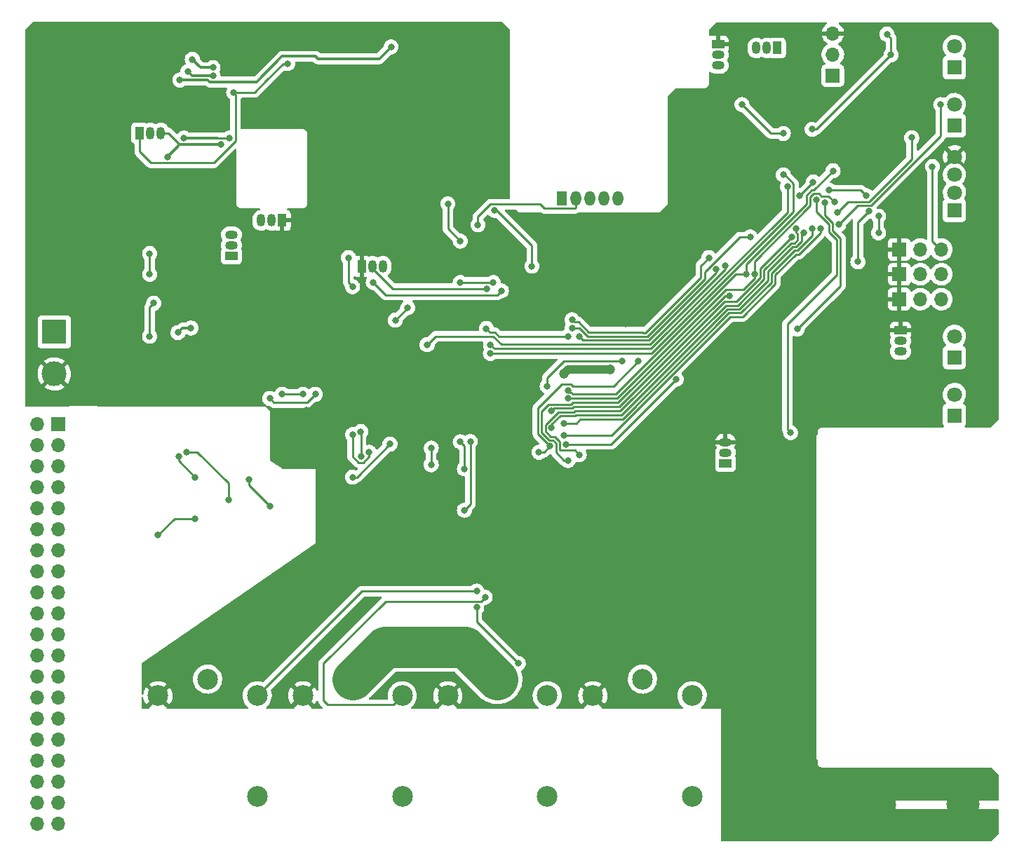
<source format=gbr>
%TF.GenerationSoftware,KiCad,Pcbnew,(5.99.0-9544-g366189b864)*%
%TF.CreationDate,2021-03-13T10:43:42+01:00*%
%TF.ProjectId,PowerBoard 1,506f7765-7242-46f6-9172-6420312e6b69,rev?*%
%TF.SameCoordinates,Original*%
%TF.FileFunction,Copper,L2,Bot*%
%TF.FilePolarity,Positive*%
%FSLAX46Y46*%
G04 Gerber Fmt 4.6, Leading zero omitted, Abs format (unit mm)*
G04 Created by KiCad (PCBNEW (5.99.0-9544-g366189b864)) date 2021-03-13 10:43:42*
%MOMM*%
%LPD*%
G01*
G04 APERTURE LIST*
%TA.AperFunction,ComponentPad*%
%ADD10R,1.700000X1.700000*%
%TD*%
%TA.AperFunction,ComponentPad*%
%ADD11O,1.700000X1.700000*%
%TD*%
%TA.AperFunction,ComponentPad*%
%ADD12C,2.500000*%
%TD*%
%TA.AperFunction,ComponentPad*%
%ADD13R,1.800000X1.800000*%
%TD*%
%TA.AperFunction,ComponentPad*%
%ADD14C,1.800000*%
%TD*%
%TA.AperFunction,ComponentPad*%
%ADD15R,1.500000X1.050000*%
%TD*%
%TA.AperFunction,ComponentPad*%
%ADD16O,1.500000X1.050000*%
%TD*%
%TA.AperFunction,ComponentPad*%
%ADD17R,1.050000X1.500000*%
%TD*%
%TA.AperFunction,ComponentPad*%
%ADD18O,1.050000X1.500000*%
%TD*%
%TA.AperFunction,ComponentPad*%
%ADD19C,2.000000*%
%TD*%
%TA.AperFunction,ComponentPad*%
%ADD20R,3.000000X3.000000*%
%TD*%
%TA.AperFunction,ComponentPad*%
%ADD21C,3.000000*%
%TD*%
%TA.AperFunction,ComponentPad*%
%ADD22R,1.275000X1.800000*%
%TD*%
%TA.AperFunction,ComponentPad*%
%ADD23O,1.275000X1.800000*%
%TD*%
%TA.AperFunction,ViaPad*%
%ADD24C,0.800000*%
%TD*%
%TA.AperFunction,ViaPad*%
%ADD25C,1.200000*%
%TD*%
%TA.AperFunction,ViaPad*%
%ADD26C,4.000000*%
%TD*%
%TA.AperFunction,Conductor*%
%ADD27C,0.250000*%
%TD*%
%TA.AperFunction,Conductor*%
%ADD28C,0.300000*%
%TD*%
%TA.AperFunction,Conductor*%
%ADD29C,1.000000*%
%TD*%
%TA.AperFunction,Conductor*%
%ADD30C,5.000000*%
%TD*%
G04 APERTURE END LIST*
D10*
%TO.P,J1,1,Pin_1*%
%TO.N,GND*%
X162000000Y-49500000D03*
D11*
%TO.P,J1,2,Pin_2*%
%TO.N,Net-(J1-Pad2)*%
X164540000Y-49500000D03*
%TO.P,J1,3,Pin_3*%
%TO.N,+3V3*%
X167080000Y-49500000D03*
%TD*%
D12*
%TO.P,RL4,1,L1*%
%TO.N,Net-(R64-Pad1)*%
X119500000Y-97400000D03*
%TO.P,RL4,2,L2*%
%TO.N,GND*%
X107500000Y-97400000D03*
%TO.P,RL4,3,R2*%
%TO.N,Net-(F4-Pad1)*%
X113500000Y-95400000D03*
%TO.P,RL4,4,R1*%
%TO.N,Virt-Bus2*%
X119500000Y-109600000D03*
%TD*%
D13*
%TO.P,D5,1,K*%
%TO.N,Net-(D5-Pad1)*%
X168650000Y-28550000D03*
D14*
%TO.P,D5,2,A*%
%TO.N,Error*%
X168650000Y-26010000D03*
%TD*%
D15*
%TO.P,U8,1,V-*%
%TO.N,GND*%
X140127500Y-18730000D03*
D16*
%TO.P,U8,2,V+*%
%TO.N,Net-(U7-Pad3)*%
X140127500Y-20000000D03*
%TO.P,U8,3,ADJ*%
%TO.N,Net-(R19-Pad2)*%
X140127500Y-21270000D03*
%TD*%
D13*
%TO.P,D6,1,K*%
%TO.N,CCLed*%
X168650000Y-56550000D03*
D14*
%TO.P,D6,2,A*%
%TO.N,+3V3*%
X168650000Y-54010000D03*
%TD*%
D10*
%TO.P,J3,1,Pin_1*%
%TO.N,GND*%
X162000000Y-43500000D03*
D11*
%TO.P,J3,2,Pin_2*%
%TO.N,Net-(J3-Pad2)*%
X164540000Y-43500000D03*
%TO.P,J3,3,Pin_3*%
%TO.N,+3V3*%
X167080000Y-43500000D03*
%TD*%
D13*
%TO.P,D4,1,K*%
%TO.N,Net-(D4-Pad1)*%
X168650000Y-63550000D03*
D14*
%TO.P,D4,2,A*%
%TO.N,EN_Vout*%
X168650000Y-61010000D03*
%TD*%
D12*
%TO.P,RL3,1,L1*%
%TO.N,Net-(R55-Pad1)*%
X102000000Y-97400000D03*
%TO.P,RL3,2,L2*%
%TO.N,GND*%
X90000000Y-97400000D03*
%TO.P,RL3,3,R2*%
%TO.N,Net-(F4-Pad1)*%
X96000000Y-95400000D03*
%TO.P,RL3,4,R1*%
%TO.N,Virt-Bus1*%
X102000000Y-109600000D03*
%TD*%
D17*
%TO.P,Q1,1,S*%
%TO.N,V+*%
X70300000Y-29447500D03*
D18*
%TO.P,Q1,2,G*%
%TO.N,Net-(Q1-Pad2)*%
X71570000Y-29447500D03*
%TO.P,Q1,3,D*%
%TO.N,Net-(Q1-Pad3)*%
X72840000Y-29447500D03*
%TD*%
D15*
%TO.P,Q7,1,E*%
%TO.N,GND*%
X162150000Y-53280000D03*
D16*
%TO.P,Q7,2,B*%
%TO.N,Net-(Q7-Pad2)*%
X162150000Y-54550000D03*
%TO.P,Q7,3,C*%
%TO.N,CCLed*%
X162150000Y-55820000D03*
%TD*%
D15*
%TO.P,U9,1*%
%TO.N,Vin*%
X81372500Y-44270000D03*
D16*
%TO.P,U9,2*%
%TO.N,Net-(R22-Pad1)*%
X81372500Y-43000000D03*
%TO.P,U9,3*%
%TO.N,Net-(U10-Pad2)*%
X81372500Y-41730000D03*
%TD*%
D19*
%TO.P,U5,11,GND*%
%TO.N,GND*%
X77150000Y-26050000D03*
%TD*%
D12*
%TO.P,RL1,1,L1*%
%TO.N,Net-(R32-Pad1)*%
X84500000Y-97400000D03*
%TO.P,RL1,2,L2*%
%TO.N,GND*%
X72500000Y-97400000D03*
%TO.P,RL1,3,R2*%
%TO.N,Net-(F2-Pad1)*%
X78500000Y-95400000D03*
%TO.P,RL1,4,R1*%
%TO.N,Virt-Bus1*%
X84500000Y-109600000D03*
%TD*%
D13*
%TO.P,D2,1,RA*%
%TO.N,Net-(D2-Pad1)*%
X168650000Y-38790000D03*
D14*
%TO.P,D2,2,GA*%
%TO.N,Net-(D2-Pad2)*%
X168650000Y-36631000D03*
%TO.P,D2,3,BA*%
%TO.N,Net-(D2-Pad3)*%
X168650000Y-34472000D03*
%TO.P,D2,4,K*%
%TO.N,GND*%
X168650000Y-32313000D03*
%TD*%
D17*
%TO.P,U10,1,V-*%
%TO.N,GND*%
X87500000Y-40000000D03*
D18*
%TO.P,U10,2,V+*%
%TO.N,Net-(U10-Pad2)*%
X86230000Y-40000000D03*
%TO.P,U10,3,ADJ*%
%TO.N,Net-(R22-Pad2)*%
X84960000Y-40000000D03*
%TD*%
D10*
%TO.P,J6,1,Pin_1*%
%TO.N,N/C*%
X60500000Y-64640000D03*
D11*
%TO.P,J6,2,Pin_2*%
X57960000Y-64640000D03*
%TO.P,J6,3,Pin_3*%
X60500000Y-67180000D03*
%TO.P,J6,4,Pin_4*%
X57960000Y-67180000D03*
%TO.P,J6,5,Pin_5*%
X60500000Y-69720000D03*
%TO.P,J6,6,Pin_6*%
X57960000Y-69720000D03*
%TO.P,J6,7,Pin_7*%
X60500000Y-72260000D03*
%TO.P,J6,8,Pin_8*%
X57960000Y-72260000D03*
%TO.P,J6,9,Pin_9*%
X60500000Y-74800000D03*
%TO.P,J6,10,Pin_10*%
X57960000Y-74800000D03*
%TO.P,J6,11,Pin_11*%
X60500000Y-77340000D03*
%TO.P,J6,12,Pin_12*%
X57960000Y-77340000D03*
%TO.P,J6,13,Pin_13*%
X60500000Y-79880000D03*
%TO.P,J6,14,Pin_14*%
X57960000Y-79880000D03*
%TO.P,J6,15,Pin_15*%
X60500000Y-82420000D03*
%TO.P,J6,16,Pin_16*%
X57960000Y-82420000D03*
%TO.P,J6,17,Pin_17*%
%TO.N,Galv_SCL*%
X60500000Y-84960000D03*
%TO.P,J6,18,Pin_18*%
%TO.N,Galv_SDA*%
X57960000Y-84960000D03*
%TO.P,J6,19,Pin_19*%
%TO.N,Galv_GND*%
X60500000Y-87500000D03*
%TO.P,J6,20,Pin_20*%
%TO.N,Galv_Vcc*%
X57960000Y-87500000D03*
%TO.P,J6,21,Pin_21*%
%TO.N,Galv_Interrupt*%
X60500000Y-90040000D03*
%TO.P,J6,22,Pin_22*%
%TO.N,Galv_Enable*%
X57960000Y-90040000D03*
%TO.P,J6,23,Pin_23*%
%TO.N,N/C*%
X60500000Y-92580000D03*
%TO.P,J6,24,Pin_24*%
X57960000Y-92580000D03*
%TO.P,J6,25,Pin_25*%
%TO.N,Virt-Bus2*%
X60500000Y-95120000D03*
%TO.P,J6,26,Pin_26*%
X57960000Y-95120000D03*
%TO.P,J6,27,Pin_27*%
X60500000Y-97660000D03*
%TO.P,J6,28,Pin_28*%
X57960000Y-97660000D03*
%TO.P,J6,29,Pin_29*%
X60500000Y-100200000D03*
%TO.P,J6,30,Pin_30*%
X57960000Y-100200000D03*
%TO.P,J6,31,Pin_31*%
X60500000Y-102740000D03*
%TO.P,J6,32,Pin_32*%
X57960000Y-102740000D03*
%TO.P,J6,33,Pin_33*%
%TO.N,Virt-Bus1*%
X60500000Y-105280000D03*
%TO.P,J6,34,Pin_34*%
X57960000Y-105280000D03*
%TO.P,J6,35,Pin_35*%
X60500000Y-107820000D03*
%TO.P,J6,36,Pin_36*%
X57960000Y-107820000D03*
%TO.P,J6,37,Pin_37*%
X60500000Y-110360000D03*
%TO.P,J6,38,Pin_38*%
X57960000Y-110360000D03*
%TO.P,J6,39,Pin_39*%
X60500000Y-112900000D03*
%TO.P,J6,40,Pin_40*%
X57960000Y-112900000D03*
%TD*%
D15*
%TO.P,U16,1*%
%TO.N,Vout*%
X141022500Y-69320000D03*
D16*
%TO.P,U16,2*%
%TO.N,Net-(R56-Pad1)*%
X141022500Y-68050000D03*
%TO.P,U16,3*%
%TO.N,GND*%
X141022500Y-66780000D03*
%TD*%
D19*
%TO.P,U3,11,GND*%
%TO.N,GND*%
X80307500Y-54500000D03*
%TD*%
D13*
%TO.P,D3,1,K*%
%TO.N,Net-(D3-Pad1)*%
X168650000Y-21550000D03*
D14*
%TO.P,D3,2,A*%
%TO.N,Vin*%
X168650000Y-19010000D03*
%TD*%
D12*
%TO.P,RL2,1,L1*%
%TO.N,Net-(R48-Pad1)*%
X137000000Y-97400000D03*
%TO.P,RL2,2,L2*%
%TO.N,GND*%
X125000000Y-97400000D03*
%TO.P,RL2,3,R2*%
%TO.N,Net-(F2-Pad1)*%
X131000000Y-95400000D03*
%TO.P,RL2,4,R1*%
%TO.N,Virt-Bus2*%
X137000000Y-109600000D03*
%TD*%
D20*
%TO.P,J5,1,Pin_1*%
%TO.N,Vin Polly*%
X60000000Y-53460000D03*
D21*
%TO.P,J5,2,Pin_2*%
%TO.N,GND*%
X60000000Y-58540000D03*
%TD*%
D10*
%TO.P,J2,1,Pin_1*%
%TO.N,GND*%
X162000000Y-46500000D03*
D11*
%TO.P,J2,2,Pin_2*%
%TO.N,Net-(J2-Pad2)*%
X164540000Y-46500000D03*
%TO.P,J2,3,Pin_3*%
%TO.N,+3V3*%
X167080000Y-46500000D03*
%TD*%
D17*
%TO.P,Q6,1,E*%
%TO.N,GND*%
X97110000Y-45550000D03*
D18*
%TO.P,Q6,2,B*%
%TO.N,Net-(Q6-Pad2)*%
X98380000Y-45550000D03*
%TO.P,Q6,3,C*%
%TO.N,CL_PD*%
X99650000Y-45550000D03*
%TD*%
D17*
%TO.P,U7,1*%
%TO.N,Vin*%
X147270000Y-19177500D03*
D18*
%TO.P,U7,2*%
%TO.N,Net-(R19-Pad1)*%
X146000000Y-19177500D03*
%TO.P,U7,3*%
%TO.N,Net-(U7-Pad3)*%
X144730000Y-19177500D03*
%TD*%
D10*
%TO.P,J4,1,Pin_1*%
%TO.N,+3V3*%
X153975000Y-22500000D03*
D11*
%TO.P,J4,2,Pin_2*%
%TO.N,Boot0*%
X153975000Y-19960000D03*
%TO.P,J4,3,Pin_3*%
%TO.N,GND*%
X153975000Y-17420000D03*
%TD*%
D22*
%TO.P,U14,1*%
%TO.N,N/C*%
X121250000Y-37330000D03*
D23*
%TO.P,U14,2,Set*%
%TO.N,Vref_LDO*%
X122950000Y-37330000D03*
%TO.P,U14,3,Out*%
%TO.N,Vout*%
X124650000Y-37330000D03*
%TO.P,U14,4,Vcontol*%
%TO.N,Net-(C32-Pad1)*%
X126350000Y-37330000D03*
%TO.P,U14,5,Vin*%
X128050000Y-37330000D03*
%TD*%
D24*
%TO.N,GND*%
X150500000Y-96500000D03*
X148500000Y-94500000D03*
X145500000Y-94500000D03*
X155500000Y-30500000D03*
X149500000Y-96500000D03*
X148500000Y-95500000D03*
X143500000Y-21000000D03*
X143500000Y-94500000D03*
X106650000Y-52050000D03*
X161500000Y-30000000D03*
X149500000Y-93500000D03*
X143500000Y-56000000D03*
X146500000Y-94500000D03*
D25*
X70000000Y-39000000D03*
D24*
X147500000Y-96500000D03*
X129000000Y-52500000D03*
X144500000Y-94500000D03*
X92000000Y-73500000D03*
X80500000Y-37500000D03*
X147500000Y-93500000D03*
X141500000Y-35000000D03*
X151500000Y-95500000D03*
X149500000Y-97500000D03*
X146000000Y-39500000D03*
X148500000Y-93500000D03*
X146500000Y-93500000D03*
X116650000Y-47550000D03*
X162500000Y-62000000D03*
X143000000Y-19000000D03*
X88500000Y-69000000D03*
X152500000Y-53000000D03*
X147500000Y-94500000D03*
X117500000Y-57500000D03*
X151500000Y-96500000D03*
X92000000Y-75500000D03*
X118500000Y-39500000D03*
X144500000Y-96500000D03*
D26*
X159650000Y-110550000D03*
D24*
X144500000Y-93500000D03*
X96000000Y-17500000D03*
X149500000Y-94500000D03*
X70000000Y-39000000D03*
X143500000Y-93500000D03*
X157500000Y-19500000D03*
X97500000Y-86500000D03*
X146500000Y-97500000D03*
X146500000Y-96500000D03*
D25*
X91500000Y-49000000D03*
D24*
X147500000Y-95500000D03*
X150500000Y-94500000D03*
X150500000Y-47000000D03*
X143500000Y-95500000D03*
X150500000Y-95500000D03*
X144500000Y-97500000D03*
X145500000Y-97500000D03*
D25*
X69000000Y-25500000D03*
X65000000Y-29500000D03*
D24*
X146500000Y-95500000D03*
X143500000Y-96500000D03*
X150500000Y-97500000D03*
D25*
X104000000Y-46000000D03*
D24*
X147500000Y-97500000D03*
X77500000Y-59000000D03*
X151500000Y-93500000D03*
X150500000Y-93500000D03*
D25*
X73500000Y-25500000D03*
D24*
X149500000Y-95500000D03*
D25*
X67500000Y-36000000D03*
D24*
X118650000Y-42550000D03*
X103729268Y-57274990D03*
X97500000Y-83000000D03*
X144500000Y-95500000D03*
X145500000Y-93500000D03*
X151500000Y-94500000D03*
X74500000Y-48000000D03*
X145500000Y-95500000D03*
D25*
X91500000Y-36000000D03*
D26*
X169650000Y-110500000D03*
D24*
X151500000Y-97500000D03*
X148500000Y-96500000D03*
X143500000Y-97500000D03*
X148500000Y-97500000D03*
X90405000Y-62905000D03*
X144500000Y-64500000D03*
X145500000Y-96500000D03*
%TO.N,Vin*%
X79150000Y-22550000D03*
X119841856Y-67271037D03*
X105500000Y-67500000D03*
X105500000Y-69500000D03*
X87500000Y-61000000D03*
X98000000Y-68000000D03*
X130500000Y-57000000D03*
X76112500Y-22012500D03*
X96000000Y-65868835D03*
X118500000Y-67999999D03*
X90000000Y-61000000D03*
%TO.N,Net-(C11-Pad1)*%
X100650000Y-19050000D03*
X75150000Y-23050000D03*
%TO.N,NRST*%
X160500000Y-17500000D03*
X151474990Y-29000000D03*
X161000000Y-20000000D03*
%TO.N,Galv_GND*%
X83500000Y-71254359D03*
X75000000Y-68500000D03*
X77000000Y-71000000D03*
X86000000Y-74500000D03*
%TO.N,Galv_Vcc*%
X81000000Y-73750000D03*
X76000000Y-68000000D03*
%TO.N,REF-3V*%
X149674990Y-53110151D03*
X153041625Y-37825000D03*
%TO.N,+3V3*%
X158000000Y-37000000D03*
X166000000Y-33500000D03*
X159500000Y-39500000D03*
X150000000Y-37000000D03*
X159500000Y-41500000D03*
X96987340Y-65512660D03*
D25*
X127075031Y-58000000D03*
X121500000Y-58500000D03*
D24*
X97000000Y-68500000D03*
X153514884Y-36327678D03*
X151608313Y-35366382D03*
%TO.N,Net-(C22-Pad1)*%
X79150000Y-21550000D03*
X76650000Y-20550000D03*
%TO.N,V+*%
X88150000Y-21050000D03*
X81650000Y-24550000D03*
%TO.N,Vref_LDO*%
X102650000Y-50550000D03*
X101150000Y-52050000D03*
X111137340Y-40537340D03*
%TO.N,Vout*%
X128500000Y-57000000D03*
X71500000Y-54000000D03*
X91500000Y-61000000D03*
X71500000Y-46500000D03*
X119500000Y-60000000D03*
X71500000Y-44000000D03*
X72000000Y-50000000D03*
X86000000Y-61500000D03*
%TO.N,Iout_ADC*%
X112650000Y-55050000D03*
X148500000Y-35932980D03*
%TO.N,Vout_ADC*%
X148875000Y-65625000D03*
X151970729Y-37500000D03*
%TO.N,EN_Vout*%
X163500000Y-30000000D03*
X122500000Y-53000000D03*
X107500000Y-38000000D03*
X154500000Y-39000000D03*
X109000000Y-47500000D03*
X144000000Y-42000000D03*
X109000000Y-42500000D03*
X112999999Y-47499999D03*
%TO.N,Error*%
X167000000Y-26000000D03*
X154675021Y-40500000D03*
%TO.N,Net-(F1-Pad1)*%
X113162660Y-38775010D03*
X117650481Y-45524528D03*
%TO.N,ADDR3*%
X157000000Y-45000000D03*
X158342543Y-38900022D03*
%TO.N,Galv_Enable*%
X77000000Y-76000000D03*
X72500000Y-78000000D03*
%TO.N,Net-(Q1-Pad3)*%
X80150000Y-30824990D03*
X73650000Y-32324990D03*
%TO.N,Net-(Q6-Pad2)*%
X112190763Y-48225010D03*
%TO.N,SDA*%
X154000000Y-34000000D03*
X122000000Y-60500000D03*
X143488080Y-46488080D03*
%TO.N,SCL*%
X144500000Y-46500000D03*
X122000000Y-61500000D03*
X154194544Y-37792037D03*
%TO.N,Temp_1*%
X143000000Y-26000000D03*
X148000000Y-29500000D03*
%TO.N,Temp_2*%
X113958735Y-48500000D03*
X98500000Y-47500000D03*
X122500000Y-52000000D03*
X139000000Y-44500000D03*
%TO.N,Relay1*%
X122000000Y-69000000D03*
X141500000Y-49095209D03*
%TO.N,Net-(R32-Pad1)*%
X110982101Y-84774990D03*
%TO.N,Interrupt*%
X139919135Y-45919135D03*
X123401979Y-54063709D03*
%TO.N,Relay2*%
X109500000Y-75000000D03*
X110221391Y-66705709D03*
X119987340Y-62987340D03*
X149000000Y-42000000D03*
%TO.N,Enable*%
X100512660Y-67012660D03*
X151500000Y-41000000D03*
X121500000Y-64500000D03*
X96000000Y-71000000D03*
%TO.N,Relay3*%
X149500000Y-41000000D03*
X123359545Y-68301270D03*
%TO.N,Net-(R55-Pad1)*%
X112000000Y-85500000D03*
%TO.N,Relay4*%
X109000000Y-66725010D03*
X150500000Y-41500000D03*
X120012660Y-65012660D03*
X109500000Y-70000000D03*
%TO.N,Net-(R61-Pad1)*%
X122000000Y-54000000D03*
X135076543Y-59176543D03*
X121741878Y-67049989D03*
X112150000Y-53050000D03*
%TO.N,Net-(R64-Pad1)*%
X110987340Y-86725010D03*
X116000000Y-93500000D03*
%TO.N,Pgood Vout*%
X121500000Y-66000000D03*
X95500000Y-44500000D03*
X75650000Y-30050000D03*
X152500000Y-41000000D03*
X81150000Y-30050000D03*
X96000000Y-48000000D03*
%TO.N,Iout_DAC*%
X112637340Y-56062660D03*
X148000000Y-34500000D03*
%TO.N,Pgood 3.3v*%
X76481581Y-52988419D03*
X74920919Y-53549081D03*
%TO.N,Vout_DAC*%
X105000000Y-55000000D03*
X140987347Y-45487347D03*
%TD*%
D27*
%TO.N,GND*%
X143500000Y-21000000D02*
X143500000Y-19500000D01*
X143500000Y-19500000D02*
X143000000Y-19000000D01*
%TO.N,Vin*%
X127500000Y-60000000D02*
X122573017Y-60000000D01*
X90000000Y-61000000D02*
X87500000Y-61000000D01*
X96000000Y-68525333D02*
X96000000Y-65868835D01*
X118374234Y-62625766D02*
X118374234Y-65803415D01*
D28*
X76650000Y-22550000D02*
X76112500Y-22012500D01*
D27*
X122348006Y-59774989D02*
X121225011Y-59774989D01*
X118374234Y-65803415D02*
X119841856Y-67271037D01*
X96699687Y-69225020D02*
X96000000Y-68525333D01*
X118500000Y-67999999D02*
X119112894Y-67999999D01*
X119112894Y-67999999D02*
X119841856Y-67271037D01*
X98000000Y-68525333D02*
X97300313Y-69225020D01*
X97300313Y-69225020D02*
X96699687Y-69225020D01*
X98000000Y-68000000D02*
X98000000Y-68525333D01*
X121225011Y-59774989D02*
X118374234Y-62625766D01*
X105500000Y-69500000D02*
X105500000Y-67500000D01*
X122573017Y-60000000D02*
X122348006Y-59774989D01*
X130500000Y-57000000D02*
X127500000Y-60000000D01*
D28*
X79150000Y-22550000D02*
X76650000Y-22550000D01*
%TO.N,Net-(C11-Pad1)*%
X75150000Y-23050000D02*
X78539983Y-23050000D01*
X84399989Y-23300011D02*
X87503244Y-20196756D01*
X99224990Y-20475010D02*
X100650000Y-19050000D01*
X87503244Y-20196756D02*
X91524990Y-20196756D01*
X78789994Y-23300011D02*
X84399989Y-23300011D01*
X91803244Y-20475010D02*
X99224990Y-20475010D01*
X78539983Y-23050000D02*
X78789994Y-23300011D01*
X91524990Y-20196756D02*
X91803244Y-20475010D01*
D27*
%TO.N,NRST*%
X152000000Y-29000000D02*
X151474990Y-29000000D01*
X161000000Y-18000000D02*
X161000000Y-20000000D01*
X160500000Y-17500000D02*
X161000000Y-18000000D01*
X161000000Y-20000000D02*
X152000000Y-29000000D01*
%TO.N,Galv_GND*%
X83500000Y-72000000D02*
X83500000Y-71254359D01*
X86000000Y-74500000D02*
X83500000Y-72000000D01*
X75000000Y-68500000D02*
X75000000Y-69000000D01*
X75000000Y-69000000D02*
X77000000Y-71000000D01*
%TO.N,Galv_Vcc*%
X81000000Y-71750000D02*
X77250000Y-68000000D01*
X77250000Y-68000000D02*
X76000000Y-68000000D01*
X81000000Y-71750000D02*
X81000000Y-73750000D01*
%TO.N,REF-3V*%
X153041625Y-37825000D02*
X153041625Y-39405213D01*
X154900022Y-47885119D02*
X149674990Y-53110151D01*
X153950011Y-41240597D02*
X154900022Y-42190608D01*
X153041625Y-39405213D02*
X153950011Y-40313599D01*
X154900022Y-42190608D02*
X154900022Y-47885119D01*
X153950011Y-40313599D02*
X153950011Y-41240597D01*
%TO.N,+3V3*%
X97000000Y-65525320D02*
X96987340Y-65512660D01*
X151608313Y-35391687D02*
X150000000Y-37000000D01*
X97000000Y-68500000D02*
X97000000Y-65525320D01*
X166000000Y-33500000D02*
X166000000Y-42500000D01*
D29*
X127075031Y-58000000D02*
X122000000Y-58000000D01*
D27*
X157327678Y-36327678D02*
X158000000Y-37000000D01*
X166000000Y-42500000D02*
X167000000Y-43500000D01*
X153514884Y-36327678D02*
X157327678Y-36327678D01*
X151608313Y-35366382D02*
X151608313Y-35391687D01*
D29*
X122000000Y-58000000D02*
X121500000Y-58500000D01*
D27*
X159500000Y-41500000D02*
X159500000Y-39500000D01*
D28*
%TO.N,Net-(C22-Pad1)*%
X77650000Y-21550000D02*
X76650000Y-20550000D01*
X79150000Y-21550000D02*
X77650000Y-21550000D01*
D27*
%TO.N,V+*%
X84150000Y-24550000D02*
X85650000Y-23050000D01*
X70300000Y-31700000D02*
X70300000Y-29447500D01*
X81875001Y-24775001D02*
X81650000Y-24550000D01*
X71650000Y-33050000D02*
X70300000Y-31700000D01*
X79223002Y-33050000D02*
X81875001Y-30398001D01*
X81650000Y-24550000D02*
X84150000Y-24550000D01*
X85650000Y-23050000D02*
X87650000Y-21050000D01*
X71650000Y-33050000D02*
X79223002Y-33050000D01*
X81875001Y-30398001D02*
X81875001Y-24775001D01*
X87650000Y-21050000D02*
X88150000Y-21050000D01*
%TO.N,Vref_LDO*%
X122950000Y-37330000D02*
X122950000Y-38480000D01*
X122950000Y-38480000D02*
X122874989Y-38555011D01*
X118650000Y-38050000D02*
X112650000Y-38050000D01*
X122874989Y-38555011D02*
X119155011Y-38555011D01*
X119155011Y-38555011D02*
X118650000Y-38050000D01*
X111137340Y-39562660D02*
X111137340Y-40537340D01*
X112650000Y-38050000D02*
X111137340Y-39562660D01*
X101150000Y-52050000D02*
X102650000Y-50550000D01*
%TO.N,Vout*%
X72000000Y-50000000D02*
X71500000Y-50500000D01*
X86000000Y-61500000D02*
X86500000Y-62000000D01*
X71500000Y-44000000D02*
X71500000Y-46500000D01*
X119500000Y-60000000D02*
X119500000Y-59000000D01*
X90500000Y-62000000D02*
X91500000Y-61000000D01*
X121500000Y-57000000D02*
X128500000Y-57000000D01*
X86500000Y-62000000D02*
X90500000Y-62000000D01*
X71500000Y-50500000D02*
X71500000Y-54000000D01*
X119500000Y-59000000D02*
X121500000Y-57000000D01*
%TO.N,Iout_ADC*%
X112650000Y-55050000D02*
X113100000Y-55500000D01*
X132000000Y-55500000D02*
X148500000Y-39000000D01*
X148500000Y-39000000D02*
X148500000Y-35932980D01*
X113100000Y-55500000D02*
X132000000Y-55500000D01*
%TO.N,Vout_ADC*%
X148875000Y-65625000D02*
X148500000Y-65250000D01*
X151970729Y-38970729D02*
X151970729Y-37500000D01*
X148500000Y-65250000D02*
X148500000Y-52500000D01*
X153500000Y-40500000D02*
X151970729Y-38970729D01*
X154450011Y-42377009D02*
X153500000Y-41426998D01*
X154450011Y-46549989D02*
X154450011Y-42377009D01*
X148500000Y-52500000D02*
X154450011Y-46549989D01*
X153500000Y-41426998D02*
X153500000Y-40500000D01*
%TO.N,EN_Vout*%
X163500000Y-30000000D02*
X163500000Y-32573002D01*
X107500000Y-41000000D02*
X109000000Y-42500000D01*
X163500000Y-32573002D02*
X158348001Y-37725001D01*
X138500000Y-46265253D02*
X138500000Y-47090728D01*
X138500000Y-47090728D02*
X131558980Y-54031748D01*
X109000000Y-47500000D02*
X112999999Y-47499999D01*
X142765253Y-42000000D02*
X138500000Y-46265253D01*
X107500000Y-38000000D02*
X107500000Y-41000000D01*
X124395336Y-54031748D02*
X123363588Y-53000000D01*
X155774999Y-37725001D02*
X154500000Y-39000000D01*
X131558980Y-54031748D02*
X124395336Y-54031748D01*
X144000000Y-42000000D02*
X142765253Y-42000000D01*
X123363588Y-53000000D02*
X122500000Y-53000000D01*
X158348001Y-37725001D02*
X155774999Y-37725001D01*
%TO.N,Error*%
X167000000Y-29772823D02*
X158597811Y-38175012D01*
X158597811Y-38175012D02*
X157000009Y-38175012D01*
X167000000Y-26000000D02*
X167000000Y-29772823D01*
X157000009Y-38175012D02*
X154675021Y-40500000D01*
%TO.N,Net-(F1-Pad1)*%
X117650481Y-43050481D02*
X113375010Y-38775010D01*
X113375010Y-38775010D02*
X113162660Y-38775010D01*
X117650481Y-45524528D02*
X117650481Y-43050481D01*
D30*
%TO.N,Net-(F4-Pad1)*%
X96000000Y-95400000D02*
X99900000Y-91500000D01*
X109600000Y-91500000D02*
X113500000Y-95400000D01*
X99900000Y-91500000D02*
X109600000Y-91500000D01*
D27*
%TO.N,ADDR3*%
X157000000Y-40242565D02*
X158342543Y-38900022D01*
X157000000Y-45000000D02*
X157000000Y-40242565D01*
%TO.N,Galv_Enable*%
X72500000Y-78000000D02*
X74500000Y-76000000D01*
X74500000Y-76000000D02*
X77000000Y-76000000D01*
D28*
%TO.N,Net-(Q1-Pad3)*%
X75150000Y-30824990D02*
X73650000Y-32324990D01*
D27*
X75150000Y-30824990D02*
X73772510Y-29447500D01*
X73772510Y-29447500D02*
X72840000Y-29447500D01*
D28*
X80150000Y-30824990D02*
X75150000Y-30824990D01*
D27*
%TO.N,Net-(Q6-Pad2)*%
X98380000Y-45775000D02*
X100830010Y-48225010D01*
X98380000Y-45550000D02*
X98380000Y-45775000D01*
X100830010Y-48225010D02*
X112190763Y-48225010D01*
%TO.N,SDA*%
X142284744Y-46488080D02*
X143488080Y-46488080D01*
X143488080Y-45302507D02*
X143488080Y-46488080D01*
X151675012Y-36324988D02*
X151436327Y-36324988D01*
X150795717Y-37994870D02*
X143488080Y-45302507D01*
X154000000Y-34000000D02*
X151675012Y-36324988D01*
X150795717Y-36965599D02*
X150795717Y-37994870D01*
X122274989Y-60774989D02*
X122348006Y-60774989D01*
X122348006Y-60774989D02*
X122573017Y-61000000D01*
X122573017Y-61000000D02*
X127772824Y-61000000D01*
X122573017Y-61000000D02*
X123000000Y-61000000D01*
X151436327Y-36324988D02*
X150795717Y-36965599D01*
X127772824Y-61000000D02*
X142284744Y-46488080D01*
X122000000Y-60500000D02*
X122274989Y-60774989D01*
%TO.N,SCL*%
X144500000Y-44926998D02*
X151245728Y-38181270D01*
X144500000Y-46500000D02*
X144500000Y-44926998D01*
X127909236Y-61500000D02*
X122000000Y-61500000D01*
X144500000Y-46500000D02*
X144500000Y-47000000D01*
X152593720Y-37049989D02*
X153452496Y-37049989D01*
X151622728Y-36774999D02*
X152318730Y-36774999D01*
X151245728Y-37151999D02*
X151622728Y-36774999D01*
X144500000Y-47000000D02*
X143149967Y-48350033D01*
X143149967Y-48350033D02*
X141059203Y-48350033D01*
X151245728Y-38181270D02*
X151245728Y-37151999D01*
X128000000Y-61409236D02*
X127909236Y-61500000D01*
X153452496Y-37049989D02*
X154194544Y-37792037D01*
X141059203Y-48350033D02*
X128000000Y-61409236D01*
X152318730Y-36774999D02*
X152593720Y-37049989D01*
%TO.N,Temp_1*%
X144000000Y-27000000D02*
X143000000Y-26000000D01*
X144000000Y-27000000D02*
X146500000Y-29500000D01*
X146500000Y-29500000D02*
X148000000Y-29500000D01*
%TO.N,Temp_2*%
X131372576Y-53581728D02*
X131081728Y-53581728D01*
X123275001Y-52274989D02*
X122774989Y-52274989D01*
X131000000Y-53500000D02*
X125500000Y-53500000D01*
X125500000Y-53500000D02*
X124500012Y-53500000D01*
X139000000Y-44500000D02*
X138049980Y-45450020D01*
X131081728Y-53581728D02*
X131000000Y-53500000D01*
X124500012Y-53500000D02*
X123275001Y-52274989D01*
X113458735Y-49000000D02*
X113958735Y-48500000D01*
X122774989Y-52274989D02*
X122500000Y-52000000D01*
X138049980Y-45450020D02*
X138049980Y-46904324D01*
X100000000Y-49000000D02*
X113458735Y-49000000D01*
X98500000Y-47500000D02*
X100000000Y-49000000D01*
X138049980Y-46904324D02*
X131372576Y-53581728D01*
%TO.N,Relay1*%
X141500000Y-49182581D02*
X141500000Y-49095209D01*
X128045660Y-62000000D02*
X122573017Y-62000000D01*
X120566857Y-68025559D02*
X121541298Y-69000000D01*
X118824988Y-65617757D02*
X119753267Y-66546036D01*
X119676667Y-62225011D02*
X118824988Y-63076690D01*
X122348006Y-62225011D02*
X119676667Y-62225011D01*
X120566857Y-66923036D02*
X120566857Y-68025559D01*
X122573017Y-62000000D02*
X122348006Y-62225011D01*
X121541298Y-69000000D02*
X122000000Y-69000000D01*
X140950451Y-49095209D02*
X128045660Y-62000000D01*
X141500000Y-49095209D02*
X140950451Y-49095209D01*
X119753267Y-66546036D02*
X120189857Y-66546036D01*
X141617463Y-49300044D02*
X141500000Y-49182581D01*
X118824988Y-63076690D02*
X118824988Y-65617757D01*
X120189857Y-66546036D02*
X120566857Y-66923036D01*
%TO.N,Net-(R32-Pad1)*%
X97125010Y-84774990D02*
X110982101Y-84774990D01*
X84500000Y-97400000D02*
X97125010Y-84774990D01*
%TO.N,Interrupt*%
X139919135Y-46308017D02*
X131745384Y-54481768D01*
X139919135Y-45919135D02*
X139919135Y-46308017D01*
X123820038Y-54481768D02*
X123401979Y-54063709D01*
X131745384Y-54481768D02*
X123820038Y-54481768D01*
%TO.N,Relay2*%
X110225001Y-66709319D02*
X110221391Y-66705709D01*
X149000000Y-42000000D02*
X145225011Y-45774990D01*
X110225001Y-74274999D02*
X110225001Y-66709319D01*
X109500000Y-75000000D02*
X110225001Y-74274999D01*
X140861864Y-49820220D02*
X128182084Y-62500000D01*
X122534410Y-62675031D02*
X120299649Y-62675031D01*
X145225011Y-45774990D02*
X145225011Y-46911413D01*
X145225011Y-46911413D02*
X142316204Y-49820220D01*
X142316204Y-49820220D02*
X140861864Y-49820220D01*
X122709441Y-62500000D02*
X122534410Y-62675031D01*
X120299649Y-62675031D02*
X119987340Y-62987340D01*
X128182084Y-62500000D02*
X122709441Y-62500000D01*
%TO.N,Enable*%
X142875416Y-51170280D02*
X141421076Y-51170280D01*
X128591356Y-64000000D02*
X124500000Y-64000000D01*
X123500000Y-64000000D02*
X123000000Y-64500000D01*
X149720814Y-43625051D02*
X151500000Y-41845865D01*
X146575071Y-46424929D02*
X149374949Y-43625051D01*
X141421076Y-51170280D02*
X128591356Y-64000000D01*
X149374949Y-43625051D02*
X149720814Y-43625051D01*
X124500000Y-64000000D02*
X123500000Y-64000000D01*
X123000000Y-64500000D02*
X121500000Y-64500000D01*
X151500000Y-41845865D02*
X151500000Y-41000000D01*
X96000000Y-71000000D02*
X96525320Y-71000000D01*
X96525320Y-71000000D02*
X100512660Y-67012660D01*
X142875416Y-51170280D02*
X146575071Y-47470625D01*
X146575071Y-47470625D02*
X146575071Y-46424929D01*
%TO.N,Relay3*%
X121016868Y-67774999D02*
X122833274Y-67774999D01*
X145675031Y-47097817D02*
X142502608Y-50270240D01*
X119939668Y-66096025D02*
X120376258Y-66096025D01*
X141048268Y-50270240D02*
X128318508Y-63000000D01*
X122845853Y-63000000D02*
X122720810Y-63125042D01*
X120874958Y-63125042D02*
X119274999Y-64725001D01*
X149725011Y-42348006D02*
X149348006Y-42725011D01*
X120376258Y-66096025D02*
X121016868Y-66736636D01*
X119274999Y-64725001D02*
X119274999Y-65431356D01*
X149500000Y-41426983D02*
X149725011Y-41651994D01*
X128318508Y-63000000D02*
X122845853Y-63000000D01*
X145675031Y-45961393D02*
X145675031Y-47097817D01*
X149500000Y-41000000D02*
X149500000Y-41426983D01*
X119274999Y-65431356D02*
X119939668Y-66096025D01*
X122833274Y-67774999D02*
X123359545Y-68301270D01*
X121016868Y-66736636D02*
X121016868Y-67774999D01*
X149348006Y-42725011D02*
X148911413Y-42725011D01*
X148911413Y-42725011D02*
X145675031Y-45961393D01*
X122720810Y-63125042D02*
X120874958Y-63125042D01*
X142502608Y-50270240D02*
X141048268Y-50270240D01*
X149725011Y-41651994D02*
X149725011Y-42348006D01*
%TO.N,Net-(R55-Pad1)*%
X100000000Y-86000000D02*
X92500000Y-93500000D01*
X92500000Y-98000000D02*
X93000000Y-98500000D01*
X92500000Y-93500000D02*
X92500000Y-98000000D01*
X100900000Y-98500000D02*
X102000000Y-97400000D01*
X111500000Y-86000000D02*
X100000000Y-86000000D01*
X112000000Y-85500000D02*
X111500000Y-86000000D01*
X93000000Y-98500000D02*
X100900000Y-98500000D01*
%TO.N,Relay4*%
X122907214Y-63575062D02*
X121061362Y-63575062D01*
X146125051Y-47284221D02*
X142689012Y-50720260D01*
X109500000Y-70000000D02*
X109500000Y-67225010D01*
X109500000Y-67225010D02*
X109000000Y-66725010D01*
X149534410Y-43175031D02*
X149097817Y-43175031D01*
X150500000Y-41500000D02*
X150175031Y-41824969D01*
X150175031Y-41824969D02*
X150175031Y-42534410D01*
X121061362Y-63575062D02*
X120012660Y-64623764D01*
X128454932Y-63500000D02*
X122982276Y-63500000D01*
X150175031Y-42534410D02*
X149534410Y-43175031D01*
X122982276Y-63500000D02*
X122907214Y-63575062D01*
X142689012Y-50720260D02*
X141234672Y-50720260D01*
X141234672Y-50720260D02*
X128454932Y-63500000D01*
X149097817Y-43175031D02*
X146125051Y-46147797D01*
X146125051Y-46147797D02*
X146125051Y-47284221D01*
X120012660Y-64623764D02*
X120012660Y-65012660D01*
%TO.N,Net-(R61-Pad1)*%
X135076543Y-59176543D02*
X127203097Y-67049989D01*
X113186404Y-53549980D02*
X113636424Y-54000000D01*
X112649980Y-53549980D02*
X113186404Y-53549980D01*
X113636424Y-54000000D02*
X122000000Y-54000000D01*
X127203097Y-67049989D02*
X121741878Y-67049989D01*
X112150000Y-53050000D02*
X112649980Y-53549980D01*
%TO.N,Net-(R64-Pad1)*%
X116000000Y-93500000D02*
X110987340Y-88487340D01*
X110987340Y-88487340D02*
X110987340Y-86725010D01*
%TO.N,Pgood Vout*%
X95500000Y-44500000D02*
X95500000Y-47500000D01*
D28*
X75650000Y-30050000D02*
X79650000Y-30050000D01*
D27*
X149907218Y-44075071D02*
X149561353Y-44075071D01*
X128727780Y-64500000D02*
X127227780Y-66000000D01*
X127227780Y-66000000D02*
X121500000Y-66000000D01*
X150482289Y-43500000D02*
X149907218Y-44075071D01*
X147025091Y-46611333D02*
X147025091Y-47657029D01*
X150500000Y-43500000D02*
X150482289Y-43500000D01*
X79650000Y-30050000D02*
X81150000Y-30050000D01*
X141607480Y-51620300D02*
X128727780Y-64500000D01*
X143061820Y-51620300D02*
X141607480Y-51620300D01*
X149561353Y-44075071D02*
X147025091Y-46611333D01*
X152500000Y-41000000D02*
X152500000Y-41500000D01*
X95500000Y-47500000D02*
X96000000Y-48000000D01*
X152500000Y-41500000D02*
X150500000Y-43500000D01*
X147025091Y-47657029D02*
X143061820Y-51620300D01*
%TO.N,Iout_DAC*%
X132073752Y-56062660D02*
X112637340Y-56062660D01*
X148000000Y-34500000D02*
X148140022Y-34500000D01*
X149225001Y-35584979D02*
X149225001Y-38911411D01*
X132073752Y-56062660D02*
X131891690Y-56062660D01*
X148140022Y-34500000D02*
X149225001Y-35584979D01*
X149225001Y-38911411D02*
X132073752Y-56062660D01*
D28*
%TO.N,Pgood 3.3v*%
X76481581Y-52988419D02*
X75481581Y-52988419D01*
X75481581Y-52988419D02*
X74920919Y-53549081D01*
D27*
%TO.N,Vout_DAC*%
X140987347Y-45876229D02*
X131913565Y-54950011D01*
X106000000Y-54000000D02*
X105000000Y-55000000D01*
X140987347Y-45487347D02*
X140987347Y-45876229D01*
X131913565Y-54950011D02*
X113950011Y-54950011D01*
X113950011Y-54950011D02*
X113000000Y-54000000D01*
X113000000Y-54000000D02*
X106000000Y-54000000D01*
%TD*%
%TA.AperFunction,Conductor*%
%TO.N,GND*%
G36*
X83000000Y-56500000D02*
G01*
X78000000Y-56500000D01*
X78000000Y-52500000D01*
X83000000Y-52500000D01*
X83000000Y-56500000D01*
G37*
%TD.AperFunction*%
%TD*%
%TA.AperFunction,Conductor*%
%TO.N,GND*%
G36*
X114023931Y-16028002D02*
G01*
X114044905Y-16044905D01*
X114955095Y-16955095D01*
X114989121Y-17017407D01*
X114992000Y-17044190D01*
X114992000Y-34027622D01*
X114991998Y-34028392D01*
X114991746Y-34069622D01*
X114994213Y-34078254D01*
X114995149Y-34081529D01*
X115000000Y-34116153D01*
X115000000Y-37290500D01*
X114979998Y-37358621D01*
X114926342Y-37405114D01*
X114874000Y-37416500D01*
X112728383Y-37416500D01*
X112717479Y-37415986D01*
X112710088Y-37414334D01*
X112702162Y-37414583D01*
X112702161Y-37414583D01*
X112643134Y-37416438D01*
X112639176Y-37416500D01*
X112610422Y-37416500D01*
X112606155Y-37417039D01*
X112594313Y-37417972D01*
X112562665Y-37418967D01*
X112558040Y-37419112D01*
X112550117Y-37419361D01*
X112530667Y-37425012D01*
X112511305Y-37429022D01*
X112491212Y-37431560D01*
X112457349Y-37444967D01*
X112450108Y-37447834D01*
X112438878Y-37451679D01*
X112404034Y-37461802D01*
X112404032Y-37461803D01*
X112396421Y-37464014D01*
X112388369Y-37468776D01*
X112378989Y-37474323D01*
X112361236Y-37483020D01*
X112342400Y-37490478D01*
X112335985Y-37495139D01*
X112306626Y-37516469D01*
X112296707Y-37522984D01*
X112263758Y-37542471D01*
X112263755Y-37542473D01*
X112258659Y-37545487D01*
X112258241Y-37545855D01*
X112244158Y-37559938D01*
X112229133Y-37572772D01*
X112212917Y-37584554D01*
X112203622Y-37595790D01*
X112184971Y-37618335D01*
X112176981Y-37627115D01*
X110744827Y-39059269D01*
X110736739Y-39066629D01*
X110730345Y-39070687D01*
X110724920Y-39076464D01*
X110684471Y-39119538D01*
X110681716Y-39122380D01*
X110661402Y-39142694D01*
X110658757Y-39146105D01*
X110651053Y-39155125D01*
X110620783Y-39187359D01*
X110616966Y-39194303D01*
X110616964Y-39194305D01*
X110611022Y-39205113D01*
X110600168Y-39221637D01*
X110592801Y-39231135D01*
X110587757Y-39237637D01*
X110584610Y-39244908D01*
X110584610Y-39244909D01*
X110570199Y-39278211D01*
X110564978Y-39288867D01*
X110543678Y-39327612D01*
X110541706Y-39335295D01*
X110541705Y-39335296D01*
X110538641Y-39347228D01*
X110532237Y-39365932D01*
X110527341Y-39377245D01*
X110527339Y-39377252D01*
X110524192Y-39384524D01*
X110522953Y-39392348D01*
X110522952Y-39392351D01*
X110517275Y-39428195D01*
X110514868Y-39439816D01*
X110505353Y-39476878D01*
X110503875Y-39482635D01*
X110503840Y-39483191D01*
X110503840Y-39503112D01*
X110502289Y-39522822D01*
X110499156Y-39542604D01*
X110499902Y-39550496D01*
X110503281Y-39586242D01*
X110503840Y-39598100D01*
X110503840Y-39834821D01*
X110483838Y-39902942D01*
X110471476Y-39919131D01*
X110398303Y-40000398D01*
X110387742Y-40018691D01*
X110322779Y-40131210D01*
X110302816Y-40165786D01*
X110300774Y-40172071D01*
X110252340Y-40321137D01*
X110243802Y-40347413D01*
X110243112Y-40353976D01*
X110243112Y-40353977D01*
X110233416Y-40446233D01*
X110223840Y-40537340D01*
X110224530Y-40543905D01*
X110240610Y-40696893D01*
X110243802Y-40727267D01*
X110302816Y-40908894D01*
X110398303Y-41074282D01*
X110402721Y-41079189D01*
X110402722Y-41079190D01*
X110481027Y-41166157D01*
X110526089Y-41216203D01*
X110531431Y-41220084D01*
X110531433Y-41220086D01*
X110660716Y-41314015D01*
X110680590Y-41328454D01*
X110686618Y-41331138D01*
X110686620Y-41331139D01*
X110845051Y-41401677D01*
X110855053Y-41406130D01*
X110940658Y-41424326D01*
X111035396Y-41444464D01*
X111035401Y-41444464D01*
X111041853Y-41445836D01*
X111232827Y-41445836D01*
X111239279Y-41444464D01*
X111239284Y-41444464D01*
X111334022Y-41424326D01*
X111419627Y-41406130D01*
X111429629Y-41401677D01*
X111588060Y-41331139D01*
X111588062Y-41331138D01*
X111594090Y-41328454D01*
X111613964Y-41314015D01*
X111743247Y-41220086D01*
X111743249Y-41220084D01*
X111748591Y-41216203D01*
X111793653Y-41166157D01*
X111871958Y-41079190D01*
X111871959Y-41079189D01*
X111876377Y-41074282D01*
X111971864Y-40908894D01*
X112030878Y-40727267D01*
X112034071Y-40696893D01*
X112050150Y-40543905D01*
X112050840Y-40537340D01*
X112041264Y-40446233D01*
X112031568Y-40353977D01*
X112031568Y-40353976D01*
X112030878Y-40347413D01*
X112022341Y-40321137D01*
X111973906Y-40172071D01*
X111971864Y-40165786D01*
X111951902Y-40131210D01*
X111886938Y-40018691D01*
X111876377Y-40000398D01*
X111823308Y-39941458D01*
X111792591Y-39877451D01*
X111801356Y-39806997D01*
X111827850Y-39768054D01*
X112263561Y-39332343D01*
X112325873Y-39298317D01*
X112396688Y-39303382D01*
X112446289Y-39337125D01*
X112551409Y-39453873D01*
X112556751Y-39457754D01*
X112556753Y-39457756D01*
X112696220Y-39559084D01*
X112705910Y-39566124D01*
X112711938Y-39568808D01*
X112711940Y-39568809D01*
X112777729Y-39598100D01*
X112880373Y-39643800D01*
X112960412Y-39660813D01*
X113060716Y-39682134D01*
X113060721Y-39682134D01*
X113067173Y-39683506D01*
X113258147Y-39683506D01*
X113264604Y-39682134D01*
X113264609Y-39682133D01*
X113297995Y-39675037D01*
X113368785Y-39680440D01*
X113413285Y-39709189D01*
X116980076Y-43275980D01*
X117014102Y-43338292D01*
X117016981Y-43365075D01*
X117016981Y-44822009D01*
X116996979Y-44890130D01*
X116984617Y-44906319D01*
X116911444Y-44987586D01*
X116895100Y-45015895D01*
X116819601Y-45146663D01*
X116815957Y-45152974D01*
X116813915Y-45159259D01*
X116759356Y-45327176D01*
X116756943Y-45334601D01*
X116756253Y-45341164D01*
X116756253Y-45341165D01*
X116742122Y-45475616D01*
X116736981Y-45524528D01*
X116756943Y-45714455D01*
X116815957Y-45896082D01*
X116911444Y-46061470D01*
X116915862Y-46066377D01*
X116915863Y-46066378D01*
X117034808Y-46198480D01*
X117039230Y-46203391D01*
X117044572Y-46207272D01*
X117044574Y-46207274D01*
X117186066Y-46310073D01*
X117193731Y-46315642D01*
X117199759Y-46318326D01*
X117199761Y-46318327D01*
X117285088Y-46356317D01*
X117368194Y-46393318D01*
X117461594Y-46413171D01*
X117548537Y-46431652D01*
X117548542Y-46431652D01*
X117554994Y-46433024D01*
X117745968Y-46433024D01*
X117752420Y-46431652D01*
X117752425Y-46431652D01*
X117839368Y-46413171D01*
X117932768Y-46393318D01*
X118015874Y-46356317D01*
X118101201Y-46318327D01*
X118101203Y-46318326D01*
X118107231Y-46315642D01*
X118114896Y-46310073D01*
X118256388Y-46207274D01*
X118256390Y-46207272D01*
X118261732Y-46203391D01*
X118266154Y-46198480D01*
X118385099Y-46066378D01*
X118385100Y-46066377D01*
X118389518Y-46061470D01*
X118485005Y-45896082D01*
X118544019Y-45714455D01*
X118563981Y-45524528D01*
X118558840Y-45475616D01*
X118544709Y-45341165D01*
X118544709Y-45341164D01*
X118544019Y-45334601D01*
X118541607Y-45327176D01*
X118487047Y-45159259D01*
X118485005Y-45152974D01*
X118481362Y-45146663D01*
X118405862Y-45015895D01*
X118389518Y-44987586D01*
X118316345Y-44906319D01*
X118285627Y-44842312D01*
X118283981Y-44822009D01*
X118283981Y-43128864D01*
X118284495Y-43117960D01*
X118286147Y-43110569D01*
X118284043Y-43043615D01*
X118283981Y-43039657D01*
X118283981Y-43010903D01*
X118283442Y-43006636D01*
X118282508Y-42994786D01*
X118281369Y-42958521D01*
X118281120Y-42950598D01*
X118275469Y-42931147D01*
X118271459Y-42911785D01*
X118269914Y-42899551D01*
X118269913Y-42899548D01*
X118268921Y-42891693D01*
X118266005Y-42884328D01*
X118266004Y-42884324D01*
X118252644Y-42850580D01*
X118248799Y-42839351D01*
X118246796Y-42832457D01*
X118236467Y-42796903D01*
X118229602Y-42785294D01*
X118226158Y-42779470D01*
X118217462Y-42761719D01*
X118212923Y-42750255D01*
X118212921Y-42750252D01*
X118210003Y-42742881D01*
X118184016Y-42707113D01*
X118177497Y-42697190D01*
X118158029Y-42664271D01*
X118154995Y-42659140D01*
X118154626Y-42658722D01*
X118140543Y-42644639D01*
X118127709Y-42629614D01*
X118115927Y-42613398D01*
X118082145Y-42585451D01*
X118073366Y-42577462D01*
X114394499Y-38898595D01*
X114360473Y-38836283D01*
X114365538Y-38765468D01*
X114408085Y-38708632D01*
X114474605Y-38683821D01*
X114483594Y-38683500D01*
X115631310Y-38683500D01*
X115699431Y-38703502D01*
X115720405Y-38720405D01*
X116000000Y-39000000D01*
X118652705Y-39000000D01*
X118720826Y-39020002D01*
X118734195Y-39030100D01*
X118735044Y-39030949D01*
X118738464Y-39033601D01*
X118747487Y-39041308D01*
X118779710Y-39071568D01*
X118786654Y-39075385D01*
X118786659Y-39075389D01*
X118797461Y-39081327D01*
X118813988Y-39092183D01*
X118829988Y-39104594D01*
X118837259Y-39107741D01*
X118837260Y-39107741D01*
X118870562Y-39122152D01*
X118881218Y-39127373D01*
X118919963Y-39148673D01*
X118927646Y-39150645D01*
X118927647Y-39150646D01*
X118939579Y-39153710D01*
X118958283Y-39160114D01*
X118969596Y-39165010D01*
X118969603Y-39165012D01*
X118976875Y-39168159D01*
X118984699Y-39169398D01*
X118984702Y-39169399D01*
X119020546Y-39175076D01*
X119032167Y-39177483D01*
X119069229Y-39186998D01*
X119074986Y-39188476D01*
X119075542Y-39188511D01*
X119095463Y-39188511D01*
X119115173Y-39190062D01*
X119127125Y-39191955D01*
X119127126Y-39191955D01*
X119134955Y-39193195D01*
X119142847Y-39192449D01*
X119178593Y-39189070D01*
X119190451Y-39188511D01*
X122796605Y-39188511D01*
X122807509Y-39189025D01*
X122814900Y-39190677D01*
X122822826Y-39190428D01*
X122822827Y-39190428D01*
X122881855Y-39188573D01*
X122885812Y-39188511D01*
X122914567Y-39188511D01*
X122918834Y-39187972D01*
X122930676Y-39187039D01*
X122962324Y-39186044D01*
X122966949Y-39185899D01*
X122974872Y-39185650D01*
X122994323Y-39179999D01*
X123013684Y-39175989D01*
X123016409Y-39175645D01*
X123025919Y-39174444D01*
X123025922Y-39174443D01*
X123033777Y-39173451D01*
X123041142Y-39170535D01*
X123041146Y-39170534D01*
X123074890Y-39157174D01*
X123086119Y-39153329D01*
X123128567Y-39140997D01*
X123135395Y-39136959D01*
X123146000Y-39130688D01*
X123163751Y-39121992D01*
X123175215Y-39117453D01*
X123175218Y-39117451D01*
X123182589Y-39114533D01*
X123218357Y-39088546D01*
X123228280Y-39082027D01*
X123237687Y-39076464D01*
X123266330Y-39059525D01*
X123266748Y-39059156D01*
X123280831Y-39045073D01*
X123295864Y-39032233D01*
X123307106Y-39024065D01*
X123373973Y-39000206D01*
X123381168Y-39000000D01*
X133000000Y-39000000D01*
X134000000Y-38000000D01*
X134000000Y-34118892D01*
X134003739Y-34093344D01*
X134003467Y-34093303D01*
X134004794Y-34084423D01*
X134007365Y-34075826D01*
X134007566Y-34043002D01*
X134007684Y-34040162D01*
X134008000Y-34038135D01*
X134008000Y-33972378D01*
X134008002Y-33971608D01*
X134008239Y-33932817D01*
X134008254Y-33930378D01*
X134008016Y-33929546D01*
X134008000Y-33929308D01*
X134008000Y-26000000D01*
X142086500Y-26000000D01*
X142106462Y-26189927D01*
X142165476Y-26371554D01*
X142260963Y-26536942D01*
X142388749Y-26678863D01*
X142394091Y-26682744D01*
X142394093Y-26682746D01*
X142537908Y-26787233D01*
X142543250Y-26791114D01*
X142549278Y-26793798D01*
X142549280Y-26793799D01*
X142711682Y-26866105D01*
X142717713Y-26868790D01*
X142811113Y-26888643D01*
X142898056Y-26907124D01*
X142898061Y-26907124D01*
X142904513Y-26908496D01*
X142960402Y-26908496D01*
X143028523Y-26928498D01*
X143049497Y-26945401D01*
X145996609Y-29892513D01*
X146003969Y-29900601D01*
X146008027Y-29906995D01*
X146013804Y-29912420D01*
X146056878Y-29952869D01*
X146059720Y-29955624D01*
X146080034Y-29975938D01*
X146083445Y-29978583D01*
X146092465Y-29986287D01*
X146124699Y-30016557D01*
X146131643Y-30020374D01*
X146131645Y-30020376D01*
X146142453Y-30026318D01*
X146158977Y-30037172D01*
X146174977Y-30049583D01*
X146212635Y-30065879D01*
X146215551Y-30067141D01*
X146226207Y-30072362D01*
X146264952Y-30093662D01*
X146272635Y-30095634D01*
X146272636Y-30095635D01*
X146284568Y-30098699D01*
X146303272Y-30105103D01*
X146314585Y-30109999D01*
X146314592Y-30110001D01*
X146321864Y-30113148D01*
X146329688Y-30114387D01*
X146329691Y-30114388D01*
X146365535Y-30120065D01*
X146377156Y-30122472D01*
X146407920Y-30130370D01*
X146419975Y-30133465D01*
X146420531Y-30133500D01*
X146440452Y-30133500D01*
X146460162Y-30135051D01*
X146472114Y-30136944D01*
X146472115Y-30136944D01*
X146479944Y-30138184D01*
X146487836Y-30137438D01*
X146523582Y-30134059D01*
X146535440Y-30133500D01*
X147291806Y-30133500D01*
X147359927Y-30153502D01*
X147379151Y-30169842D01*
X147379425Y-30169538D01*
X147384327Y-30173952D01*
X147388749Y-30178863D01*
X147394091Y-30182744D01*
X147394093Y-30182746D01*
X147507026Y-30264796D01*
X147543250Y-30291114D01*
X147549278Y-30293798D01*
X147549280Y-30293799D01*
X147711682Y-30366105D01*
X147717713Y-30368790D01*
X147811113Y-30388643D01*
X147898056Y-30407124D01*
X147898061Y-30407124D01*
X147904513Y-30408496D01*
X148095487Y-30408496D01*
X148101939Y-30407124D01*
X148101944Y-30407124D01*
X148188887Y-30388643D01*
X148282287Y-30368790D01*
X148288318Y-30366105D01*
X148450720Y-30293799D01*
X148450722Y-30293798D01*
X148456750Y-30291114D01*
X148492974Y-30264796D01*
X148605907Y-30182746D01*
X148605909Y-30182744D01*
X148611251Y-30178863D01*
X148634086Y-30153502D01*
X148734618Y-30041850D01*
X148734619Y-30041849D01*
X148739037Y-30036942D01*
X148811043Y-29912225D01*
X148831220Y-29877277D01*
X148831221Y-29877276D01*
X148834524Y-29871554D01*
X148893538Y-29689927D01*
X148913500Y-29500000D01*
X148906318Y-29431665D01*
X148894228Y-29316637D01*
X148894228Y-29316636D01*
X148893538Y-29310073D01*
X148834524Y-29128446D01*
X148829777Y-29120223D01*
X148760996Y-29001092D01*
X148760366Y-29000000D01*
X150561490Y-29000000D01*
X150562180Y-29006565D01*
X150576363Y-29141504D01*
X150581452Y-29189927D01*
X150583492Y-29196205D01*
X150583492Y-29196206D01*
X150595051Y-29231780D01*
X150640466Y-29371554D01*
X150643769Y-29377276D01*
X150643770Y-29377277D01*
X150663846Y-29412049D01*
X150735953Y-29536942D01*
X150740371Y-29541849D01*
X150740372Y-29541850D01*
X150779903Y-29585754D01*
X150863739Y-29678863D01*
X150869081Y-29682744D01*
X150869083Y-29682746D01*
X150930846Y-29727619D01*
X151018240Y-29791114D01*
X151024268Y-29793798D01*
X151024270Y-29793799D01*
X151186672Y-29866105D01*
X151192703Y-29868790D01*
X151286103Y-29888643D01*
X151373046Y-29907124D01*
X151373051Y-29907124D01*
X151379503Y-29908496D01*
X151570477Y-29908496D01*
X151576929Y-29907124D01*
X151576934Y-29907124D01*
X151663877Y-29888643D01*
X151757277Y-29868790D01*
X151763308Y-29866105D01*
X151925710Y-29793799D01*
X151925712Y-29793798D01*
X151931740Y-29791114D01*
X152030418Y-29719421D01*
X152080902Y-29682742D01*
X152086241Y-29678863D01*
X152090663Y-29673952D01*
X152110939Y-29651434D01*
X152160064Y-29621659D01*
X152158789Y-29618440D01*
X152199901Y-29602163D01*
X152211130Y-29598318D01*
X152253578Y-29585986D01*
X152260406Y-29581948D01*
X152271011Y-29575677D01*
X152288762Y-29566981D01*
X152300226Y-29562442D01*
X152300229Y-29562440D01*
X152307600Y-29559522D01*
X152343368Y-29533535D01*
X152353291Y-29527016D01*
X152376893Y-29513058D01*
X152391341Y-29504514D01*
X152391759Y-29504145D01*
X152405842Y-29490062D01*
X152420867Y-29477228D01*
X152437083Y-29465446D01*
X152465030Y-29431664D01*
X152473019Y-29422885D01*
X160950503Y-20945401D01*
X161012815Y-20911375D01*
X161039598Y-20908496D01*
X161095487Y-20908496D01*
X161101939Y-20907124D01*
X161101944Y-20907124D01*
X161197181Y-20886880D01*
X161282287Y-20868790D01*
X161312685Y-20855256D01*
X161450720Y-20793799D01*
X161450722Y-20793798D01*
X161456750Y-20791114D01*
X161462092Y-20787233D01*
X161605907Y-20682746D01*
X161605909Y-20682744D01*
X161611251Y-20678863D01*
X161637239Y-20650000D01*
X167236500Y-20650000D01*
X167236500Y-22450000D01*
X167241727Y-22523079D01*
X167243631Y-22529562D01*
X167276502Y-22641511D01*
X167282904Y-22663316D01*
X167287775Y-22670895D01*
X167357051Y-22778691D01*
X167357053Y-22778694D01*
X167361923Y-22786271D01*
X167368733Y-22792172D01*
X167465569Y-22876082D01*
X167465572Y-22876084D01*
X167472381Y-22881984D01*
X167480579Y-22885728D01*
X167575404Y-22929033D01*
X167605330Y-22942700D01*
X167614245Y-22943982D01*
X167614246Y-22943982D01*
X167745552Y-22962861D01*
X167745559Y-22962862D01*
X167750000Y-22963500D01*
X169550000Y-22963500D01*
X169623079Y-22958273D01*
X169726228Y-22927986D01*
X169754670Y-22919635D01*
X169754672Y-22919634D01*
X169763316Y-22917096D01*
X169827135Y-22876082D01*
X169878691Y-22842949D01*
X169878694Y-22842947D01*
X169886271Y-22838077D01*
X169926048Y-22792172D01*
X169976082Y-22734431D01*
X169976084Y-22734428D01*
X169981984Y-22727619D01*
X170042700Y-22594670D01*
X170046556Y-22567853D01*
X170062861Y-22454448D01*
X170062862Y-22454441D01*
X170063500Y-22450000D01*
X170063500Y-20650000D01*
X170058273Y-20576921D01*
X170017096Y-20436684D01*
X169991303Y-20396549D01*
X169942949Y-20321309D01*
X169942947Y-20321306D01*
X169938077Y-20313729D01*
X169890119Y-20272173D01*
X169834431Y-20223918D01*
X169834428Y-20223916D01*
X169827619Y-20218016D01*
X169807481Y-20208819D01*
X169794066Y-20202693D01*
X169722129Y-20169840D01*
X169668474Y-20123348D01*
X169648472Y-20055227D01*
X169668474Y-19987106D01*
X169684989Y-19966521D01*
X169730635Y-19920475D01*
X169730636Y-19920474D01*
X169734388Y-19916689D01*
X169785521Y-19843799D01*
X169868588Y-19725387D01*
X169868589Y-19725385D01*
X169871652Y-19721019D01*
X169973986Y-19505018D01*
X170038463Y-19274863D01*
X170042789Y-19233363D01*
X170062933Y-19040083D01*
X170062933Y-19040080D01*
X170063240Y-19037136D01*
X170063500Y-19010000D01*
X170063154Y-19005915D01*
X170051767Y-18871724D01*
X170043292Y-18771840D01*
X170041951Y-18766672D01*
X169984586Y-18545655D01*
X169984584Y-18545650D01*
X169983245Y-18540490D01*
X169951552Y-18470135D01*
X169887267Y-18327426D01*
X169887266Y-18327423D01*
X169885077Y-18322565D01*
X169751594Y-18124296D01*
X169714421Y-18085328D01*
X169653105Y-18021053D01*
X169586613Y-17951351D01*
X169564055Y-17934567D01*
X169399134Y-17811863D01*
X169394852Y-17808677D01*
X169390101Y-17806261D01*
X169390097Y-17806259D01*
X169186549Y-17702770D01*
X169186548Y-17702770D01*
X169181793Y-17700352D01*
X168953528Y-17629474D01*
X168932210Y-17626648D01*
X168721868Y-17598769D01*
X168721865Y-17598769D01*
X168716585Y-17598069D01*
X168711256Y-17598269D01*
X168711255Y-17598269D01*
X168614684Y-17601895D01*
X168477738Y-17607036D01*
X168445549Y-17613790D01*
X168249043Y-17655021D01*
X168249040Y-17655022D01*
X168243816Y-17656118D01*
X168021508Y-17743911D01*
X168016944Y-17746680D01*
X168016945Y-17746680D01*
X167821732Y-17865138D01*
X167821729Y-17865140D01*
X167817171Y-17867906D01*
X167636647Y-18024557D01*
X167633264Y-18028683D01*
X167633259Y-18028688D01*
X167554866Y-18124296D01*
X167485098Y-18209385D01*
X167482459Y-18214021D01*
X167482457Y-18214024D01*
X167424575Y-18315709D01*
X167366857Y-18417104D01*
X167285304Y-18641777D01*
X167242773Y-18876978D01*
X167242573Y-18897850D01*
X167241086Y-19052791D01*
X167240479Y-19115982D01*
X167241328Y-19121252D01*
X167241328Y-19121254D01*
X167269713Y-19297481D01*
X167278487Y-19351957D01*
X167280212Y-19357009D01*
X167280212Y-19357010D01*
X167353303Y-19571099D01*
X167355711Y-19578153D01*
X167358260Y-19582839D01*
X167358261Y-19582840D01*
X167373567Y-19610971D01*
X167469943Y-19788105D01*
X167473247Y-19792296D01*
X167617916Y-19975807D01*
X167616575Y-19976864D01*
X167645087Y-20033436D01*
X167637690Y-20104047D01*
X167593292Y-20159449D01*
X167556650Y-20177041D01*
X167536684Y-20182904D01*
X167529105Y-20187775D01*
X167421309Y-20257051D01*
X167421306Y-20257053D01*
X167413729Y-20261923D01*
X167407828Y-20268733D01*
X167323918Y-20365569D01*
X167323916Y-20365572D01*
X167318016Y-20372381D01*
X167314272Y-20380579D01*
X167295874Y-20420866D01*
X167257300Y-20505330D01*
X167256018Y-20514245D01*
X167256018Y-20514246D01*
X167237139Y-20645552D01*
X167237138Y-20645559D01*
X167236500Y-20650000D01*
X161637239Y-20650000D01*
X161644889Y-20641504D01*
X161734618Y-20541850D01*
X161734619Y-20541849D01*
X161739037Y-20536942D01*
X161806438Y-20420200D01*
X161831220Y-20377277D01*
X161831221Y-20377276D01*
X161834524Y-20371554D01*
X161867040Y-20271480D01*
X161891498Y-20196206D01*
X161891498Y-20196205D01*
X161893538Y-20189927D01*
X161895788Y-20168525D01*
X161912810Y-20006565D01*
X161913500Y-20000000D01*
X161908986Y-19957052D01*
X161894228Y-19816637D01*
X161894228Y-19816636D01*
X161893538Y-19810073D01*
X161889131Y-19796508D01*
X161851222Y-19679838D01*
X161834524Y-19628446D01*
X161829639Y-19619984D01*
X161794059Y-19558359D01*
X161739037Y-19463058D01*
X161710493Y-19431356D01*
X161665864Y-19381791D01*
X161635146Y-19317784D01*
X161633500Y-19297481D01*
X161633500Y-18078396D01*
X161634014Y-18067482D01*
X161635667Y-18060089D01*
X161634940Y-18036942D01*
X161633562Y-17993116D01*
X161633500Y-17989158D01*
X161633500Y-17960422D01*
X161632961Y-17956151D01*
X161632028Y-17944313D01*
X161631800Y-17937033D01*
X161630639Y-17900117D01*
X161624987Y-17880661D01*
X161620978Y-17861302D01*
X161619434Y-17849079D01*
X161619434Y-17849078D01*
X161618440Y-17841212D01*
X161613230Y-17828054D01*
X161602168Y-17800111D01*
X161598323Y-17788882D01*
X161588199Y-17754035D01*
X161588198Y-17754034D01*
X161585987Y-17746422D01*
X161575674Y-17728983D01*
X161566978Y-17711231D01*
X161563628Y-17702770D01*
X161559522Y-17692400D01*
X161533533Y-17656629D01*
X161527016Y-17646708D01*
X161519439Y-17633896D01*
X161504514Y-17608659D01*
X161504145Y-17608241D01*
X161490062Y-17594158D01*
X161477228Y-17579133D01*
X161465446Y-17562917D01*
X161455419Y-17554622D01*
X161415679Y-17495790D01*
X161410421Y-17470705D01*
X161394228Y-17316638D01*
X161394228Y-17316637D01*
X161393538Y-17310073D01*
X161334524Y-17128446D01*
X161239037Y-16963058D01*
X161111251Y-16821137D01*
X161105909Y-16817256D01*
X161105907Y-16817254D01*
X160962092Y-16712767D01*
X160962091Y-16712766D01*
X160956750Y-16708886D01*
X160950722Y-16706202D01*
X160950720Y-16706201D01*
X160788318Y-16633895D01*
X160788317Y-16633895D01*
X160782287Y-16631210D01*
X160688887Y-16611357D01*
X160601944Y-16592876D01*
X160601939Y-16592876D01*
X160595487Y-16591504D01*
X160404513Y-16591504D01*
X160398061Y-16592876D01*
X160398056Y-16592876D01*
X160311113Y-16611357D01*
X160217713Y-16631210D01*
X160211683Y-16633895D01*
X160211682Y-16633895D01*
X160049280Y-16706201D01*
X160049278Y-16706202D01*
X160043250Y-16708886D01*
X160037909Y-16712766D01*
X160037908Y-16712767D01*
X159894093Y-16817254D01*
X159894091Y-16817256D01*
X159888749Y-16821137D01*
X159760963Y-16963058D01*
X159665476Y-17128446D01*
X159606462Y-17310073D01*
X159586500Y-17500000D01*
X159587190Y-17506565D01*
X159602909Y-17656118D01*
X159606462Y-17689927D01*
X159608502Y-17696205D01*
X159608502Y-17696206D01*
X159616380Y-17720452D01*
X159665476Y-17871554D01*
X159668779Y-17877276D01*
X159668780Y-17877277D01*
X159692722Y-17918745D01*
X159760963Y-18036942D01*
X159765381Y-18041849D01*
X159765382Y-18041850D01*
X159802870Y-18083485D01*
X159888749Y-18178863D01*
X159894091Y-18182744D01*
X159894093Y-18182746D01*
X160037908Y-18287233D01*
X160043250Y-18291114D01*
X160049278Y-18293798D01*
X160049280Y-18293799D01*
X160210957Y-18365782D01*
X160217713Y-18368790D01*
X160265425Y-18378932D01*
X160266697Y-18379202D01*
X160329171Y-18412931D01*
X160363492Y-18475080D01*
X160366500Y-18502449D01*
X160366500Y-19297481D01*
X160346498Y-19365602D01*
X160334136Y-19381791D01*
X160289508Y-19431356D01*
X160260963Y-19463058D01*
X160205941Y-19558359D01*
X160170362Y-19619984D01*
X160165476Y-19628446D01*
X160148778Y-19679838D01*
X160110870Y-19796508D01*
X160106462Y-19810073D01*
X160105772Y-19816636D01*
X160105772Y-19816637D01*
X160089097Y-19975290D01*
X160062084Y-20040946D01*
X160052882Y-20051214D01*
X151967698Y-28136398D01*
X151905386Y-28170424D01*
X151834571Y-28165359D01*
X151827355Y-28162410D01*
X151763312Y-28133896D01*
X151763304Y-28133893D01*
X151757277Y-28131210D01*
X151663877Y-28111357D01*
X151576934Y-28092876D01*
X151576929Y-28092876D01*
X151570477Y-28091504D01*
X151379503Y-28091504D01*
X151373051Y-28092876D01*
X151373046Y-28092876D01*
X151286103Y-28111357D01*
X151192703Y-28131210D01*
X151186673Y-28133895D01*
X151186672Y-28133895D01*
X151024270Y-28206201D01*
X151024268Y-28206202D01*
X151018240Y-28208886D01*
X151012899Y-28212766D01*
X151012898Y-28212767D01*
X150869083Y-28317254D01*
X150869081Y-28317256D01*
X150863739Y-28321137D01*
X150859318Y-28326047D01*
X150859317Y-28326048D01*
X150829996Y-28358613D01*
X150735953Y-28463058D01*
X150717220Y-28495505D01*
X150661795Y-28591504D01*
X150640466Y-28628446D01*
X150638424Y-28634731D01*
X150589977Y-28783837D01*
X150581452Y-28810073D01*
X150580762Y-28816636D01*
X150580762Y-28816637D01*
X150568748Y-28930943D01*
X150561490Y-29000000D01*
X148760366Y-29000000D01*
X148739037Y-28963058D01*
X148715005Y-28936367D01*
X148615673Y-28826048D01*
X148615672Y-28826047D01*
X148611251Y-28821137D01*
X148605909Y-28817256D01*
X148605907Y-28817254D01*
X148462092Y-28712767D01*
X148462091Y-28712766D01*
X148456750Y-28708886D01*
X148450722Y-28706202D01*
X148450720Y-28706201D01*
X148288318Y-28633895D01*
X148288317Y-28633895D01*
X148282287Y-28631210D01*
X148188887Y-28611357D01*
X148101944Y-28592876D01*
X148101939Y-28592876D01*
X148095487Y-28591504D01*
X147904513Y-28591504D01*
X147898061Y-28592876D01*
X147898056Y-28592876D01*
X147811113Y-28611357D01*
X147717713Y-28631210D01*
X147711683Y-28633895D01*
X147711682Y-28633895D01*
X147549280Y-28706201D01*
X147549278Y-28706202D01*
X147543250Y-28708886D01*
X147537909Y-28712766D01*
X147537908Y-28712767D01*
X147394093Y-28817254D01*
X147394091Y-28817256D01*
X147388749Y-28821137D01*
X147384328Y-28826047D01*
X147379425Y-28830462D01*
X147378299Y-28829211D01*
X147325000Y-28862049D01*
X147291806Y-28866500D01*
X146814594Y-28866500D01*
X146746473Y-28846498D01*
X146725499Y-28829595D01*
X144504153Y-26608249D01*
X144504146Y-26608241D01*
X143947118Y-26051213D01*
X143913092Y-25988901D01*
X143910903Y-25975289D01*
X143894228Y-25816637D01*
X143894228Y-25816636D01*
X143893538Y-25810073D01*
X143834524Y-25628446D01*
X143739037Y-25463058D01*
X143611251Y-25321137D01*
X143605909Y-25317256D01*
X143605907Y-25317254D01*
X143462092Y-25212767D01*
X143462091Y-25212766D01*
X143456750Y-25208886D01*
X143450722Y-25206202D01*
X143450720Y-25206201D01*
X143288318Y-25133895D01*
X143288317Y-25133895D01*
X143282287Y-25131210D01*
X143180254Y-25109522D01*
X143101944Y-25092876D01*
X143101939Y-25092876D01*
X143095487Y-25091504D01*
X142904513Y-25091504D01*
X142898061Y-25092876D01*
X142898056Y-25092876D01*
X142819746Y-25109522D01*
X142717713Y-25131210D01*
X142711683Y-25133895D01*
X142711682Y-25133895D01*
X142549280Y-25206201D01*
X142549278Y-25206202D01*
X142543250Y-25208886D01*
X142537909Y-25212766D01*
X142537908Y-25212767D01*
X142394093Y-25317254D01*
X142394091Y-25317256D01*
X142388749Y-25321137D01*
X142260963Y-25463058D01*
X142165476Y-25628446D01*
X142106462Y-25810073D01*
X142105772Y-25816636D01*
X142105772Y-25816637D01*
X142089097Y-25975289D01*
X142086500Y-26000000D01*
X134008000Y-26000000D01*
X134008000Y-25044190D01*
X134028002Y-24976069D01*
X134044905Y-24955095D01*
X134955095Y-24044905D01*
X135017407Y-24010879D01*
X135044190Y-24008000D01*
X138527622Y-24008000D01*
X138528392Y-24008002D01*
X138569622Y-24008254D01*
X138578251Y-24005788D01*
X138598013Y-24000141D01*
X138614770Y-23996564D01*
X138635097Y-23993653D01*
X138635100Y-23993652D01*
X138643982Y-23992380D01*
X138652152Y-23988665D01*
X138652156Y-23988664D01*
X138667305Y-23981776D01*
X138684833Y-23975327D01*
X138700842Y-23970752D01*
X138700849Y-23970749D01*
X138709474Y-23968284D01*
X138734445Y-23952528D01*
X138749519Y-23944395D01*
X138776389Y-23932178D01*
X138795803Y-23915450D01*
X138810810Y-23904346D01*
X138832486Y-23890669D01*
X138852026Y-23868544D01*
X138864219Y-23856500D01*
X138879777Y-23843095D01*
X138879780Y-23843091D01*
X138886578Y-23837234D01*
X138900517Y-23815729D01*
X138911807Y-23800855D01*
X138916049Y-23796052D01*
X138928769Y-23781649D01*
X138941317Y-23754923D01*
X138949633Y-23739952D01*
X138965690Y-23715179D01*
X138968264Y-23706573D01*
X138973034Y-23690623D01*
X138979696Y-23673178D01*
X138986769Y-23658113D01*
X138986769Y-23658111D01*
X138990584Y-23649987D01*
X138991964Y-23641123D01*
X138991967Y-23641114D01*
X138995127Y-23620820D01*
X138998908Y-23604109D01*
X139004793Y-23584428D01*
X139004793Y-23584425D01*
X139007365Y-23575826D01*
X139007442Y-23563316D01*
X139007566Y-23543002D01*
X139007684Y-23540162D01*
X139008000Y-23538135D01*
X139008000Y-23472378D01*
X139008002Y-23471608D01*
X139008239Y-23432817D01*
X139008254Y-23430378D01*
X139008016Y-23429546D01*
X139008000Y-23429308D01*
X139008000Y-22138828D01*
X139028002Y-22070707D01*
X139081658Y-22024214D01*
X139151932Y-22014110D01*
X139214991Y-22042307D01*
X139311057Y-22122916D01*
X139311062Y-22122919D01*
X139315782Y-22126880D01*
X139321177Y-22129846D01*
X139321183Y-22129850D01*
X139414607Y-22181210D01*
X139493391Y-22224522D01*
X139686584Y-22285806D01*
X139692701Y-22286492D01*
X139692705Y-22286493D01*
X139766867Y-22294811D01*
X139844326Y-22303500D01*
X140403494Y-22303500D01*
X140554212Y-22288722D01*
X140748242Y-22230141D01*
X140856230Y-22172723D01*
X140921755Y-22137883D01*
X140921758Y-22137881D01*
X140927197Y-22134989D01*
X140931967Y-22131099D01*
X140931971Y-22131096D01*
X141079495Y-22010778D01*
X141079497Y-22010776D01*
X141084263Y-22006889D01*
X141213456Y-21850722D01*
X141216387Y-21845302D01*
X141306925Y-21677855D01*
X141306927Y-21677850D01*
X141309855Y-21672435D01*
X141316800Y-21650000D01*
X152611500Y-21650000D01*
X152611500Y-23350000D01*
X152616727Y-23423079D01*
X152657904Y-23563316D01*
X152662775Y-23570895D01*
X152732051Y-23678691D01*
X152732053Y-23678694D01*
X152736923Y-23686271D01*
X152743733Y-23692172D01*
X152840569Y-23776082D01*
X152840572Y-23776084D01*
X152847381Y-23781984D01*
X152855579Y-23785728D01*
X152888703Y-23800855D01*
X152980330Y-23842700D01*
X152989245Y-23843982D01*
X152989246Y-23843982D01*
X153120552Y-23862861D01*
X153120559Y-23862862D01*
X153125000Y-23863500D01*
X154825000Y-23863500D01*
X154898079Y-23858273D01*
X154995377Y-23829704D01*
X155029670Y-23819635D01*
X155029672Y-23819634D01*
X155038316Y-23817096D01*
X155112893Y-23769168D01*
X155153691Y-23742949D01*
X155153694Y-23742947D01*
X155161271Y-23738077D01*
X155169568Y-23728502D01*
X155251082Y-23634431D01*
X155251084Y-23634428D01*
X155256984Y-23627619D01*
X155282889Y-23570895D01*
X155313958Y-23502864D01*
X155313958Y-23502863D01*
X155317700Y-23494670D01*
X155322417Y-23461865D01*
X155337861Y-23354448D01*
X155337862Y-23354441D01*
X155338500Y-23350000D01*
X155338500Y-21650000D01*
X155333273Y-21576921D01*
X155309846Y-21497136D01*
X155294635Y-21445330D01*
X155294634Y-21445328D01*
X155292096Y-21436684D01*
X155250771Y-21372381D01*
X155217949Y-21321309D01*
X155217947Y-21321306D01*
X155213077Y-21313729D01*
X155206267Y-21307828D01*
X155109431Y-21223918D01*
X155109428Y-21223916D01*
X155102619Y-21218016D01*
X154969670Y-21157300D01*
X154962612Y-21156285D01*
X154903687Y-21118417D01*
X154874193Y-21053836D01*
X154884296Y-20983562D01*
X154909427Y-20947197D01*
X154911199Y-20945410D01*
X154984827Y-20871137D01*
X155017277Y-20838403D01*
X155017278Y-20838402D01*
X155021030Y-20834617D01*
X155074156Y-20758886D01*
X155150375Y-20650236D01*
X155150376Y-20650234D01*
X155153439Y-20645868D01*
X155252153Y-20437508D01*
X155314349Y-20215494D01*
X155338249Y-19986176D01*
X155338387Y-19971755D01*
X155338472Y-19962963D01*
X155338472Y-19962954D01*
X155338500Y-19960000D01*
X155336120Y-19931948D01*
X155319458Y-19735576D01*
X155319457Y-19735572D01*
X155319007Y-19730265D01*
X155317369Y-19723952D01*
X155270211Y-19542263D01*
X155261084Y-19507098D01*
X155249471Y-19481317D01*
X155168578Y-19301743D01*
X155168577Y-19301741D01*
X155166388Y-19296882D01*
X155037627Y-19105626D01*
X154995730Y-19061706D01*
X154924345Y-18986876D01*
X154878482Y-18938799D01*
X154693504Y-18801171D01*
X154688742Y-18798750D01*
X154684967Y-18796409D01*
X154637613Y-18743512D01*
X154626374Y-18673410D01*
X154654819Y-18608361D01*
X154678107Y-18586809D01*
X154854034Y-18461089D01*
X154862149Y-18454182D01*
X155016893Y-18298082D01*
X155023706Y-18289933D01*
X155149940Y-18109988D01*
X155155295Y-18100787D01*
X155249399Y-17902156D01*
X155253123Y-17892197D01*
X155310968Y-17685718D01*
X155309430Y-17677351D01*
X155297137Y-17674000D01*
X152658403Y-17674000D01*
X152645222Y-17677870D01*
X152643255Y-17692423D01*
X152651638Y-17744471D01*
X152654212Y-17754793D01*
X152725230Y-17962810D01*
X152729497Y-17972533D01*
X152834556Y-18165625D01*
X152840402Y-18174491D01*
X152976486Y-18347113D01*
X152983750Y-18354875D01*
X153146967Y-18502094D01*
X153155444Y-18508528D01*
X153273717Y-18583442D01*
X153320562Y-18636790D01*
X153331129Y-18706996D01*
X153302062Y-18771770D01*
X153271662Y-18797605D01*
X153200974Y-18840500D01*
X153171631Y-18858306D01*
X153167601Y-18861803D01*
X153005905Y-19002115D01*
X152997492Y-19009415D01*
X152994109Y-19013541D01*
X152994105Y-19013545D01*
X152954616Y-19061706D01*
X152851304Y-19187705D01*
X152848665Y-19192341D01*
X152848663Y-19192344D01*
X152786389Y-19301743D01*
X152737245Y-19388077D01*
X152658578Y-19604802D01*
X152657629Y-19610051D01*
X152657628Y-19610054D01*
X152622614Y-19803684D01*
X152617551Y-19831683D01*
X152617435Y-19843799D01*
X152615783Y-20015922D01*
X152615338Y-20062233D01*
X152652002Y-20289861D01*
X152726494Y-20508056D01*
X152729044Y-20512743D01*
X152729045Y-20512745D01*
X152744881Y-20541850D01*
X152836685Y-20710580D01*
X152979424Y-20891644D01*
X153039034Y-20945411D01*
X153076219Y-21005888D01*
X153074805Y-21076871D01*
X153035240Y-21135821D01*
X152990138Y-21159868D01*
X152920330Y-21180365D01*
X152920328Y-21180366D01*
X152911684Y-21182904D01*
X152904105Y-21187775D01*
X152796309Y-21257051D01*
X152796306Y-21257053D01*
X152788729Y-21261923D01*
X152782828Y-21268733D01*
X152698918Y-21365569D01*
X152698916Y-21365572D01*
X152693016Y-21372381D01*
X152632300Y-21505330D01*
X152631018Y-21514245D01*
X152631018Y-21514246D01*
X152612139Y-21645552D01*
X152612138Y-21645559D01*
X152611500Y-21650000D01*
X141316800Y-21650000D01*
X141334800Y-21591850D01*
X141367967Y-21484706D01*
X141367968Y-21484703D01*
X141369789Y-21478819D01*
X141376469Y-21415269D01*
X141390331Y-21283378D01*
X141390331Y-21283377D01*
X141390975Y-21277250D01*
X141380013Y-21156800D01*
X141373164Y-21081544D01*
X141373163Y-21081541D01*
X141372605Y-21075405D01*
X141370420Y-21067979D01*
X141321257Y-20900939D01*
X141315380Y-20880971D01*
X141221480Y-20701356D01*
X141221515Y-20701338D01*
X141201610Y-20635560D01*
X141216770Y-20574593D01*
X141306925Y-20407855D01*
X141306927Y-20407850D01*
X141309855Y-20402435D01*
X141320519Y-20367985D01*
X141367967Y-20214706D01*
X141367968Y-20214703D01*
X141369789Y-20208819D01*
X141378773Y-20123348D01*
X141390331Y-20013378D01*
X141390331Y-20013377D01*
X141390975Y-20007250D01*
X141374997Y-19831683D01*
X141373164Y-19811544D01*
X141373163Y-19811541D01*
X141372605Y-19805405D01*
X141369987Y-19796508D01*
X141318839Y-19622723D01*
X141315380Y-19610971D01*
X141315313Y-19610844D01*
X141308545Y-19542263D01*
X141317729Y-19513374D01*
X141365977Y-19407725D01*
X141371002Y-19390612D01*
X141389861Y-19259446D01*
X141390500Y-19250505D01*
X141390500Y-19002115D01*
X141386025Y-18986876D01*
X141384635Y-18985671D01*
X141376952Y-18984000D01*
X140573733Y-18984000D01*
X140559688Y-18983215D01*
X140410674Y-18966500D01*
X139999500Y-18966500D01*
X139931379Y-18946498D01*
X139886172Y-18894326D01*
X143696500Y-18894326D01*
X143696500Y-19453494D01*
X143711278Y-19604212D01*
X143769859Y-19798242D01*
X143794082Y-19843799D01*
X143857443Y-19962963D01*
X143865011Y-19977197D01*
X143868901Y-19981967D01*
X143868904Y-19981971D01*
X143968467Y-20104047D01*
X143993111Y-20134263D01*
X144149278Y-20263456D01*
X144154695Y-20266385D01*
X144154698Y-20266387D01*
X144322145Y-20356925D01*
X144322150Y-20356927D01*
X144327565Y-20359855D01*
X144333451Y-20361677D01*
X144515294Y-20417967D01*
X144515297Y-20417968D01*
X144521181Y-20419789D01*
X144527306Y-20420433D01*
X144527307Y-20420433D01*
X144716622Y-20440331D01*
X144716623Y-20440331D01*
X144722750Y-20440975D01*
X144817289Y-20432371D01*
X144918456Y-20423164D01*
X144918459Y-20423163D01*
X144924595Y-20422605D01*
X144930501Y-20420867D01*
X144930505Y-20420866D01*
X145078606Y-20377277D01*
X145119029Y-20365380D01*
X145298460Y-20271576D01*
X145298461Y-20271576D01*
X145298644Y-20271480D01*
X145298662Y-20271515D01*
X145364440Y-20251610D01*
X145425407Y-20266770D01*
X145592145Y-20356925D01*
X145592150Y-20356927D01*
X145597565Y-20359855D01*
X145603451Y-20361677D01*
X145785294Y-20417967D01*
X145785297Y-20417968D01*
X145791181Y-20419789D01*
X145797306Y-20420433D01*
X145797307Y-20420433D01*
X145986622Y-20440331D01*
X145986623Y-20440331D01*
X145992750Y-20440975D01*
X146087289Y-20432371D01*
X146188456Y-20423164D01*
X146188459Y-20423163D01*
X146194595Y-20422605D01*
X146200501Y-20420867D01*
X146200505Y-20420866D01*
X146348606Y-20377277D01*
X146389029Y-20365380D01*
X146389069Y-20365515D01*
X146457101Y-20358799D01*
X146485995Y-20367985D01*
X146592133Y-20416457D01*
X146592136Y-20416458D01*
X146600330Y-20420200D01*
X146609245Y-20421482D01*
X146609246Y-20421482D01*
X146740552Y-20440361D01*
X146740559Y-20440362D01*
X146745000Y-20441000D01*
X147795000Y-20441000D01*
X147868079Y-20435773D01*
X147981619Y-20402435D01*
X147999670Y-20397135D01*
X147999672Y-20397134D01*
X148008316Y-20394596D01*
X148053164Y-20365774D01*
X148123691Y-20320449D01*
X148123694Y-20320447D01*
X148131271Y-20315577D01*
X148153554Y-20289861D01*
X148221082Y-20211931D01*
X148221084Y-20211928D01*
X148226984Y-20205119D01*
X148230728Y-20196921D01*
X148283958Y-20080364D01*
X148283958Y-20080363D01*
X148287700Y-20072170D01*
X148297034Y-20007250D01*
X148307861Y-19931948D01*
X148307862Y-19931941D01*
X148308500Y-19927500D01*
X148308500Y-18427500D01*
X148303273Y-18354421D01*
X148262096Y-18214184D01*
X148213605Y-18138731D01*
X148187949Y-18098809D01*
X148187947Y-18098806D01*
X148183077Y-18091229D01*
X148113828Y-18031224D01*
X148079431Y-18001418D01*
X148079428Y-18001416D01*
X148072619Y-17995516D01*
X148036765Y-17979142D01*
X147947864Y-17938542D01*
X147947863Y-17938542D01*
X147939670Y-17934800D01*
X147930755Y-17933518D01*
X147930754Y-17933518D01*
X147799448Y-17914639D01*
X147799441Y-17914638D01*
X147795000Y-17914000D01*
X146745000Y-17914000D01*
X146671921Y-17919227D01*
X146611279Y-17937033D01*
X146540330Y-17957865D01*
X146540328Y-17957866D01*
X146531684Y-17960404D01*
X146524106Y-17965274D01*
X146502527Y-17979142D01*
X146434406Y-17999143D01*
X146397148Y-17993508D01*
X146214706Y-17937033D01*
X146214703Y-17937032D01*
X146208819Y-17935211D01*
X146202694Y-17934567D01*
X146202693Y-17934567D01*
X146013378Y-17914669D01*
X146013377Y-17914669D01*
X146007250Y-17914025D01*
X145950092Y-17919227D01*
X145811544Y-17931836D01*
X145811541Y-17931837D01*
X145805405Y-17932395D01*
X145799499Y-17934133D01*
X145799495Y-17934134D01*
X145669028Y-17972533D01*
X145610971Y-17989620D01*
X145431540Y-18083424D01*
X145431539Y-18083424D01*
X145431356Y-18083520D01*
X145431338Y-18083485D01*
X145365560Y-18103390D01*
X145304593Y-18088230D01*
X145137855Y-17998075D01*
X145137850Y-17998073D01*
X145132435Y-17995145D01*
X145080738Y-17979142D01*
X144944706Y-17937033D01*
X144944703Y-17937032D01*
X144938819Y-17935211D01*
X144932694Y-17934567D01*
X144932693Y-17934567D01*
X144743378Y-17914669D01*
X144743377Y-17914669D01*
X144737250Y-17914025D01*
X144680092Y-17919227D01*
X144541544Y-17931836D01*
X144541541Y-17931837D01*
X144535405Y-17932395D01*
X144529499Y-17934133D01*
X144529495Y-17934134D01*
X144399028Y-17972533D01*
X144340971Y-17989620D01*
X144161356Y-18083520D01*
X144003400Y-18210520D01*
X143873120Y-18365782D01*
X143870154Y-18371177D01*
X143870150Y-18371183D01*
X143812527Y-18476000D01*
X143775478Y-18543391D01*
X143714194Y-18736584D01*
X143713508Y-18742701D01*
X143713507Y-18742705D01*
X143705189Y-18816867D01*
X143696500Y-18894326D01*
X139886172Y-18894326D01*
X139884886Y-18892842D01*
X139873500Y-18840500D01*
X139873500Y-17710115D01*
X139872159Y-17705548D01*
X140381500Y-17705548D01*
X140381500Y-18457885D01*
X140385975Y-18473124D01*
X140387365Y-18474329D01*
X140395048Y-18476000D01*
X141372385Y-18476000D01*
X141387624Y-18471525D01*
X141388829Y-18470135D01*
X141390500Y-18462452D01*
X141390500Y-18207257D01*
X141390339Y-18202750D01*
X141385760Y-18138731D01*
X141383374Y-18125509D01*
X141346681Y-18000542D01*
X141339267Y-17984308D01*
X141270074Y-17876640D01*
X141258388Y-17863153D01*
X141161660Y-17779338D01*
X141146652Y-17769693D01*
X141030225Y-17716523D01*
X141013112Y-17711498D01*
X140881946Y-17692639D01*
X140873005Y-17692000D01*
X140399615Y-17692000D01*
X140384376Y-17696475D01*
X140383171Y-17697865D01*
X140381500Y-17705548D01*
X139872159Y-17705548D01*
X139869025Y-17694876D01*
X139867635Y-17693671D01*
X139859952Y-17692000D01*
X139379757Y-17692000D01*
X139375250Y-17692161D01*
X139311231Y-17696740D01*
X139298009Y-17699126D01*
X139169498Y-17736860D01*
X139098502Y-17736860D01*
X139038776Y-17698477D01*
X139009283Y-17633896D01*
X139008000Y-17615964D01*
X139008000Y-17044190D01*
X139028002Y-16976069D01*
X139044905Y-16955095D01*
X139905095Y-16094905D01*
X139967407Y-16060879D01*
X139994190Y-16058000D01*
X153151040Y-16058000D01*
X153219161Y-16078002D01*
X153265654Y-16131658D01*
X153275758Y-16201932D01*
X153246264Y-16266512D01*
X153216405Y-16291719D01*
X153176486Y-16315942D01*
X153167896Y-16322206D01*
X153001884Y-16466264D01*
X152994464Y-16473895D01*
X152855100Y-16643860D01*
X152849075Y-16652627D01*
X152740342Y-16843644D01*
X152735877Y-16853308D01*
X152660882Y-17059916D01*
X152658111Y-17070184D01*
X152644008Y-17148174D01*
X152645427Y-17161414D01*
X152660062Y-17166000D01*
X155294079Y-17166000D01*
X155307610Y-17162027D01*
X155308876Y-17153218D01*
X155261954Y-16972433D01*
X155258419Y-16962395D01*
X155168147Y-16761998D01*
X155162967Y-16752692D01*
X155040218Y-16570366D01*
X155033557Y-16562080D01*
X154881830Y-16403030D01*
X154873873Y-16395990D01*
X154724817Y-16285089D01*
X154682104Y-16228379D01*
X154676831Y-16157578D01*
X154710674Y-16095166D01*
X154772886Y-16060959D01*
X154800030Y-16058000D01*
X173005810Y-16058000D01*
X173073931Y-16078002D01*
X173094905Y-16094905D01*
X173963095Y-16963095D01*
X173997121Y-17025407D01*
X174000000Y-17052190D01*
X174000000Y-63947810D01*
X173979998Y-64015931D01*
X173963095Y-64036905D01*
X173036905Y-64963095D01*
X172974593Y-64997121D01*
X172947810Y-65000000D01*
X170021866Y-65000000D01*
X169953745Y-64979998D01*
X169907252Y-64926342D01*
X169897148Y-64856068D01*
X169926642Y-64791487D01*
X169976082Y-64734431D01*
X169976084Y-64734428D01*
X169981984Y-64727619D01*
X170042700Y-64594670D01*
X170053962Y-64516340D01*
X170062861Y-64454448D01*
X170062862Y-64454441D01*
X170063500Y-64450000D01*
X170063500Y-62650000D01*
X170058273Y-62576921D01*
X170027799Y-62473134D01*
X170019635Y-62445330D01*
X170019634Y-62445328D01*
X170017096Y-62436684D01*
X169971780Y-62366171D01*
X169942949Y-62321309D01*
X169942947Y-62321306D01*
X169938077Y-62313729D01*
X169931267Y-62307828D01*
X169834431Y-62223918D01*
X169834428Y-62223916D01*
X169827619Y-62218016D01*
X169722129Y-62169840D01*
X169668474Y-62123348D01*
X169648472Y-62055227D01*
X169668474Y-61987106D01*
X169684989Y-61966521D01*
X169730635Y-61920475D01*
X169730636Y-61920474D01*
X169734388Y-61916689D01*
X169824591Y-61788105D01*
X169868588Y-61725387D01*
X169868589Y-61725385D01*
X169871652Y-61721019D01*
X169973986Y-61505018D01*
X170038463Y-61274863D01*
X170047316Y-61189927D01*
X170062933Y-61040083D01*
X170062933Y-61040080D01*
X170063240Y-61037136D01*
X170063500Y-61010000D01*
X170062652Y-61000000D01*
X170056227Y-60924288D01*
X170043292Y-60771840D01*
X170041527Y-60765038D01*
X169984586Y-60545655D01*
X169984584Y-60545650D01*
X169983245Y-60540490D01*
X169950940Y-60468776D01*
X169887267Y-60327426D01*
X169887266Y-60327423D01*
X169885077Y-60322565D01*
X169881502Y-60317254D01*
X169856993Y-60280850D01*
X169751594Y-60124296D01*
X169586613Y-59951351D01*
X169394852Y-59808677D01*
X169390101Y-59806261D01*
X169390097Y-59806259D01*
X169186549Y-59702770D01*
X169186548Y-59702770D01*
X169181793Y-59700352D01*
X168953528Y-59629474D01*
X168932210Y-59626648D01*
X168721868Y-59598769D01*
X168721865Y-59598769D01*
X168716585Y-59598069D01*
X168711256Y-59598269D01*
X168711255Y-59598269D01*
X168617072Y-59601805D01*
X168477738Y-59607036D01*
X168462225Y-59610291D01*
X168249043Y-59655021D01*
X168249040Y-59655022D01*
X168243816Y-59656118D01*
X168021508Y-59743911D01*
X167997478Y-59758493D01*
X167821732Y-59865138D01*
X167821729Y-59865140D01*
X167817171Y-59867906D01*
X167636647Y-60024557D01*
X167633264Y-60028683D01*
X167633259Y-60028688D01*
X167556795Y-60121944D01*
X167485098Y-60209385D01*
X167482459Y-60214021D01*
X167482457Y-60214024D01*
X167441921Y-60285236D01*
X167366857Y-60417104D01*
X167285304Y-60641777D01*
X167242773Y-60876978D01*
X167242439Y-60911782D01*
X167240988Y-61063000D01*
X167240479Y-61115982D01*
X167241328Y-61121252D01*
X167241328Y-61121254D01*
X167266070Y-61274863D01*
X167278487Y-61351957D01*
X167280212Y-61357009D01*
X167280212Y-61357010D01*
X167353443Y-61571509D01*
X167355711Y-61578153D01*
X167469943Y-61788105D01*
X167531434Y-61866105D01*
X167617916Y-61975807D01*
X167616575Y-61976864D01*
X167645087Y-62033436D01*
X167637690Y-62104047D01*
X167593292Y-62159449D01*
X167556650Y-62177041D01*
X167536684Y-62182904D01*
X167501057Y-62205800D01*
X167421309Y-62257051D01*
X167421306Y-62257053D01*
X167413729Y-62261923D01*
X167407828Y-62268733D01*
X167323918Y-62365569D01*
X167323916Y-62365572D01*
X167318016Y-62372381D01*
X167314272Y-62380579D01*
X167292142Y-62429038D01*
X167257300Y-62505330D01*
X167256018Y-62514245D01*
X167256018Y-62514246D01*
X167237139Y-62645552D01*
X167237138Y-62645559D01*
X167236500Y-62650000D01*
X167236500Y-64450000D01*
X167241727Y-64523079D01*
X167243631Y-64529562D01*
X167277983Y-64646555D01*
X167282904Y-64663316D01*
X167287775Y-64670895D01*
X167357051Y-64778691D01*
X167357053Y-64778694D01*
X167361923Y-64786271D01*
X167368268Y-64791769D01*
X167397633Y-64856066D01*
X167387531Y-64926340D01*
X167341039Y-64979997D01*
X167272916Y-65000000D01*
X153000000Y-65000000D01*
X152992469Y-65007531D01*
X152991426Y-65007837D01*
X152989969Y-65009011D01*
X152989482Y-65008407D01*
X152988091Y-65008816D01*
X152932593Y-65039121D01*
X152905810Y-65042000D01*
X152622378Y-65042000D01*
X152621608Y-65041998D01*
X152621352Y-65041996D01*
X152580378Y-65041746D01*
X152571750Y-65044212D01*
X152571749Y-65044212D01*
X152551987Y-65049859D01*
X152535230Y-65053436D01*
X152514903Y-65056347D01*
X152514900Y-65056348D01*
X152506018Y-65057620D01*
X152497848Y-65061335D01*
X152497844Y-65061336D01*
X152482695Y-65068224D01*
X152465167Y-65074673D01*
X152449158Y-65079248D01*
X152449151Y-65079251D01*
X152440526Y-65081716D01*
X152415555Y-65097472D01*
X152400481Y-65105605D01*
X152373611Y-65117822D01*
X152358736Y-65130639D01*
X152354197Y-65134550D01*
X152339190Y-65145654D01*
X152317514Y-65159331D01*
X152311572Y-65166059D01*
X152297977Y-65181453D01*
X152285781Y-65193500D01*
X152270223Y-65206905D01*
X152270220Y-65206909D01*
X152263422Y-65212766D01*
X152258542Y-65220295D01*
X152258541Y-65220296D01*
X152249483Y-65234271D01*
X152238193Y-65249145D01*
X152221231Y-65268351D01*
X152208683Y-65295077D01*
X152200367Y-65310048D01*
X152184310Y-65334821D01*
X152181737Y-65343425D01*
X152181736Y-65343427D01*
X152176966Y-65359377D01*
X152170304Y-65376822D01*
X152159416Y-65400013D01*
X152158036Y-65408877D01*
X152158033Y-65408886D01*
X152154873Y-65429180D01*
X152151092Y-65445891D01*
X152145207Y-65465572D01*
X152142635Y-65474174D01*
X152142580Y-65483146D01*
X152142580Y-65483147D01*
X152142434Y-65506998D01*
X152142316Y-65509838D01*
X152142000Y-65511865D01*
X152142000Y-65577622D01*
X152141998Y-65578392D01*
X152141746Y-65619622D01*
X152141984Y-65620454D01*
X152142000Y-65620692D01*
X152142000Y-65805810D01*
X152121998Y-65873931D01*
X152105095Y-65894905D01*
X152000000Y-66000000D01*
X152000000Y-105000000D01*
X152105095Y-105105095D01*
X152139121Y-105167407D01*
X152142000Y-105194190D01*
X152142000Y-105577622D01*
X152141998Y-105578392D01*
X152141746Y-105619622D01*
X152144212Y-105628250D01*
X152144212Y-105628251D01*
X152149859Y-105648013D01*
X152153436Y-105664770D01*
X152157620Y-105693982D01*
X152161335Y-105702152D01*
X152161336Y-105702156D01*
X152168224Y-105717305D01*
X152174673Y-105734833D01*
X152179248Y-105750842D01*
X152179251Y-105750849D01*
X152181716Y-105759474D01*
X152197472Y-105784445D01*
X152205605Y-105799519D01*
X152217822Y-105826389D01*
X152234550Y-105845803D01*
X152245654Y-105860810D01*
X152259331Y-105882486D01*
X152266059Y-105888428D01*
X152281453Y-105902023D01*
X152293500Y-105914219D01*
X152306905Y-105929777D01*
X152306909Y-105929780D01*
X152312766Y-105936578D01*
X152320295Y-105941458D01*
X152320296Y-105941459D01*
X152334271Y-105950517D01*
X152349145Y-105961807D01*
X152368351Y-105978769D01*
X152395077Y-105991317D01*
X152410048Y-105999633D01*
X152434821Y-106015690D01*
X152443425Y-106018263D01*
X152443427Y-106018264D01*
X152459377Y-106023034D01*
X152476822Y-106029696D01*
X152491887Y-106036769D01*
X152491889Y-106036769D01*
X152500013Y-106040584D01*
X152508877Y-106041964D01*
X152508886Y-106041967D01*
X152529180Y-106045127D01*
X152545891Y-106048908D01*
X152565572Y-106054793D01*
X152565575Y-106054793D01*
X152574174Y-106057365D01*
X152583146Y-106057420D01*
X152583147Y-106057420D01*
X152606998Y-106057566D01*
X152609838Y-106057684D01*
X152611865Y-106058000D01*
X152677622Y-106058000D01*
X152678392Y-106058002D01*
X152719622Y-106058254D01*
X152720454Y-106058016D01*
X152720692Y-106058000D01*
X173005810Y-106058000D01*
X173073931Y-106078002D01*
X173094905Y-106094905D01*
X173963095Y-106963095D01*
X173997121Y-107025407D01*
X174000000Y-107052190D01*
X174000000Y-109916000D01*
X173979998Y-109984121D01*
X173926342Y-110030614D01*
X173874000Y-110042000D01*
X159615087Y-110042000D01*
X159572080Y-110048159D01*
X159514904Y-110056347D01*
X159514901Y-110056348D01*
X159506018Y-110057620D01*
X159497850Y-110061334D01*
X159497849Y-110061334D01*
X159381781Y-110114107D01*
X159381779Y-110114108D01*
X159373611Y-110117822D01*
X159263422Y-110212766D01*
X159184310Y-110334821D01*
X159142635Y-110474174D01*
X159141746Y-110619622D01*
X159181716Y-110759474D01*
X159259331Y-110882486D01*
X159368351Y-110978769D01*
X159376474Y-110982583D01*
X159376476Y-110982584D01*
X159440030Y-111012422D01*
X159500013Y-111040584D01*
X159508878Y-111041964D01*
X159508880Y-111041965D01*
X159578671Y-111052831D01*
X159611865Y-111058000D01*
X173874000Y-111058000D01*
X173942121Y-111078002D01*
X173988614Y-111131658D01*
X174000000Y-111184000D01*
X174000000Y-113947810D01*
X173979998Y-114015931D01*
X173963095Y-114036905D01*
X173036905Y-114963095D01*
X172974593Y-114997121D01*
X172947810Y-115000000D01*
X140626000Y-115000000D01*
X140557879Y-114979998D01*
X140511386Y-114926342D01*
X140500000Y-114874000D01*
X140500000Y-99000000D01*
X138175696Y-99000000D01*
X138107575Y-98979998D01*
X138061082Y-98926342D01*
X138050978Y-98856068D01*
X138080472Y-98791488D01*
X138094285Y-98777833D01*
X138232481Y-98660842D01*
X138232489Y-98660834D01*
X138236053Y-98657817D01*
X138398118Y-98473019D01*
X138405312Y-98464816D01*
X138405316Y-98464811D01*
X138408394Y-98461301D01*
X138417262Y-98447514D01*
X138547266Y-98245400D01*
X138547269Y-98245395D01*
X138549794Y-98241469D01*
X138657148Y-98003153D01*
X138728097Y-97751585D01*
X138761083Y-97492294D01*
X138761167Y-97489111D01*
X138763417Y-97403160D01*
X138763500Y-97400000D01*
X138748976Y-97204556D01*
X138744475Y-97143990D01*
X138744474Y-97143986D01*
X138744129Y-97139338D01*
X138686443Y-96884402D01*
X138671108Y-96844968D01*
X138593402Y-96645147D01*
X138593401Y-96645145D01*
X138591709Y-96640794D01*
X138570640Y-96603931D01*
X138464327Y-96417920D01*
X138464325Y-96417918D01*
X138462008Y-96413863D01*
X138300189Y-96208597D01*
X138109807Y-96029503D01*
X137895044Y-95880517D01*
X137775415Y-95821523D01*
X137664805Y-95766975D01*
X137664801Y-95766974D01*
X137660619Y-95764911D01*
X137411681Y-95685226D01*
X137407074Y-95684476D01*
X137407071Y-95684475D01*
X137158310Y-95643962D01*
X137158311Y-95643962D01*
X137153699Y-95643211D01*
X137026605Y-95641547D01*
X136897018Y-95639850D01*
X136897015Y-95639850D01*
X136892341Y-95639789D01*
X136741475Y-95660321D01*
X136637982Y-95674406D01*
X136637978Y-95674407D01*
X136633348Y-95675037D01*
X136382409Y-95748179D01*
X136378156Y-95750140D01*
X136378155Y-95750140D01*
X136346114Y-95764911D01*
X136145038Y-95857608D01*
X136141129Y-95860171D01*
X135930362Y-95998355D01*
X135930357Y-95998359D01*
X135926449Y-96000921D01*
X135897413Y-96026837D01*
X135791460Y-96121404D01*
X135731444Y-96174970D01*
X135564307Y-96375930D01*
X135428710Y-96599388D01*
X135426901Y-96603702D01*
X135426900Y-96603704D01*
X135334655Y-96823683D01*
X135327631Y-96840433D01*
X135326480Y-96844965D01*
X135326479Y-96844968D01*
X135313085Y-96897707D01*
X135263292Y-97093771D01*
X135237104Y-97353837D01*
X135237328Y-97358503D01*
X135237328Y-97358508D01*
X135241353Y-97442294D01*
X135249645Y-97614917D01*
X135300638Y-97871275D01*
X135388963Y-98117280D01*
X135512679Y-98347528D01*
X135515474Y-98351271D01*
X135515476Y-98351274D01*
X135666278Y-98553222D01*
X135666283Y-98553228D01*
X135669070Y-98556960D01*
X135672379Y-98560240D01*
X135672384Y-98560246D01*
X135773862Y-98660842D01*
X135854698Y-98740976D01*
X135858460Y-98743734D01*
X135858463Y-98743737D01*
X135897539Y-98772388D01*
X135940647Y-98828798D01*
X135946414Y-98899560D01*
X135913009Y-98962207D01*
X135851037Y-98996849D01*
X135823034Y-99000000D01*
X126156997Y-99000000D01*
X126088876Y-98979998D01*
X126042383Y-98926342D01*
X126032279Y-98856068D01*
X126047818Y-98815129D01*
X126047859Y-98811567D01*
X126041504Y-98800714D01*
X125012812Y-97772022D01*
X124998868Y-97764408D01*
X124997035Y-97764539D01*
X124990420Y-97768790D01*
X123962220Y-98796990D01*
X123954606Y-98810934D01*
X123955213Y-98819424D01*
X123972238Y-98864387D01*
X123957491Y-98933835D01*
X123907539Y-98984286D01*
X123846605Y-99000000D01*
X120675696Y-99000000D01*
X120607575Y-98979998D01*
X120561082Y-98926342D01*
X120550978Y-98856068D01*
X120580472Y-98791488D01*
X120594285Y-98777833D01*
X120732481Y-98660842D01*
X120732489Y-98660834D01*
X120736053Y-98657817D01*
X120898118Y-98473019D01*
X120905312Y-98464816D01*
X120905316Y-98464811D01*
X120908394Y-98461301D01*
X120917262Y-98447514D01*
X121047266Y-98245400D01*
X121047269Y-98245395D01*
X121049794Y-98241469D01*
X121157148Y-98003153D01*
X121228097Y-97751585D01*
X121261083Y-97492294D01*
X121261167Y-97489111D01*
X121263417Y-97403160D01*
X121263500Y-97400000D01*
X121260418Y-97358521D01*
X123237828Y-97358521D01*
X123249917Y-97610186D01*
X123251053Y-97619441D01*
X123300210Y-97866564D01*
X123302698Y-97875536D01*
X123387838Y-98112674D01*
X123391632Y-98121196D01*
X123510890Y-98343143D01*
X123515899Y-98351006D01*
X123579395Y-98436038D01*
X123590655Y-98444488D01*
X123603073Y-98437717D01*
X124627978Y-97412812D01*
X124634356Y-97401132D01*
X125364408Y-97401132D01*
X125364539Y-97402965D01*
X125368790Y-97409580D01*
X126399964Y-98440754D01*
X126412344Y-98447514D01*
X126420685Y-98441270D01*
X126546830Y-98245156D01*
X126551273Y-98236973D01*
X126654755Y-98007250D01*
X126657949Y-97998475D01*
X126726338Y-97755984D01*
X126728196Y-97746855D01*
X126760186Y-97495399D01*
X126760667Y-97489111D01*
X126762917Y-97403160D01*
X126762766Y-97396851D01*
X126743981Y-97144064D01*
X126742605Y-97134858D01*
X126686996Y-96889106D01*
X126684272Y-96880195D01*
X126592951Y-96645362D01*
X126588940Y-96636953D01*
X126463912Y-96418201D01*
X126458701Y-96410475D01*
X126421442Y-96363212D01*
X126409517Y-96354741D01*
X126397983Y-96361227D01*
X125372022Y-97387188D01*
X125364408Y-97401132D01*
X124634356Y-97401132D01*
X124635592Y-97398868D01*
X124635461Y-97397035D01*
X124631210Y-97390420D01*
X123601272Y-96360482D01*
X123587964Y-96353215D01*
X123577925Y-96360337D01*
X123567703Y-96372627D01*
X123562290Y-96380216D01*
X123431583Y-96595614D01*
X123427345Y-96603931D01*
X123329914Y-96836277D01*
X123326953Y-96845127D01*
X123264937Y-97089319D01*
X123263315Y-97098516D01*
X123238073Y-97349196D01*
X123237828Y-97358521D01*
X121260418Y-97358521D01*
X121248976Y-97204556D01*
X121244475Y-97143990D01*
X121244474Y-97143986D01*
X121244129Y-97139338D01*
X121186443Y-96884402D01*
X121171108Y-96844968D01*
X121093402Y-96645147D01*
X121093401Y-96645145D01*
X121091709Y-96640794D01*
X121070640Y-96603931D01*
X120964327Y-96417920D01*
X120964325Y-96417918D01*
X120962008Y-96413863D01*
X120800189Y-96208597D01*
X120609807Y-96029503D01*
X120551065Y-95988752D01*
X123953165Y-95988752D01*
X123957738Y-95998528D01*
X124987188Y-97027978D01*
X125001132Y-97035592D01*
X125002965Y-97035461D01*
X125009580Y-97031210D01*
X126038469Y-96002321D01*
X126044853Y-95990631D01*
X126035441Y-95978521D01*
X125898628Y-95883610D01*
X125890599Y-95878881D01*
X125664619Y-95767440D01*
X125655986Y-95763952D01*
X125416015Y-95687137D01*
X125406954Y-95684961D01*
X125158267Y-95644460D01*
X125148980Y-95643648D01*
X124897048Y-95640349D01*
X124887738Y-95640919D01*
X124638086Y-95674895D01*
X124628959Y-95676836D01*
X124387083Y-95747336D01*
X124378330Y-95750608D01*
X124149527Y-95856088D01*
X124141371Y-95860608D01*
X123962302Y-95978011D01*
X123953165Y-95988752D01*
X120551065Y-95988752D01*
X120395044Y-95880517D01*
X120275415Y-95821523D01*
X120164805Y-95766975D01*
X120164801Y-95766974D01*
X120160619Y-95764911D01*
X119911681Y-95685226D01*
X119907074Y-95684476D01*
X119907071Y-95684475D01*
X119658310Y-95643962D01*
X119658311Y-95643962D01*
X119653699Y-95643211D01*
X119526605Y-95641547D01*
X119397018Y-95639850D01*
X119397015Y-95639850D01*
X119392341Y-95639789D01*
X119241475Y-95660321D01*
X119137982Y-95674406D01*
X119137978Y-95674407D01*
X119133348Y-95675037D01*
X118882409Y-95748179D01*
X118878156Y-95750140D01*
X118878155Y-95750140D01*
X118846114Y-95764911D01*
X118645038Y-95857608D01*
X118641129Y-95860171D01*
X118430362Y-95998355D01*
X118430357Y-95998359D01*
X118426449Y-96000921D01*
X118397413Y-96026837D01*
X118291460Y-96121404D01*
X118231444Y-96174970D01*
X118064307Y-96375930D01*
X117928710Y-96599388D01*
X117926901Y-96603702D01*
X117926900Y-96603704D01*
X117834655Y-96823683D01*
X117827631Y-96840433D01*
X117826480Y-96844965D01*
X117826479Y-96844968D01*
X117813085Y-96897707D01*
X117763292Y-97093771D01*
X117737104Y-97353837D01*
X117737328Y-97358503D01*
X117737328Y-97358508D01*
X117741353Y-97442294D01*
X117749645Y-97614917D01*
X117800638Y-97871275D01*
X117888963Y-98117280D01*
X118012679Y-98347528D01*
X118015474Y-98351271D01*
X118015476Y-98351274D01*
X118166278Y-98553222D01*
X118166283Y-98553228D01*
X118169070Y-98556960D01*
X118172379Y-98560240D01*
X118172384Y-98560246D01*
X118273862Y-98660842D01*
X118354698Y-98740976D01*
X118358460Y-98743734D01*
X118358463Y-98743737D01*
X118397539Y-98772388D01*
X118440647Y-98828798D01*
X118446414Y-98899560D01*
X118413009Y-98962207D01*
X118351037Y-98996849D01*
X118323034Y-99000000D01*
X108656997Y-99000000D01*
X108588876Y-98979998D01*
X108542383Y-98926342D01*
X108532279Y-98856068D01*
X108547818Y-98815129D01*
X108547859Y-98811567D01*
X108541504Y-98800714D01*
X107512812Y-97772022D01*
X107498868Y-97764408D01*
X107497035Y-97764539D01*
X107490420Y-97768790D01*
X106462220Y-98796990D01*
X106454606Y-98810934D01*
X106455213Y-98819424D01*
X106472238Y-98864387D01*
X106457491Y-98933835D01*
X106407539Y-98984286D01*
X106346605Y-99000000D01*
X103175696Y-99000000D01*
X103107575Y-98979998D01*
X103061082Y-98926342D01*
X103050978Y-98856068D01*
X103080472Y-98791488D01*
X103094285Y-98777833D01*
X103232481Y-98660842D01*
X103232489Y-98660834D01*
X103236053Y-98657817D01*
X103398118Y-98473019D01*
X103405312Y-98464816D01*
X103405316Y-98464811D01*
X103408394Y-98461301D01*
X103417262Y-98447514D01*
X103547266Y-98245400D01*
X103547269Y-98245395D01*
X103549794Y-98241469D01*
X103657148Y-98003153D01*
X103728097Y-97751585D01*
X103761083Y-97492294D01*
X103761167Y-97489111D01*
X103763417Y-97403160D01*
X103763500Y-97400000D01*
X103760418Y-97358521D01*
X105737828Y-97358521D01*
X105749917Y-97610186D01*
X105751053Y-97619441D01*
X105800210Y-97866564D01*
X105802698Y-97875536D01*
X105887838Y-98112674D01*
X105891632Y-98121196D01*
X106010890Y-98343143D01*
X106015899Y-98351006D01*
X106079395Y-98436038D01*
X106090655Y-98444488D01*
X106103073Y-98437717D01*
X107127978Y-97412812D01*
X107134356Y-97401132D01*
X107864408Y-97401132D01*
X107864539Y-97402965D01*
X107868790Y-97409580D01*
X108899964Y-98440754D01*
X108912344Y-98447514D01*
X108920685Y-98441270D01*
X109046830Y-98245156D01*
X109051273Y-98236973D01*
X109154755Y-98007250D01*
X109157949Y-97998475D01*
X109226338Y-97755984D01*
X109228196Y-97746855D01*
X109260186Y-97495399D01*
X109260667Y-97489111D01*
X109262917Y-97403160D01*
X109262766Y-97396851D01*
X109243981Y-97144064D01*
X109242605Y-97134858D01*
X109186996Y-96889106D01*
X109184272Y-96880195D01*
X109092951Y-96645362D01*
X109088940Y-96636953D01*
X108963912Y-96418201D01*
X108958701Y-96410475D01*
X108921442Y-96363212D01*
X108909517Y-96354741D01*
X108897983Y-96361227D01*
X107872022Y-97387188D01*
X107864408Y-97401132D01*
X107134356Y-97401132D01*
X107135592Y-97398868D01*
X107135461Y-97397035D01*
X107131210Y-97390420D01*
X106101272Y-96360482D01*
X106087964Y-96353215D01*
X106077925Y-96360337D01*
X106067703Y-96372627D01*
X106062290Y-96380216D01*
X105931583Y-96595614D01*
X105927345Y-96603931D01*
X105829914Y-96836277D01*
X105826953Y-96845127D01*
X105764937Y-97089319D01*
X105763315Y-97098516D01*
X105738073Y-97349196D01*
X105737828Y-97358521D01*
X103760418Y-97358521D01*
X103748976Y-97204556D01*
X103744475Y-97143990D01*
X103744474Y-97143986D01*
X103744129Y-97139338D01*
X103686443Y-96884402D01*
X103671108Y-96844968D01*
X103593402Y-96645147D01*
X103593401Y-96645145D01*
X103591709Y-96640794D01*
X103570640Y-96603931D01*
X103464327Y-96417920D01*
X103464325Y-96417918D01*
X103462008Y-96413863D01*
X103300189Y-96208597D01*
X103109807Y-96029503D01*
X103051065Y-95988752D01*
X106453165Y-95988752D01*
X106457738Y-95998528D01*
X107487188Y-97027978D01*
X107501132Y-97035592D01*
X107502965Y-97035461D01*
X107509580Y-97031210D01*
X108538469Y-96002321D01*
X108544853Y-95990631D01*
X108535441Y-95978521D01*
X108398628Y-95883610D01*
X108390599Y-95878881D01*
X108164619Y-95767440D01*
X108155986Y-95763952D01*
X107916015Y-95687137D01*
X107906954Y-95684961D01*
X107658267Y-95644460D01*
X107648980Y-95643648D01*
X107397048Y-95640349D01*
X107387738Y-95640919D01*
X107138086Y-95674895D01*
X107128959Y-95676836D01*
X106887083Y-95747336D01*
X106878330Y-95750608D01*
X106649527Y-95856088D01*
X106641371Y-95860608D01*
X106462302Y-95978011D01*
X106453165Y-95988752D01*
X103051065Y-95988752D01*
X102895044Y-95880517D01*
X102775415Y-95821523D01*
X102664805Y-95766975D01*
X102664801Y-95766974D01*
X102660619Y-95764911D01*
X102411681Y-95685226D01*
X102407074Y-95684476D01*
X102407071Y-95684475D01*
X102158310Y-95643962D01*
X102158311Y-95643962D01*
X102153699Y-95643211D01*
X102026605Y-95641547D01*
X101897018Y-95639850D01*
X101897015Y-95639850D01*
X101892341Y-95639789D01*
X101741475Y-95660321D01*
X101637982Y-95674406D01*
X101637978Y-95674407D01*
X101633348Y-95675037D01*
X101382409Y-95748179D01*
X101378156Y-95750140D01*
X101378155Y-95750140D01*
X101346114Y-95764911D01*
X101145038Y-95857608D01*
X101141129Y-95860171D01*
X100930362Y-95998355D01*
X100930357Y-95998359D01*
X100926449Y-96000921D01*
X100897413Y-96026837D01*
X100791460Y-96121404D01*
X100731444Y-96174970D01*
X100564307Y-96375930D01*
X100428710Y-96599388D01*
X100426901Y-96603702D01*
X100426900Y-96603704D01*
X100334655Y-96823683D01*
X100327631Y-96840433D01*
X100326480Y-96844965D01*
X100326479Y-96844968D01*
X100313085Y-96897707D01*
X100263292Y-97093771D01*
X100237104Y-97353837D01*
X100237328Y-97358503D01*
X100237328Y-97358508D01*
X100241353Y-97442294D01*
X100249645Y-97614917D01*
X100269736Y-97715920D01*
X100263408Y-97786632D01*
X100219854Y-97842700D01*
X100146157Y-97866500D01*
X98087387Y-97866500D01*
X98019266Y-97846498D01*
X97972773Y-97792842D01*
X97962669Y-97722568D01*
X97992163Y-97657988D01*
X98006564Y-97643837D01*
X98030419Y-97623891D01*
X98032566Y-97622096D01*
X101109256Y-94545405D01*
X101171568Y-94511379D01*
X101198351Y-94508500D01*
X108301648Y-94508500D01*
X108369769Y-94528502D01*
X108390743Y-94545405D01*
X111433987Y-97588648D01*
X111435342Y-97589855D01*
X111435347Y-97589860D01*
X111464260Y-97615620D01*
X111628171Y-97761660D01*
X111736754Y-97837973D01*
X111909053Y-97959067D01*
X111909059Y-97959071D01*
X111912019Y-97961151D01*
X111915200Y-97962878D01*
X111915203Y-97962880D01*
X111997238Y-98007421D01*
X112216915Y-98126696D01*
X112220280Y-98128049D01*
X112220287Y-98128052D01*
X112535447Y-98254746D01*
X112535452Y-98254748D01*
X112538816Y-98256100D01*
X112873458Y-98347648D01*
X112877049Y-98348197D01*
X112877056Y-98348199D01*
X113108054Y-98383546D01*
X113216404Y-98400126D01*
X113344399Y-98404819D01*
X113559471Y-98412706D01*
X113559479Y-98412706D01*
X113563110Y-98412839D01*
X113566731Y-98412554D01*
X113566733Y-98412554D01*
X113905364Y-98385903D01*
X113905372Y-98385902D01*
X113908979Y-98385618D01*
X114249427Y-98318825D01*
X114372512Y-98279544D01*
X114576484Y-98214449D01*
X114576490Y-98214447D01*
X114579942Y-98213345D01*
X114718175Y-98150930D01*
X114892833Y-98072069D01*
X114892840Y-98072066D01*
X114896143Y-98070574D01*
X114910520Y-98061970D01*
X115082458Y-97959067D01*
X115193838Y-97892408D01*
X115196721Y-97890196D01*
X115466200Y-97683417D01*
X115466208Y-97683410D01*
X115469083Y-97681204D01*
X115532129Y-97620109D01*
X115667281Y-97489138D01*
X115718229Y-97439766D01*
X115753355Y-97396851D01*
X115935674Y-97174100D01*
X115935675Y-97174099D01*
X115937973Y-97171291D01*
X115950812Y-97151293D01*
X116123441Y-96882394D01*
X116125403Y-96879338D01*
X116278035Y-96567778D01*
X116368120Y-96313384D01*
X116392636Y-96244154D01*
X116392637Y-96244149D01*
X116393845Y-96240739D01*
X116471300Y-95902558D01*
X116509370Y-95557715D01*
X116508303Y-95353837D01*
X129237104Y-95353837D01*
X129249645Y-95614917D01*
X129300638Y-95871275D01*
X129388963Y-96117280D01*
X129391179Y-96121404D01*
X129455300Y-96240739D01*
X129512679Y-96347528D01*
X129515474Y-96351271D01*
X129515476Y-96351274D01*
X129666278Y-96553222D01*
X129666283Y-96553228D01*
X129669070Y-96556960D01*
X129672379Y-96560240D01*
X129672384Y-96560246D01*
X129799687Y-96686443D01*
X129854698Y-96740976D01*
X129858460Y-96743734D01*
X129858463Y-96743737D01*
X130047568Y-96882394D01*
X130065487Y-96895533D01*
X130069618Y-96897707D01*
X130069619Y-96897707D01*
X130292671Y-97015060D01*
X130292677Y-97015062D01*
X130296806Y-97017235D01*
X130301213Y-97018774D01*
X130301220Y-97018777D01*
X130539157Y-97101868D01*
X130543573Y-97103410D01*
X130548166Y-97104282D01*
X130795777Y-97151293D01*
X130795780Y-97151293D01*
X130800366Y-97152164D01*
X130930955Y-97157295D01*
X131056877Y-97162243D01*
X131056883Y-97162243D01*
X131061545Y-97162426D01*
X131163199Y-97151293D01*
X131316719Y-97134480D01*
X131316724Y-97134479D01*
X131321372Y-97133970D01*
X131474059Y-97093771D01*
X131569619Y-97068612D01*
X131574139Y-97067422D01*
X131696016Y-97015060D01*
X131809991Y-96966093D01*
X131809994Y-96966091D01*
X131814294Y-96964244D01*
X131946561Y-96882394D01*
X132032586Y-96829160D01*
X132032590Y-96829157D01*
X132036559Y-96826701D01*
X132137822Y-96740976D01*
X132232487Y-96660836D01*
X132232488Y-96660835D01*
X132236053Y-96657817D01*
X132290803Y-96595387D01*
X132405312Y-96464816D01*
X132405316Y-96464811D01*
X132408394Y-96461301D01*
X132436117Y-96418201D01*
X132547266Y-96245400D01*
X132547269Y-96245395D01*
X132549794Y-96241469D01*
X132657148Y-96003153D01*
X132661210Y-95988752D01*
X132684521Y-95906095D01*
X132728097Y-95751585D01*
X132761083Y-95492294D01*
X132763500Y-95400000D01*
X132749438Y-95210780D01*
X132744475Y-95143990D01*
X132744474Y-95143986D01*
X132744129Y-95139338D01*
X132686443Y-94884402D01*
X132679425Y-94866355D01*
X132593402Y-94645147D01*
X132593401Y-94645145D01*
X132591709Y-94640794D01*
X132589391Y-94636738D01*
X132464327Y-94417920D01*
X132464325Y-94417918D01*
X132462008Y-94413863D01*
X132300189Y-94208597D01*
X132109807Y-94029503D01*
X131895044Y-93880517D01*
X131747719Y-93807864D01*
X131664805Y-93766975D01*
X131664801Y-93766974D01*
X131660619Y-93764911D01*
X131411681Y-93685226D01*
X131407074Y-93684476D01*
X131407071Y-93684475D01*
X131158310Y-93643962D01*
X131158311Y-93643962D01*
X131153699Y-93643211D01*
X131026605Y-93641547D01*
X130897018Y-93639850D01*
X130897015Y-93639850D01*
X130892341Y-93639789D01*
X130744556Y-93659902D01*
X130637982Y-93674406D01*
X130637978Y-93674407D01*
X130633348Y-93675037D01*
X130382409Y-93748179D01*
X130145038Y-93857608D01*
X130141129Y-93860171D01*
X129930362Y-93998355D01*
X129930357Y-93998359D01*
X129926449Y-94000921D01*
X129731444Y-94174970D01*
X129564307Y-94375930D01*
X129428710Y-94599388D01*
X129426901Y-94603702D01*
X129426900Y-94603704D01*
X129409522Y-94645147D01*
X129327631Y-94840433D01*
X129326480Y-94844965D01*
X129326479Y-94844968D01*
X129317570Y-94880048D01*
X129263292Y-95093771D01*
X129237104Y-95353837D01*
X116508303Y-95353837D01*
X116507554Y-95210780D01*
X116465873Y-94866355D01*
X116384883Y-94529003D01*
X116360543Y-94462491D01*
X116355916Y-94391646D01*
X116390326Y-94329545D01*
X116427622Y-94304083D01*
X116450714Y-94293802D01*
X116450718Y-94293799D01*
X116456750Y-94291114D01*
X116565277Y-94212265D01*
X116605907Y-94182746D01*
X116605909Y-94182744D01*
X116611251Y-94178863D01*
X116739037Y-94036942D01*
X116805059Y-93922588D01*
X116831220Y-93877277D01*
X116831221Y-93877276D01*
X116834524Y-93871554D01*
X116893538Y-93689927D01*
X116898455Y-93643150D01*
X116912810Y-93506565D01*
X116913500Y-93500000D01*
X116899367Y-93365535D01*
X116894228Y-93316637D01*
X116894228Y-93316636D01*
X116893538Y-93310073D01*
X116888372Y-93294172D01*
X116836566Y-93134731D01*
X116834524Y-93128446D01*
X116813752Y-93092467D01*
X116742338Y-92968776D01*
X116739037Y-92963058D01*
X116611251Y-92821137D01*
X116605909Y-92817256D01*
X116605907Y-92817254D01*
X116462092Y-92712767D01*
X116462091Y-92712766D01*
X116456750Y-92708886D01*
X116450722Y-92706202D01*
X116450720Y-92706201D01*
X116288318Y-92633895D01*
X116288317Y-92633895D01*
X116282287Y-92631210D01*
X116188887Y-92611357D01*
X116101944Y-92592876D01*
X116101939Y-92592876D01*
X116095487Y-92591504D01*
X116039598Y-92591504D01*
X115971477Y-92571502D01*
X115950503Y-92554599D01*
X111657745Y-88261841D01*
X111623719Y-88199529D01*
X111620840Y-88172746D01*
X111620840Y-87427529D01*
X111640842Y-87359408D01*
X111653204Y-87343219D01*
X111721958Y-87266860D01*
X111721959Y-87266859D01*
X111726377Y-87261952D01*
X111821864Y-87096564D01*
X111880878Y-86914937D01*
X111900840Y-86725010D01*
X111895101Y-86670405D01*
X111885670Y-86580671D01*
X111898442Y-86510833D01*
X111926751Y-86477511D01*
X111924892Y-86475531D01*
X111930669Y-86470106D01*
X111937083Y-86465446D01*
X111946402Y-86454181D01*
X112005235Y-86414443D01*
X112043487Y-86408496D01*
X112095487Y-86408496D01*
X112101939Y-86407124D01*
X112101944Y-86407124D01*
X112188887Y-86388643D01*
X112282287Y-86368790D01*
X112288318Y-86366105D01*
X112450720Y-86293799D01*
X112450722Y-86293798D01*
X112456750Y-86291114D01*
X112462092Y-86287233D01*
X112605907Y-86182746D01*
X112605909Y-86182744D01*
X112611251Y-86178863D01*
X112739037Y-86036942D01*
X112834524Y-85871554D01*
X112893538Y-85689927D01*
X112913500Y-85500000D01*
X112905984Y-85428492D01*
X112894228Y-85316637D01*
X112894228Y-85316636D01*
X112893538Y-85310073D01*
X112834524Y-85128446D01*
X112739037Y-84963058D01*
X112611251Y-84821137D01*
X112605909Y-84817256D01*
X112605907Y-84817254D01*
X112462092Y-84712767D01*
X112462091Y-84712766D01*
X112456750Y-84708886D01*
X112450722Y-84706202D01*
X112450720Y-84706201D01*
X112288318Y-84633895D01*
X112288317Y-84633895D01*
X112282287Y-84631210D01*
X112188887Y-84611357D01*
X112101944Y-84592876D01*
X112101939Y-84592876D01*
X112095487Y-84591504D01*
X111969276Y-84591504D01*
X111901155Y-84571502D01*
X111854662Y-84517846D01*
X111849443Y-84504440D01*
X111818667Y-84409721D01*
X111816625Y-84403436D01*
X111721138Y-84238048D01*
X111650385Y-84159468D01*
X111597774Y-84101038D01*
X111597773Y-84101037D01*
X111593352Y-84096127D01*
X111588010Y-84092246D01*
X111588008Y-84092244D01*
X111444193Y-83987757D01*
X111444192Y-83987756D01*
X111438851Y-83983876D01*
X111432823Y-83981192D01*
X111432821Y-83981191D01*
X111270419Y-83908885D01*
X111270418Y-83908885D01*
X111264388Y-83906200D01*
X111170988Y-83886347D01*
X111084045Y-83867866D01*
X111084040Y-83867866D01*
X111077588Y-83866494D01*
X110886614Y-83866494D01*
X110880162Y-83867866D01*
X110880157Y-83867866D01*
X110793214Y-83886347D01*
X110699814Y-83906200D01*
X110693784Y-83908885D01*
X110693783Y-83908885D01*
X110531381Y-83981191D01*
X110531379Y-83981192D01*
X110525351Y-83983876D01*
X110520010Y-83987756D01*
X110520009Y-83987757D01*
X110376194Y-84092244D01*
X110376192Y-84092246D01*
X110370850Y-84096127D01*
X110366429Y-84101037D01*
X110361526Y-84105452D01*
X110360400Y-84104201D01*
X110307101Y-84137039D01*
X110273907Y-84141490D01*
X97203393Y-84141490D01*
X97192489Y-84140976D01*
X97185098Y-84139324D01*
X97177172Y-84139573D01*
X97177171Y-84139573D01*
X97118144Y-84141428D01*
X97114186Y-84141490D01*
X97085432Y-84141490D01*
X97081165Y-84142029D01*
X97069323Y-84142962D01*
X97037675Y-84143957D01*
X97033050Y-84144102D01*
X97025127Y-84144351D01*
X97005677Y-84150002D01*
X96986315Y-84154012D01*
X96966222Y-84156550D01*
X96932359Y-84169957D01*
X96925118Y-84172824D01*
X96913888Y-84176669D01*
X96879044Y-84186792D01*
X96879042Y-84186793D01*
X96871431Y-84189004D01*
X96856077Y-84198084D01*
X96853999Y-84199313D01*
X96836246Y-84208010D01*
X96817410Y-84215468D01*
X96810995Y-84220129D01*
X96781636Y-84241459D01*
X96771717Y-84247974D01*
X96738768Y-84267461D01*
X96738765Y-84267463D01*
X96733669Y-84270477D01*
X96733251Y-84270845D01*
X96719168Y-84284928D01*
X96704143Y-84297762D01*
X96687927Y-84309544D01*
X96659981Y-84343325D01*
X96651991Y-84352105D01*
X85274465Y-95729631D01*
X85212153Y-95763657D01*
X85146958Y-95760538D01*
X84911681Y-95685226D01*
X84907074Y-95684476D01*
X84907071Y-95684475D01*
X84658310Y-95643962D01*
X84658311Y-95643962D01*
X84653699Y-95643211D01*
X84526605Y-95641547D01*
X84397018Y-95639850D01*
X84397015Y-95639850D01*
X84392341Y-95639789D01*
X84241475Y-95660321D01*
X84137982Y-95674406D01*
X84137978Y-95674407D01*
X84133348Y-95675037D01*
X83882409Y-95748179D01*
X83878156Y-95750140D01*
X83878155Y-95750140D01*
X83846114Y-95764911D01*
X83645038Y-95857608D01*
X83641129Y-95860171D01*
X83430362Y-95998355D01*
X83430357Y-95998359D01*
X83426449Y-96000921D01*
X83397413Y-96026837D01*
X83291460Y-96121404D01*
X83231444Y-96174970D01*
X83064307Y-96375930D01*
X82928710Y-96599388D01*
X82926901Y-96603702D01*
X82926900Y-96603704D01*
X82834655Y-96823683D01*
X82827631Y-96840433D01*
X82826480Y-96844965D01*
X82826479Y-96844968D01*
X82813085Y-96897707D01*
X82763292Y-97093771D01*
X82737104Y-97353837D01*
X82737328Y-97358503D01*
X82737328Y-97358508D01*
X82741353Y-97442294D01*
X82749645Y-97614917D01*
X82800638Y-97871275D01*
X82888963Y-98117280D01*
X83012679Y-98347528D01*
X83015474Y-98351271D01*
X83015476Y-98351274D01*
X83166278Y-98553222D01*
X83166283Y-98553228D01*
X83169070Y-98556960D01*
X83172379Y-98560240D01*
X83172384Y-98560246D01*
X83273862Y-98660842D01*
X83354698Y-98740976D01*
X83358460Y-98743734D01*
X83358463Y-98743737D01*
X83397539Y-98772388D01*
X83440647Y-98828798D01*
X83446414Y-98899560D01*
X83413009Y-98962207D01*
X83351037Y-98996849D01*
X83323034Y-99000000D01*
X73656997Y-99000000D01*
X73588876Y-98979998D01*
X73542383Y-98926342D01*
X73532279Y-98856068D01*
X73547818Y-98815129D01*
X73547859Y-98811567D01*
X73541504Y-98800714D01*
X72512812Y-97772022D01*
X72498868Y-97764408D01*
X72497035Y-97764539D01*
X72490420Y-97768790D01*
X71462220Y-98796990D01*
X71454606Y-98810934D01*
X71455213Y-98819424D01*
X71472238Y-98864387D01*
X71457491Y-98933835D01*
X71407539Y-98984286D01*
X71346605Y-99000000D01*
X70626000Y-99000000D01*
X70557879Y-98979998D01*
X70511386Y-98926342D01*
X70500000Y-98874000D01*
X70500000Y-97634861D01*
X70520002Y-97566740D01*
X70573658Y-97520247D01*
X70643932Y-97510143D01*
X70708512Y-97539637D01*
X70746896Y-97599363D01*
X70750101Y-97614864D01*
X70750141Y-97614856D01*
X70800210Y-97866564D01*
X70802698Y-97875536D01*
X70887838Y-98112674D01*
X70891632Y-98121196D01*
X71010890Y-98343143D01*
X71015899Y-98351006D01*
X71079395Y-98436038D01*
X71090655Y-98444488D01*
X71103073Y-98437717D01*
X72127978Y-97412812D01*
X72134356Y-97401132D01*
X72864408Y-97401132D01*
X72864539Y-97402965D01*
X72868790Y-97409580D01*
X73899964Y-98440754D01*
X73912344Y-98447514D01*
X73920685Y-98441270D01*
X74046830Y-98245156D01*
X74051273Y-98236973D01*
X74154755Y-98007250D01*
X74157949Y-97998475D01*
X74226338Y-97755984D01*
X74228196Y-97746855D01*
X74260186Y-97495399D01*
X74260667Y-97489111D01*
X74262917Y-97403160D01*
X74262766Y-97396851D01*
X74243981Y-97144064D01*
X74242605Y-97134858D01*
X74186996Y-96889106D01*
X74184272Y-96880195D01*
X74092951Y-96645362D01*
X74088940Y-96636953D01*
X73963912Y-96418201D01*
X73958701Y-96410475D01*
X73921442Y-96363212D01*
X73909517Y-96354741D01*
X73897983Y-96361227D01*
X72872022Y-97387188D01*
X72864408Y-97401132D01*
X72134356Y-97401132D01*
X72135592Y-97398868D01*
X72135461Y-97397035D01*
X72131210Y-97390420D01*
X71101272Y-96360482D01*
X71087964Y-96353215D01*
X71077925Y-96360337D01*
X71067703Y-96372627D01*
X71062290Y-96380216D01*
X70931583Y-96595614D01*
X70927345Y-96603931D01*
X70829914Y-96836277D01*
X70826953Y-96845127D01*
X70764937Y-97089319D01*
X70763315Y-97098516D01*
X70751366Y-97217180D01*
X70724640Y-97282954D01*
X70666596Y-97323837D01*
X70595663Y-97326849D01*
X70534362Y-97291034D01*
X70502156Y-97227763D01*
X70500000Y-97204556D01*
X70500000Y-95988752D01*
X71453165Y-95988752D01*
X71457738Y-95998528D01*
X72487188Y-97027978D01*
X72501132Y-97035592D01*
X72502965Y-97035461D01*
X72509580Y-97031210D01*
X73538469Y-96002321D01*
X73544853Y-95990631D01*
X73535441Y-95978521D01*
X73398628Y-95883610D01*
X73390599Y-95878881D01*
X73164619Y-95767440D01*
X73155986Y-95763952D01*
X72916015Y-95687137D01*
X72906954Y-95684961D01*
X72658267Y-95644460D01*
X72648980Y-95643648D01*
X72397048Y-95640349D01*
X72387738Y-95640919D01*
X72138086Y-95674895D01*
X72128959Y-95676836D01*
X71887083Y-95747336D01*
X71878330Y-95750608D01*
X71649527Y-95856088D01*
X71641371Y-95860608D01*
X71462302Y-95978011D01*
X71453165Y-95988752D01*
X70500000Y-95988752D01*
X70500000Y-95353837D01*
X76737104Y-95353837D01*
X76749645Y-95614917D01*
X76800638Y-95871275D01*
X76888963Y-96117280D01*
X76891179Y-96121404D01*
X76955300Y-96240739D01*
X77012679Y-96347528D01*
X77015474Y-96351271D01*
X77015476Y-96351274D01*
X77166278Y-96553222D01*
X77166283Y-96553228D01*
X77169070Y-96556960D01*
X77172379Y-96560240D01*
X77172384Y-96560246D01*
X77299687Y-96686443D01*
X77354698Y-96740976D01*
X77358460Y-96743734D01*
X77358463Y-96743737D01*
X77547568Y-96882394D01*
X77565487Y-96895533D01*
X77569618Y-96897707D01*
X77569619Y-96897707D01*
X77792671Y-97015060D01*
X77792677Y-97015062D01*
X77796806Y-97017235D01*
X77801213Y-97018774D01*
X77801220Y-97018777D01*
X78039157Y-97101868D01*
X78043573Y-97103410D01*
X78048166Y-97104282D01*
X78295777Y-97151293D01*
X78295780Y-97151293D01*
X78300366Y-97152164D01*
X78430955Y-97157295D01*
X78556877Y-97162243D01*
X78556883Y-97162243D01*
X78561545Y-97162426D01*
X78663199Y-97151293D01*
X78816719Y-97134480D01*
X78816724Y-97134479D01*
X78821372Y-97133970D01*
X78974059Y-97093771D01*
X79069619Y-97068612D01*
X79074139Y-97067422D01*
X79196016Y-97015060D01*
X79309991Y-96966093D01*
X79309994Y-96966091D01*
X79314294Y-96964244D01*
X79446561Y-96882394D01*
X79532586Y-96829160D01*
X79532590Y-96829157D01*
X79536559Y-96826701D01*
X79637822Y-96740976D01*
X79732487Y-96660836D01*
X79732488Y-96660835D01*
X79736053Y-96657817D01*
X79790803Y-96595387D01*
X79905312Y-96464816D01*
X79905316Y-96464811D01*
X79908394Y-96461301D01*
X79936117Y-96418201D01*
X80047266Y-96245400D01*
X80047269Y-96245395D01*
X80049794Y-96241469D01*
X80157148Y-96003153D01*
X80161210Y-95988752D01*
X80184521Y-95906095D01*
X80228097Y-95751585D01*
X80261083Y-95492294D01*
X80263500Y-95400000D01*
X80249438Y-95210780D01*
X80244475Y-95143990D01*
X80244474Y-95143986D01*
X80244129Y-95139338D01*
X80186443Y-94884402D01*
X80179425Y-94866355D01*
X80093402Y-94645147D01*
X80093401Y-94645145D01*
X80091709Y-94640794D01*
X80089391Y-94636738D01*
X79964327Y-94417920D01*
X79964325Y-94417918D01*
X79962008Y-94413863D01*
X79800189Y-94208597D01*
X79609807Y-94029503D01*
X79395044Y-93880517D01*
X79247719Y-93807864D01*
X79164805Y-93766975D01*
X79164801Y-93766974D01*
X79160619Y-93764911D01*
X78911681Y-93685226D01*
X78907074Y-93684476D01*
X78907071Y-93684475D01*
X78658310Y-93643962D01*
X78658311Y-93643962D01*
X78653699Y-93643211D01*
X78526605Y-93641547D01*
X78397018Y-93639850D01*
X78397015Y-93639850D01*
X78392341Y-93639789D01*
X78244556Y-93659902D01*
X78137982Y-93674406D01*
X78137978Y-93674407D01*
X78133348Y-93675037D01*
X77882409Y-93748179D01*
X77645038Y-93857608D01*
X77641129Y-93860171D01*
X77430362Y-93998355D01*
X77430357Y-93998359D01*
X77426449Y-94000921D01*
X77231444Y-94174970D01*
X77064307Y-94375930D01*
X76928710Y-94599388D01*
X76926901Y-94603702D01*
X76926900Y-94603704D01*
X76909522Y-94645147D01*
X76827631Y-94840433D01*
X76826480Y-94844965D01*
X76826479Y-94844968D01*
X76817570Y-94880048D01*
X76763292Y-95093771D01*
X76737104Y-95353837D01*
X70500000Y-95353837D01*
X70500000Y-93566118D01*
X70520002Y-93497997D01*
X70554408Y-93462433D01*
X83344454Y-84631210D01*
X91500000Y-79000000D01*
X91500000Y-70000000D01*
X87538149Y-70000000D01*
X87468257Y-69978838D01*
X86056108Y-69037405D01*
X86010523Y-68982976D01*
X86000000Y-68932567D01*
X86000000Y-65868835D01*
X95086500Y-65868835D01*
X95087190Y-65875400D01*
X95105353Y-66048206D01*
X95106462Y-66058762D01*
X95108502Y-66065040D01*
X95108502Y-66065041D01*
X95114324Y-66082959D01*
X95165476Y-66240389D01*
X95168779Y-66246111D01*
X95168780Y-66246112D01*
X95183858Y-66272228D01*
X95260963Y-66405777D01*
X95265381Y-66410684D01*
X95265382Y-66410685D01*
X95334136Y-66487044D01*
X95364854Y-66551051D01*
X95366500Y-66571354D01*
X95366500Y-68446949D01*
X95365986Y-68457853D01*
X95364334Y-68465244D01*
X95364583Y-68473170D01*
X95364583Y-68473171D01*
X95366438Y-68532199D01*
X95366500Y-68536156D01*
X95366500Y-68564911D01*
X95366996Y-68568836D01*
X95366996Y-68568837D01*
X95367039Y-68569176D01*
X95367972Y-68581020D01*
X95369361Y-68625216D01*
X95371573Y-68632828D01*
X95375012Y-68644666D01*
X95379022Y-68664029D01*
X95380087Y-68672457D01*
X95381560Y-68684121D01*
X95384476Y-68691486D01*
X95384477Y-68691490D01*
X95397837Y-68725234D01*
X95401681Y-68736461D01*
X95414014Y-68778911D01*
X95418052Y-68785739D01*
X95424323Y-68796344D01*
X95433019Y-68814095D01*
X95434480Y-68817784D01*
X95440478Y-68832933D01*
X95449861Y-68845847D01*
X95466465Y-68868700D01*
X95472983Y-68878623D01*
X95495486Y-68916674D01*
X95495855Y-68917092D01*
X95509938Y-68931175D01*
X95522772Y-68946200D01*
X95534554Y-68962416D01*
X95559407Y-68982976D01*
X95568335Y-68990362D01*
X95577115Y-68998352D01*
X96196296Y-69617533D01*
X96203656Y-69625621D01*
X96207714Y-69632015D01*
X96252373Y-69673952D01*
X96256565Y-69677889D01*
X96259407Y-69680644D01*
X96279721Y-69700958D01*
X96283132Y-69703603D01*
X96292152Y-69711307D01*
X96324386Y-69741577D01*
X96331330Y-69745394D01*
X96331332Y-69745396D01*
X96342140Y-69751338D01*
X96358664Y-69762192D01*
X96374664Y-69774603D01*
X96412819Y-69791114D01*
X96415238Y-69792161D01*
X96425894Y-69797382D01*
X96464639Y-69818682D01*
X96472322Y-69820654D01*
X96472323Y-69820655D01*
X96484255Y-69823719D01*
X96502959Y-69830123D01*
X96514269Y-69835017D01*
X96514272Y-69835018D01*
X96521551Y-69838168D01*
X96527469Y-69839105D01*
X96586577Y-69876855D01*
X96616254Y-69941351D01*
X96606350Y-70011654D01*
X96580683Y-70048733D01*
X96492922Y-70136494D01*
X96430610Y-70170520D01*
X96359795Y-70165455D01*
X96352578Y-70162505D01*
X96288326Y-70133898D01*
X96288320Y-70133896D01*
X96282287Y-70131210D01*
X96188887Y-70111357D01*
X96101944Y-70092876D01*
X96101939Y-70092876D01*
X96095487Y-70091504D01*
X95904513Y-70091504D01*
X95898061Y-70092876D01*
X95898056Y-70092876D01*
X95811113Y-70111357D01*
X95717713Y-70131210D01*
X95711683Y-70133895D01*
X95711682Y-70133895D01*
X95549280Y-70206201D01*
X95549278Y-70206202D01*
X95543250Y-70208886D01*
X95537909Y-70212766D01*
X95537908Y-70212767D01*
X95394093Y-70317254D01*
X95394091Y-70317256D01*
X95388749Y-70321137D01*
X95384328Y-70326047D01*
X95384327Y-70326048D01*
X95355683Y-70357861D01*
X95260963Y-70463058D01*
X95165476Y-70628446D01*
X95106462Y-70810073D01*
X95086500Y-71000000D01*
X95106462Y-71189927D01*
X95165476Y-71371554D01*
X95260963Y-71536942D01*
X95265381Y-71541849D01*
X95265382Y-71541850D01*
X95305122Y-71585986D01*
X95388749Y-71678863D01*
X95394091Y-71682744D01*
X95394093Y-71682746D01*
X95537908Y-71787233D01*
X95543250Y-71791114D01*
X95549278Y-71793798D01*
X95549280Y-71793799D01*
X95711682Y-71866105D01*
X95717713Y-71868790D01*
X95811113Y-71888643D01*
X95898056Y-71907124D01*
X95898061Y-71907124D01*
X95904513Y-71908496D01*
X96095487Y-71908496D01*
X96101939Y-71907124D01*
X96101944Y-71907124D01*
X96188887Y-71888643D01*
X96282287Y-71868790D01*
X96288318Y-71866105D01*
X96450720Y-71793799D01*
X96450722Y-71793798D01*
X96456750Y-71791114D01*
X96462092Y-71787233D01*
X96605907Y-71682746D01*
X96605909Y-71682744D01*
X96611251Y-71678863D01*
X96635854Y-71651539D01*
X96685351Y-71621578D01*
X96684109Y-71618440D01*
X96725221Y-71602163D01*
X96736450Y-71598318D01*
X96778898Y-71585986D01*
X96785726Y-71581948D01*
X96796331Y-71575677D01*
X96814082Y-71566981D01*
X96825546Y-71562442D01*
X96825549Y-71562440D01*
X96832920Y-71559522D01*
X96868688Y-71533535D01*
X96878611Y-71527016D01*
X96916661Y-71504514D01*
X96917079Y-71504145D01*
X96931162Y-71490062D01*
X96946187Y-71477228D01*
X96962403Y-71465446D01*
X96990350Y-71431664D01*
X96998339Y-71422885D01*
X100463163Y-67958061D01*
X100525475Y-67924035D01*
X100552258Y-67921156D01*
X100608147Y-67921156D01*
X100614599Y-67919784D01*
X100614604Y-67919784D01*
X100701547Y-67901303D01*
X100794947Y-67881450D01*
X100817174Y-67871554D01*
X100963380Y-67806459D01*
X100963382Y-67806458D01*
X100969410Y-67803774D01*
X101062140Y-67736402D01*
X101118567Y-67695406D01*
X101118569Y-67695404D01*
X101123911Y-67691523D01*
X101131258Y-67683363D01*
X101247278Y-67554510D01*
X101247279Y-67554509D01*
X101251697Y-67549602D01*
X101280335Y-67500000D01*
X104586500Y-67500000D01*
X104587190Y-67506565D01*
X104605631Y-67682016D01*
X104606462Y-67689927D01*
X104608502Y-67696205D01*
X104608502Y-67696206D01*
X104627304Y-67754073D01*
X104665476Y-67871554D01*
X104668779Y-67877276D01*
X104668780Y-67877277D01*
X104693322Y-67919784D01*
X104760963Y-68036942D01*
X104765381Y-68041849D01*
X104765382Y-68041850D01*
X104834136Y-68118209D01*
X104864854Y-68182216D01*
X104866500Y-68202519D01*
X104866500Y-68797481D01*
X104846498Y-68865602D01*
X104834136Y-68881791D01*
X104767313Y-68956006D01*
X104760963Y-68963058D01*
X104665476Y-69128446D01*
X104606462Y-69310073D01*
X104605772Y-69316636D01*
X104605772Y-69316637D01*
X104596875Y-69401292D01*
X104586500Y-69500000D01*
X104587190Y-69506565D01*
X104594106Y-69572362D01*
X104606462Y-69689927D01*
X104608502Y-69696205D01*
X104608502Y-69696206D01*
X104613409Y-69711309D01*
X104665476Y-69871554D01*
X104668779Y-69877276D01*
X104668780Y-69877277D01*
X104692337Y-69918079D01*
X104760963Y-70036942D01*
X104765381Y-70041849D01*
X104765382Y-70041850D01*
X104772423Y-70049670D01*
X104888749Y-70178863D01*
X104894091Y-70182744D01*
X104894093Y-70182746D01*
X105028955Y-70280728D01*
X105043250Y-70291114D01*
X105049278Y-70293798D01*
X105049280Y-70293799D01*
X105211682Y-70366105D01*
X105217713Y-70368790D01*
X105311113Y-70388643D01*
X105398056Y-70407124D01*
X105398061Y-70407124D01*
X105404513Y-70408496D01*
X105595487Y-70408496D01*
X105601939Y-70407124D01*
X105601944Y-70407124D01*
X105688887Y-70388643D01*
X105782287Y-70368790D01*
X105788318Y-70366105D01*
X105950720Y-70293799D01*
X105950722Y-70293798D01*
X105956750Y-70291114D01*
X105971045Y-70280728D01*
X106105907Y-70182746D01*
X106105909Y-70182744D01*
X106111251Y-70178863D01*
X106227577Y-70049670D01*
X106234618Y-70041850D01*
X106234619Y-70041849D01*
X106239037Y-70036942D01*
X106307663Y-69918079D01*
X106331220Y-69877277D01*
X106331221Y-69877276D01*
X106334524Y-69871554D01*
X106386591Y-69711309D01*
X106391498Y-69696206D01*
X106391498Y-69696205D01*
X106393538Y-69689927D01*
X106405895Y-69572362D01*
X106412810Y-69506565D01*
X106413500Y-69500000D01*
X106403125Y-69401292D01*
X106394228Y-69316637D01*
X106394228Y-69316636D01*
X106393538Y-69310073D01*
X106334524Y-69128446D01*
X106239037Y-68963058D01*
X106232688Y-68956006D01*
X106165864Y-68881791D01*
X106135146Y-68817784D01*
X106133500Y-68797481D01*
X106133500Y-68202519D01*
X106153502Y-68134398D01*
X106165864Y-68118209D01*
X106234618Y-68041850D01*
X106234619Y-68041849D01*
X106239037Y-68036942D01*
X106306678Y-67919784D01*
X106331220Y-67877277D01*
X106331221Y-67877276D01*
X106334524Y-67871554D01*
X106372696Y-67754073D01*
X106391498Y-67696206D01*
X106391498Y-67696205D01*
X106393538Y-67689927D01*
X106394370Y-67682016D01*
X106412810Y-67506565D01*
X106413500Y-67500000D01*
X106401932Y-67389937D01*
X106394228Y-67316637D01*
X106394228Y-67316636D01*
X106393538Y-67310073D01*
X106369774Y-67236933D01*
X106336566Y-67134731D01*
X106334524Y-67128446D01*
X106327777Y-67116759D01*
X106270119Y-67016893D01*
X106239037Y-66963058D01*
X106201363Y-66921216D01*
X106115673Y-66826048D01*
X106115672Y-66826047D01*
X106111251Y-66821137D01*
X106105909Y-66817256D01*
X106105907Y-66817254D01*
X105978943Y-66725010D01*
X108086500Y-66725010D01*
X108106462Y-66914937D01*
X108108502Y-66921215D01*
X108108502Y-66921216D01*
X108120503Y-66958150D01*
X108165476Y-67096564D01*
X108168779Y-67102286D01*
X108168780Y-67102287D01*
X108187029Y-67133895D01*
X108260963Y-67261952D01*
X108265381Y-67266859D01*
X108265382Y-67266860D01*
X108338775Y-67348371D01*
X108388749Y-67403873D01*
X108394091Y-67407754D01*
X108394093Y-67407756D01*
X108512021Y-67493435D01*
X108543250Y-67516124D01*
X108549278Y-67518808D01*
X108549280Y-67518809D01*
X108711682Y-67591115D01*
X108717713Y-67593800D01*
X108765425Y-67603942D01*
X108766697Y-67604212D01*
X108829171Y-67637941D01*
X108863492Y-67700090D01*
X108866500Y-67727459D01*
X108866500Y-69297481D01*
X108846498Y-69365602D01*
X108834136Y-69381791D01*
X108767657Y-69455624D01*
X108760963Y-69463058D01*
X108724440Y-69526318D01*
X108671777Y-69617533D01*
X108665476Y-69628446D01*
X108606462Y-69810073D01*
X108605772Y-69816636D01*
X108605772Y-69816637D01*
X108601374Y-69858485D01*
X108586500Y-70000000D01*
X108587190Y-70006565D01*
X108604756Y-70173691D01*
X108606462Y-70189927D01*
X108608502Y-70196205D01*
X108608502Y-70196206D01*
X108620482Y-70233077D01*
X108665476Y-70371554D01*
X108668779Y-70377276D01*
X108668780Y-70377277D01*
X108702689Y-70436008D01*
X108760963Y-70536942D01*
X108888749Y-70678863D01*
X108894091Y-70682744D01*
X108894093Y-70682746D01*
X109037908Y-70787233D01*
X109043250Y-70791114D01*
X109049278Y-70793798D01*
X109049280Y-70793799D01*
X109211682Y-70866105D01*
X109217713Y-70868790D01*
X109311113Y-70888643D01*
X109398056Y-70907124D01*
X109398061Y-70907124D01*
X109404513Y-70908496D01*
X109465501Y-70908496D01*
X109533622Y-70928498D01*
X109580115Y-70982154D01*
X109591501Y-71034496D01*
X109591501Y-73960405D01*
X109571499Y-74028526D01*
X109554596Y-74049500D01*
X109549497Y-74054599D01*
X109487185Y-74088625D01*
X109460402Y-74091504D01*
X109404513Y-74091504D01*
X109398061Y-74092876D01*
X109398056Y-74092876D01*
X109311113Y-74111357D01*
X109217713Y-74131210D01*
X109211683Y-74133895D01*
X109211682Y-74133895D01*
X109049280Y-74206201D01*
X109049278Y-74206202D01*
X109043250Y-74208886D01*
X109037909Y-74212766D01*
X109037908Y-74212767D01*
X108894093Y-74317254D01*
X108894091Y-74317256D01*
X108888749Y-74321137D01*
X108884328Y-74326047D01*
X108884327Y-74326048D01*
X108876675Y-74334547D01*
X108760963Y-74463058D01*
X108665476Y-74628446D01*
X108606462Y-74810073D01*
X108586500Y-75000000D01*
X108606462Y-75189927D01*
X108665476Y-75371554D01*
X108760963Y-75536942D01*
X108888749Y-75678863D01*
X108894091Y-75682744D01*
X108894093Y-75682746D01*
X109037908Y-75787233D01*
X109043250Y-75791114D01*
X109049278Y-75793798D01*
X109049280Y-75793799D01*
X109211682Y-75866105D01*
X109217713Y-75868790D01*
X109311113Y-75888643D01*
X109398056Y-75907124D01*
X109398061Y-75907124D01*
X109404513Y-75908496D01*
X109595487Y-75908496D01*
X109601939Y-75907124D01*
X109601944Y-75907124D01*
X109688887Y-75888643D01*
X109782287Y-75868790D01*
X109788318Y-75866105D01*
X109950720Y-75793799D01*
X109950722Y-75793798D01*
X109956750Y-75791114D01*
X109962092Y-75787233D01*
X110105907Y-75682746D01*
X110105909Y-75682744D01*
X110111251Y-75678863D01*
X110239037Y-75536942D01*
X110334524Y-75371554D01*
X110393538Y-75189927D01*
X110410903Y-75024710D01*
X110437916Y-74959054D01*
X110447118Y-74948786D01*
X110617514Y-74778390D01*
X110625602Y-74771030D01*
X110631996Y-74766972D01*
X110677871Y-74718120D01*
X110680625Y-74715279D01*
X110700939Y-74694965D01*
X110703584Y-74691554D01*
X110711290Y-74682532D01*
X110736134Y-74656076D01*
X110741558Y-74650300D01*
X110745377Y-74643354D01*
X110751319Y-74632546D01*
X110762173Y-74616022D01*
X110769726Y-74606285D01*
X110769726Y-74606284D01*
X110774584Y-74600022D01*
X110792143Y-74559446D01*
X110797364Y-74548789D01*
X110818663Y-74510047D01*
X110820636Y-74502363D01*
X110823700Y-74490431D01*
X110830104Y-74471727D01*
X110835000Y-74460414D01*
X110835002Y-74460407D01*
X110838149Y-74453135D01*
X110845066Y-74409464D01*
X110847473Y-74397843D01*
X110856988Y-74360781D01*
X110856988Y-74360780D01*
X110858466Y-74355024D01*
X110858501Y-74354468D01*
X110858501Y-74334547D01*
X110860052Y-74314837D01*
X110861945Y-74302885D01*
X110861945Y-74302884D01*
X110863185Y-74295055D01*
X110859060Y-74251416D01*
X110858501Y-74239559D01*
X110858501Y-67404219D01*
X110878503Y-67336098D01*
X110890865Y-67319909D01*
X110956009Y-67247559D01*
X110956010Y-67247558D01*
X110960428Y-67242651D01*
X111046901Y-67092876D01*
X111052611Y-67082986D01*
X111052612Y-67082985D01*
X111055915Y-67077263D01*
X111084934Y-66987950D01*
X111112889Y-66901915D01*
X111112889Y-66901914D01*
X111114929Y-66895636D01*
X111121902Y-66829297D01*
X111134201Y-66712274D01*
X111134891Y-66705709D01*
X111128101Y-66641106D01*
X111115619Y-66522346D01*
X111115619Y-66522345D01*
X111114929Y-66515782D01*
X111107784Y-66493790D01*
X111057957Y-66340440D01*
X111055915Y-66334155D01*
X111035591Y-66298952D01*
X110963729Y-66174485D01*
X110960428Y-66168767D01*
X110928223Y-66132999D01*
X110837064Y-66031757D01*
X110837063Y-66031756D01*
X110832642Y-66026846D01*
X110827300Y-66022965D01*
X110827298Y-66022963D01*
X110683483Y-65918476D01*
X110683482Y-65918475D01*
X110678141Y-65914595D01*
X110672113Y-65911911D01*
X110672111Y-65911910D01*
X110509709Y-65839604D01*
X110509708Y-65839604D01*
X110503678Y-65836919D01*
X110400215Y-65814927D01*
X110323335Y-65798585D01*
X110323330Y-65798585D01*
X110316878Y-65797213D01*
X110125904Y-65797213D01*
X110119452Y-65798585D01*
X110119447Y-65798585D01*
X110042567Y-65814927D01*
X109939104Y-65836919D01*
X109933074Y-65839604D01*
X109933073Y-65839604D01*
X109770671Y-65911910D01*
X109770669Y-65911911D01*
X109764641Y-65914595D01*
X109759300Y-65918475D01*
X109759299Y-65918476D01*
X109753419Y-65922748D01*
X109671473Y-65982286D01*
X109604606Y-66006143D01*
X109535455Y-65990063D01*
X109523352Y-65982285D01*
X109462092Y-65937777D01*
X109462091Y-65937776D01*
X109456750Y-65933896D01*
X109450722Y-65931212D01*
X109450720Y-65931211D01*
X109288318Y-65858905D01*
X109288317Y-65858905D01*
X109282287Y-65856220D01*
X109185029Y-65835547D01*
X109101944Y-65817886D01*
X109101939Y-65817886D01*
X109095487Y-65816514D01*
X108904513Y-65816514D01*
X108898061Y-65817886D01*
X108898056Y-65817886D01*
X108814971Y-65835547D01*
X108717713Y-65856220D01*
X108711683Y-65858905D01*
X108711682Y-65858905D01*
X108549280Y-65931211D01*
X108549278Y-65931212D01*
X108543250Y-65933896D01*
X108537909Y-65937776D01*
X108537908Y-65937777D01*
X108394093Y-66042264D01*
X108394091Y-66042266D01*
X108388749Y-66046147D01*
X108384328Y-66051057D01*
X108384327Y-66051058D01*
X108278342Y-66168767D01*
X108260963Y-66188068D01*
X108165476Y-66353456D01*
X108163434Y-66359741D01*
X108110455Y-66522795D01*
X108106462Y-66535083D01*
X108105772Y-66541646D01*
X108105772Y-66541647D01*
X108095920Y-66635383D01*
X108086500Y-66725010D01*
X105978943Y-66725010D01*
X105962092Y-66712767D01*
X105962091Y-66712766D01*
X105956750Y-66708886D01*
X105950722Y-66706202D01*
X105950720Y-66706201D01*
X105788318Y-66633895D01*
X105788317Y-66633895D01*
X105782287Y-66631210D01*
X105688887Y-66611357D01*
X105601944Y-66592876D01*
X105601939Y-66592876D01*
X105595487Y-66591504D01*
X105404513Y-66591504D01*
X105398061Y-66592876D01*
X105398056Y-66592876D01*
X105311113Y-66611357D01*
X105217713Y-66631210D01*
X105211683Y-66633895D01*
X105211682Y-66633895D01*
X105049280Y-66706201D01*
X105049278Y-66706202D01*
X105043250Y-66708886D01*
X105037909Y-66712766D01*
X105037908Y-66712767D01*
X104894093Y-66817254D01*
X104894091Y-66817256D01*
X104888749Y-66821137D01*
X104884328Y-66826047D01*
X104884327Y-66826048D01*
X104798638Y-66921216D01*
X104760963Y-66963058D01*
X104729881Y-67016893D01*
X104672224Y-67116759D01*
X104665476Y-67128446D01*
X104663434Y-67134731D01*
X104630227Y-67236933D01*
X104606462Y-67310073D01*
X104605772Y-67316636D01*
X104605772Y-67316637D01*
X104598068Y-67389937D01*
X104586500Y-67500000D01*
X101280335Y-67500000D01*
X101347184Y-67384214D01*
X101391586Y-67247559D01*
X101404158Y-67208866D01*
X101404158Y-67208865D01*
X101406198Y-67202587D01*
X101411690Y-67150339D01*
X101425470Y-67019225D01*
X101426160Y-67012660D01*
X101413860Y-66895636D01*
X101406888Y-66829297D01*
X101406888Y-66829296D01*
X101406198Y-66822733D01*
X101347184Y-66641106D01*
X101340679Y-66629838D01*
X101280727Y-66526000D01*
X101251697Y-66475718D01*
X101198030Y-66416114D01*
X101128333Y-66338708D01*
X101128332Y-66338707D01*
X101123911Y-66333797D01*
X101118569Y-66329916D01*
X101118567Y-66329914D01*
X100974752Y-66225427D01*
X100974751Y-66225426D01*
X100969410Y-66221546D01*
X100963382Y-66218862D01*
X100963380Y-66218861D01*
X100800978Y-66146555D01*
X100800977Y-66146555D01*
X100794947Y-66143870D01*
X100701547Y-66124017D01*
X100614604Y-66105536D01*
X100614599Y-66105536D01*
X100608147Y-66104164D01*
X100417173Y-66104164D01*
X100410721Y-66105536D01*
X100410716Y-66105536D01*
X100323773Y-66124017D01*
X100230373Y-66143870D01*
X100224343Y-66146555D01*
X100224342Y-66146555D01*
X100061940Y-66218861D01*
X100061938Y-66218862D01*
X100055910Y-66221546D01*
X100050569Y-66225426D01*
X100050568Y-66225427D01*
X99906753Y-66329914D01*
X99906751Y-66329916D01*
X99901409Y-66333797D01*
X99896988Y-66338707D01*
X99896987Y-66338708D01*
X99827291Y-66416114D01*
X99773623Y-66475718D01*
X99744593Y-66526000D01*
X99684642Y-66629838D01*
X99678136Y-66641106D01*
X99619122Y-66822733D01*
X99618432Y-66829296D01*
X99618432Y-66829297D01*
X99601757Y-66987950D01*
X99574744Y-67053606D01*
X99565542Y-67063874D01*
X99011559Y-67617857D01*
X98949247Y-67651883D01*
X98878432Y-67646818D01*
X98821596Y-67604271D01*
X98813345Y-67591762D01*
X98742339Y-67468776D01*
X98742336Y-67468771D01*
X98739037Y-67463058D01*
X98642510Y-67355853D01*
X98615673Y-67326048D01*
X98615672Y-67326047D01*
X98611251Y-67321137D01*
X98605909Y-67317256D01*
X98605907Y-67317254D01*
X98462092Y-67212767D01*
X98462091Y-67212766D01*
X98456750Y-67208886D01*
X98450722Y-67206202D01*
X98450720Y-67206201D01*
X98288318Y-67133895D01*
X98288315Y-67133894D01*
X98282287Y-67131210D01*
X98188887Y-67111357D01*
X98101944Y-67092876D01*
X98101939Y-67092876D01*
X98095487Y-67091504D01*
X97904513Y-67091504D01*
X97898061Y-67092876D01*
X97898056Y-67092876D01*
X97785697Y-67116759D01*
X97714906Y-67111357D01*
X97658273Y-67068540D01*
X97633780Y-67001902D01*
X97633500Y-66993512D01*
X97633500Y-66201120D01*
X97653502Y-66132999D01*
X97665864Y-66116810D01*
X97721953Y-66054516D01*
X97721955Y-66054513D01*
X97726377Y-66049602D01*
X97733061Y-66038026D01*
X97818560Y-65889937D01*
X97818561Y-65889936D01*
X97821864Y-65884214D01*
X97860541Y-65765179D01*
X97878838Y-65708866D01*
X97878838Y-65708865D01*
X97880878Y-65702587D01*
X97889486Y-65620692D01*
X97900150Y-65519225D01*
X97900840Y-65512660D01*
X97885478Y-65366500D01*
X97881568Y-65329297D01*
X97881568Y-65329296D01*
X97880878Y-65322733D01*
X97874416Y-65302843D01*
X97823906Y-65147391D01*
X97821864Y-65141106D01*
X97726377Y-64975718D01*
X97721321Y-64970102D01*
X97603013Y-64838708D01*
X97603009Y-64838704D01*
X97598591Y-64833797D01*
X97593249Y-64829916D01*
X97593247Y-64829914D01*
X97449432Y-64725427D01*
X97449431Y-64725426D01*
X97444090Y-64721546D01*
X97438062Y-64718862D01*
X97438060Y-64718861D01*
X97275658Y-64646555D01*
X97275657Y-64646555D01*
X97269627Y-64643870D01*
X97176227Y-64624017D01*
X97089284Y-64605536D01*
X97089279Y-64605536D01*
X97082827Y-64604164D01*
X96891853Y-64604164D01*
X96885401Y-64605536D01*
X96885396Y-64605536D01*
X96798453Y-64624017D01*
X96705053Y-64643870D01*
X96699023Y-64646555D01*
X96699022Y-64646555D01*
X96536620Y-64718861D01*
X96536618Y-64718862D01*
X96530590Y-64721546D01*
X96525249Y-64725426D01*
X96525248Y-64725427D01*
X96381433Y-64829914D01*
X96381431Y-64829916D01*
X96376089Y-64833797D01*
X96284053Y-64936014D01*
X96223608Y-64973252D01*
X96164221Y-64974949D01*
X96101944Y-64961711D01*
X96101939Y-64961711D01*
X96095487Y-64960339D01*
X95904513Y-64960339D01*
X95898061Y-64961711D01*
X95898056Y-64961711D01*
X95832161Y-64975718D01*
X95717713Y-65000045D01*
X95711683Y-65002730D01*
X95711682Y-65002730D01*
X95549280Y-65075036D01*
X95549278Y-65075037D01*
X95543250Y-65077721D01*
X95537909Y-65081601D01*
X95537908Y-65081602D01*
X95394093Y-65186089D01*
X95394091Y-65186091D01*
X95388749Y-65189972D01*
X95384328Y-65194882D01*
X95384327Y-65194883D01*
X95294119Y-65295070D01*
X95260963Y-65331893D01*
X95221634Y-65400013D01*
X95189645Y-65455420D01*
X95165476Y-65497281D01*
X95106462Y-65678908D01*
X95105772Y-65685471D01*
X95105772Y-65685472D01*
X95093124Y-65805810D01*
X95086500Y-65868835D01*
X86000000Y-65868835D01*
X86000000Y-63000000D01*
X85569479Y-62569479D01*
X85535453Y-62507167D01*
X85539539Y-62450043D01*
X85533328Y-62461814D01*
X85471508Y-62496725D01*
X85442969Y-62500000D01*
X65311381Y-62500000D01*
X65243260Y-62479998D01*
X65196767Y-62426342D01*
X65191003Y-62399846D01*
X65190485Y-62399998D01*
X65185381Y-62382616D01*
X65185381Y-62364500D01*
X61814619Y-62364500D01*
X61814619Y-62378047D01*
X61811740Y-62391283D01*
X61809676Y-62390834D01*
X61794617Y-62442121D01*
X61740961Y-62488614D01*
X61688619Y-62500000D01*
X56634000Y-62500000D01*
X56565879Y-62479998D01*
X56519386Y-62426342D01*
X56508000Y-62374000D01*
X56508000Y-61500000D01*
X85086500Y-61500000D01*
X85106462Y-61689927D01*
X85108502Y-61696205D01*
X85108502Y-61696206D01*
X85136838Y-61783416D01*
X85165476Y-61871554D01*
X85168779Y-61877276D01*
X85168780Y-61877277D01*
X85188467Y-61911375D01*
X85260963Y-62036942D01*
X85265381Y-62041849D01*
X85265382Y-62041850D01*
X85384327Y-62173952D01*
X85388749Y-62178863D01*
X85394091Y-62182744D01*
X85394093Y-62182746D01*
X85517030Y-62272064D01*
X85560384Y-62328286D01*
X85566459Y-62399022D01*
X85561674Y-62408091D01*
X85583065Y-62379516D01*
X85649585Y-62354705D01*
X85705267Y-62364478D01*
X85705401Y-62364064D01*
X85708329Y-62365015D01*
X85709825Y-62365278D01*
X85710479Y-62365569D01*
X85717713Y-62368790D01*
X85811113Y-62388643D01*
X85898056Y-62407124D01*
X85898061Y-62407124D01*
X85904513Y-62408496D01*
X85959738Y-62408496D01*
X86027859Y-62428498D01*
X86045989Y-62442644D01*
X86056878Y-62452869D01*
X86059722Y-62455626D01*
X86080034Y-62475938D01*
X86083445Y-62478583D01*
X86092465Y-62486287D01*
X86124699Y-62516557D01*
X86131643Y-62520374D01*
X86131645Y-62520376D01*
X86142453Y-62526318D01*
X86158977Y-62537172D01*
X86174977Y-62549583D01*
X86182248Y-62552730D01*
X86182249Y-62552730D01*
X86215551Y-62567141D01*
X86226207Y-62572362D01*
X86264952Y-62593662D01*
X86272635Y-62595634D01*
X86272636Y-62595635D01*
X86284568Y-62598699D01*
X86303272Y-62605103D01*
X86314583Y-62609998D01*
X86314590Y-62610000D01*
X86321864Y-62613148D01*
X86349663Y-62617551D01*
X86365538Y-62620065D01*
X86377163Y-62622473D01*
X86414218Y-62631987D01*
X86414220Y-62631987D01*
X86419975Y-62633465D01*
X86420531Y-62633500D01*
X86440446Y-62633500D01*
X86460156Y-62635051D01*
X86479944Y-62638185D01*
X86487835Y-62637439D01*
X86523590Y-62634059D01*
X86535448Y-62633500D01*
X90421616Y-62633500D01*
X90432520Y-62634014D01*
X90439911Y-62635666D01*
X90447837Y-62635417D01*
X90447838Y-62635417D01*
X90506866Y-62633562D01*
X90510823Y-62633500D01*
X90539578Y-62633500D01*
X90543845Y-62632961D01*
X90555687Y-62632028D01*
X90587335Y-62631033D01*
X90591960Y-62630888D01*
X90599883Y-62630639D01*
X90619334Y-62624988D01*
X90638695Y-62620978D01*
X90641420Y-62620634D01*
X90650930Y-62619433D01*
X90650933Y-62619432D01*
X90658788Y-62618440D01*
X90666153Y-62615524D01*
X90666157Y-62615523D01*
X90699901Y-62602163D01*
X90711130Y-62598318D01*
X90720365Y-62595635D01*
X90753578Y-62585986D01*
X90760406Y-62581948D01*
X90771011Y-62575677D01*
X90788762Y-62566981D01*
X90800226Y-62562442D01*
X90800229Y-62562440D01*
X90807600Y-62559522D01*
X90843368Y-62533535D01*
X90853291Y-62527016D01*
X90864519Y-62520376D01*
X90891341Y-62504514D01*
X90891759Y-62504145D01*
X90905842Y-62490062D01*
X90920867Y-62477228D01*
X90937083Y-62465446D01*
X90965030Y-62431664D01*
X90973019Y-62422885D01*
X91450503Y-61945401D01*
X91512815Y-61911375D01*
X91539598Y-61908496D01*
X91595487Y-61908496D01*
X91601939Y-61907124D01*
X91601944Y-61907124D01*
X91688887Y-61888643D01*
X91782287Y-61868790D01*
X91788318Y-61866105D01*
X91950720Y-61793799D01*
X91950722Y-61793798D01*
X91956750Y-61791114D01*
X91962092Y-61787233D01*
X92105907Y-61682746D01*
X92105909Y-61682744D01*
X92111251Y-61678863D01*
X92239037Y-61536942D01*
X92334524Y-61371554D01*
X92393538Y-61189927D01*
X92406879Y-61063000D01*
X92412810Y-61006565D01*
X92413500Y-61000000D01*
X92393538Y-60810073D01*
X92334524Y-60628446D01*
X92313196Y-60591504D01*
X92255659Y-60491848D01*
X92239037Y-60463058D01*
X92232271Y-60455543D01*
X92115673Y-60326048D01*
X92115669Y-60326044D01*
X92111251Y-60321137D01*
X92105909Y-60317256D01*
X92105907Y-60317254D01*
X91962092Y-60212767D01*
X91962091Y-60212766D01*
X91956750Y-60208886D01*
X91950722Y-60206202D01*
X91950720Y-60206201D01*
X91788318Y-60133895D01*
X91788317Y-60133895D01*
X91782287Y-60131210D01*
X91688887Y-60111357D01*
X91601944Y-60092876D01*
X91601939Y-60092876D01*
X91595487Y-60091504D01*
X91404513Y-60091504D01*
X91398061Y-60092876D01*
X91398056Y-60092876D01*
X91311113Y-60111357D01*
X91217713Y-60131210D01*
X91211683Y-60133895D01*
X91211682Y-60133895D01*
X91049280Y-60206201D01*
X91049278Y-60206202D01*
X91043250Y-60208886D01*
X91037909Y-60212766D01*
X91037908Y-60212767D01*
X90894093Y-60317254D01*
X90894091Y-60317256D01*
X90888749Y-60321137D01*
X90843634Y-60371242D01*
X90783190Y-60408480D01*
X90712206Y-60407128D01*
X90656366Y-60371242D01*
X90611251Y-60321137D01*
X90605909Y-60317256D01*
X90605907Y-60317254D01*
X90462092Y-60212767D01*
X90462091Y-60212766D01*
X90456750Y-60208886D01*
X90450722Y-60206202D01*
X90450720Y-60206201D01*
X90288318Y-60133895D01*
X90288317Y-60133895D01*
X90282287Y-60131210D01*
X90188887Y-60111357D01*
X90101944Y-60092876D01*
X90101939Y-60092876D01*
X90095487Y-60091504D01*
X89904513Y-60091504D01*
X89898061Y-60092876D01*
X89898056Y-60092876D01*
X89811113Y-60111357D01*
X89717713Y-60131210D01*
X89711683Y-60133895D01*
X89711682Y-60133895D01*
X89549280Y-60206201D01*
X89549278Y-60206202D01*
X89543250Y-60208886D01*
X89537909Y-60212766D01*
X89537908Y-60212767D01*
X89394093Y-60317254D01*
X89394091Y-60317256D01*
X89388749Y-60321137D01*
X89384331Y-60326044D01*
X89379425Y-60330462D01*
X89378299Y-60329211D01*
X89325000Y-60362049D01*
X89291806Y-60366500D01*
X88208194Y-60366500D01*
X88140073Y-60346498D01*
X88120849Y-60330158D01*
X88120575Y-60330462D01*
X88115669Y-60326044D01*
X88111251Y-60321137D01*
X88105909Y-60317256D01*
X88105907Y-60317254D01*
X87962092Y-60212767D01*
X87962091Y-60212766D01*
X87956750Y-60208886D01*
X87950722Y-60206202D01*
X87950720Y-60206201D01*
X87788318Y-60133895D01*
X87788317Y-60133895D01*
X87782287Y-60131210D01*
X87688887Y-60111357D01*
X87601944Y-60092876D01*
X87601939Y-60092876D01*
X87595487Y-60091504D01*
X87404513Y-60091504D01*
X87398061Y-60092876D01*
X87398056Y-60092876D01*
X87311113Y-60111357D01*
X87217713Y-60131210D01*
X87211683Y-60133895D01*
X87211682Y-60133895D01*
X87049280Y-60206201D01*
X87049278Y-60206202D01*
X87043250Y-60208886D01*
X87037909Y-60212766D01*
X87037908Y-60212767D01*
X86894093Y-60317254D01*
X86894091Y-60317256D01*
X86888749Y-60321137D01*
X86884331Y-60326044D01*
X86884327Y-60326048D01*
X86767730Y-60455543D01*
X86760963Y-60463058D01*
X86744341Y-60491848D01*
X86686805Y-60591504D01*
X86665476Y-60628446D01*
X86663434Y-60634731D01*
X86658059Y-60651273D01*
X86617985Y-60709879D01*
X86552589Y-60737516D01*
X86482632Y-60725409D01*
X86464168Y-60714275D01*
X86462095Y-60712769D01*
X86462092Y-60712767D01*
X86456750Y-60708886D01*
X86450722Y-60706202D01*
X86450720Y-60706201D01*
X86288318Y-60633895D01*
X86288317Y-60633895D01*
X86282287Y-60631210D01*
X86188887Y-60611357D01*
X86101944Y-60592876D01*
X86101939Y-60592876D01*
X86095487Y-60591504D01*
X85904513Y-60591504D01*
X85898061Y-60592876D01*
X85898056Y-60592876D01*
X85811113Y-60611357D01*
X85717713Y-60631210D01*
X85711683Y-60633895D01*
X85711682Y-60633895D01*
X85549280Y-60706201D01*
X85549278Y-60706202D01*
X85543250Y-60708886D01*
X85537909Y-60712766D01*
X85537908Y-60712767D01*
X85394093Y-60817254D01*
X85394091Y-60817256D01*
X85388749Y-60821137D01*
X85384328Y-60826047D01*
X85384327Y-60826048D01*
X85295872Y-60924288D01*
X85260963Y-60963058D01*
X85165476Y-61128446D01*
X85163434Y-61134731D01*
X85116235Y-61279996D01*
X85106462Y-61310073D01*
X85086500Y-61500000D01*
X56508000Y-61500000D01*
X56508000Y-60129830D01*
X58774570Y-60129830D01*
X58784334Y-60142226D01*
X58989855Y-60280850D01*
X58997451Y-60285236D01*
X59241959Y-60404491D01*
X59250106Y-60407782D01*
X59508833Y-60491848D01*
X59517334Y-60493967D01*
X59785255Y-60541210D01*
X59793981Y-60542127D01*
X60065859Y-60551621D01*
X60074622Y-60551315D01*
X60345180Y-60522878D01*
X60353825Y-60521353D01*
X60617776Y-60455543D01*
X60626134Y-60452828D01*
X60878361Y-60350920D01*
X60886253Y-60347071D01*
X61121844Y-60211053D01*
X61129120Y-60206145D01*
X61214671Y-60139307D01*
X61223139Y-60127495D01*
X61216602Y-60115812D01*
X60012812Y-58912022D01*
X59998868Y-58904408D01*
X59997035Y-58904539D01*
X59990420Y-58908790D01*
X58780813Y-60118397D01*
X58774570Y-60129830D01*
X56508000Y-60129830D01*
X56508000Y-58403977D01*
X57991904Y-58403977D01*
X57991904Y-58676023D01*
X57992516Y-58684772D01*
X58030377Y-58954173D01*
X58032201Y-58962753D01*
X58107187Y-59224260D01*
X58110186Y-59232501D01*
X58220841Y-59481036D01*
X58224953Y-59488770D01*
X58369118Y-59719482D01*
X58374277Y-59726582D01*
X58399101Y-59756166D01*
X58411795Y-59764612D01*
X58422297Y-59758493D01*
X59627978Y-58552812D01*
X59634356Y-58541132D01*
X60364408Y-58541132D01*
X60364539Y-58542965D01*
X60368790Y-58549580D01*
X61575984Y-59756774D01*
X61588095Y-59763387D01*
X61599714Y-59754559D01*
X61704532Y-59610291D01*
X61709191Y-59602835D01*
X61836900Y-59362648D01*
X61840471Y-59354628D01*
X61933515Y-59098994D01*
X61935934Y-59090557D01*
X61992497Y-58824451D01*
X61993717Y-58815770D01*
X62012693Y-58544390D01*
X62012693Y-58535610D01*
X61993717Y-58264230D01*
X61992497Y-58255549D01*
X61935934Y-57989443D01*
X61933515Y-57981006D01*
X61840471Y-57725372D01*
X61836900Y-57717352D01*
X61709191Y-57477165D01*
X61704532Y-57469709D01*
X61599445Y-57325070D01*
X61588520Y-57316646D01*
X61575661Y-57323549D01*
X60372022Y-58527188D01*
X60364408Y-58541132D01*
X59634356Y-58541132D01*
X59635592Y-58538868D01*
X59635461Y-58537035D01*
X59631210Y-58530420D01*
X58423558Y-57322768D01*
X58410173Y-57315459D01*
X58400247Y-57322468D01*
X58374277Y-57353418D01*
X58369118Y-57360518D01*
X58224953Y-57591230D01*
X58220841Y-57598964D01*
X58110186Y-57847499D01*
X58107187Y-57855740D01*
X58032201Y-58117247D01*
X58030377Y-58125827D01*
X57992516Y-58395228D01*
X57991904Y-58403977D01*
X56508000Y-58403977D01*
X56508000Y-56948690D01*
X58774711Y-56948690D01*
X58781931Y-56962721D01*
X59987188Y-58167978D01*
X60001132Y-58175592D01*
X60002965Y-58175461D01*
X60009580Y-58171210D01*
X61216133Y-56964657D01*
X61223101Y-56951897D01*
X61215190Y-56941099D01*
X61129120Y-56873855D01*
X61121844Y-56868947D01*
X60886253Y-56732929D01*
X60878361Y-56729080D01*
X60626134Y-56627172D01*
X60617776Y-56624457D01*
X60353825Y-56558647D01*
X60345180Y-56557122D01*
X60074622Y-56528685D01*
X60065859Y-56528379D01*
X59793981Y-56537873D01*
X59785255Y-56538790D01*
X59517334Y-56586033D01*
X59508833Y-56588152D01*
X59250106Y-56672218D01*
X59241959Y-56675509D01*
X58997451Y-56794764D01*
X58989855Y-56799150D01*
X58783018Y-56938662D01*
X58774711Y-56948690D01*
X56508000Y-56948690D01*
X56508000Y-55729877D01*
X79442239Y-55729877D01*
X79451346Y-55741734D01*
X79528657Y-55796677D01*
X79537315Y-55801838D01*
X79745988Y-55904518D01*
X79755372Y-55908233D01*
X79977757Y-55976223D01*
X79987627Y-55978393D01*
X80218020Y-56009953D01*
X80228111Y-56010517D01*
X80460591Y-56004836D01*
X80470624Y-56003781D01*
X80699216Y-55961001D01*
X80708955Y-55958355D01*
X80927763Y-55879579D01*
X80936956Y-55875409D01*
X81140348Y-55762667D01*
X81148764Y-55757076D01*
X81166204Y-55743353D01*
X81174673Y-55731451D01*
X81168176Y-55719886D01*
X80320312Y-54872022D01*
X80306368Y-54864408D01*
X80304535Y-54864539D01*
X80297920Y-54868790D01*
X79448743Y-55717967D01*
X79442239Y-55729877D01*
X56508000Y-55729877D01*
X56508000Y-51960000D01*
X57986500Y-51960000D01*
X57986500Y-54960000D01*
X57991727Y-55033079D01*
X58032904Y-55173316D01*
X58037775Y-55180895D01*
X58107051Y-55288691D01*
X58107053Y-55288694D01*
X58111923Y-55296271D01*
X58118733Y-55302172D01*
X58215569Y-55386082D01*
X58215572Y-55386084D01*
X58222381Y-55391984D01*
X58230579Y-55395728D01*
X58299662Y-55427277D01*
X58355330Y-55452700D01*
X58364245Y-55453982D01*
X58364246Y-55453982D01*
X58495552Y-55472861D01*
X58495559Y-55472862D01*
X58500000Y-55473500D01*
X61500000Y-55473500D01*
X61573079Y-55468273D01*
X61679995Y-55436880D01*
X61704670Y-55429635D01*
X61704672Y-55429634D01*
X61713316Y-55427096D01*
X61777135Y-55386082D01*
X61828691Y-55352949D01*
X61828694Y-55352947D01*
X61836271Y-55348077D01*
X61880639Y-55296874D01*
X61926082Y-55244431D01*
X61926084Y-55244428D01*
X61931984Y-55237619D01*
X61938241Y-55223918D01*
X61988958Y-55112864D01*
X61988958Y-55112863D01*
X61992700Y-55104670D01*
X61997435Y-55071735D01*
X62012861Y-54964448D01*
X62012862Y-54964441D01*
X62013500Y-54960000D01*
X62013500Y-54000000D01*
X70586500Y-54000000D01*
X70606462Y-54189927D01*
X70665476Y-54371554D01*
X70760963Y-54536942D01*
X70765381Y-54541849D01*
X70765382Y-54541850D01*
X70771721Y-54548890D01*
X70888749Y-54678863D01*
X70894091Y-54682744D01*
X70894093Y-54682746D01*
X71037908Y-54787233D01*
X71043250Y-54791114D01*
X71049278Y-54793798D01*
X71049280Y-54793799D01*
X71208165Y-54864539D01*
X71217713Y-54868790D01*
X71311113Y-54888643D01*
X71398056Y-54907124D01*
X71398061Y-54907124D01*
X71404513Y-54908496D01*
X71595487Y-54908496D01*
X71601939Y-54907124D01*
X71601944Y-54907124D01*
X71688887Y-54888643D01*
X71782287Y-54868790D01*
X71791835Y-54864539D01*
X71950720Y-54793799D01*
X71950722Y-54793798D01*
X71956750Y-54791114D01*
X71962092Y-54787233D01*
X72105907Y-54682746D01*
X72105909Y-54682744D01*
X72111251Y-54678863D01*
X72181828Y-54600479D01*
X78798239Y-54600479D01*
X78798943Y-54610550D01*
X78833718Y-54840490D01*
X78836022Y-54850314D01*
X78907113Y-55071735D01*
X78910961Y-55081071D01*
X79016540Y-55288283D01*
X79021825Y-55296874D01*
X79065892Y-55357083D01*
X79076904Y-55365513D01*
X79089646Y-55358644D01*
X79935478Y-54512812D01*
X79941856Y-54501132D01*
X80671908Y-54501132D01*
X80672039Y-54502965D01*
X80676290Y-54509580D01*
X81526067Y-55359357D01*
X81538447Y-55366117D01*
X81547180Y-55359579D01*
X81630569Y-55233113D01*
X81635426Y-55224278D01*
X81730759Y-55012154D01*
X81734142Y-55002653D01*
X81734853Y-55000000D01*
X104086500Y-55000000D01*
X104087190Y-55006565D01*
X104095585Y-55086434D01*
X104106462Y-55189927D01*
X104108502Y-55196205D01*
X104108502Y-55196206D01*
X104138420Y-55288283D01*
X104165476Y-55371554D01*
X104168779Y-55377276D01*
X104168780Y-55377277D01*
X104194344Y-55421554D01*
X104260963Y-55536942D01*
X104388749Y-55678863D01*
X104394091Y-55682744D01*
X104394093Y-55682746D01*
X104475284Y-55741734D01*
X104543250Y-55791114D01*
X104549278Y-55793798D01*
X104549280Y-55793799D01*
X104638176Y-55833378D01*
X104717713Y-55868790D01*
X104811113Y-55888643D01*
X104898056Y-55907124D01*
X104898061Y-55907124D01*
X104904513Y-55908496D01*
X105095487Y-55908496D01*
X105101939Y-55907124D01*
X105101944Y-55907124D01*
X105188887Y-55888643D01*
X105282287Y-55868790D01*
X105361824Y-55833378D01*
X105450720Y-55793799D01*
X105450722Y-55793798D01*
X105456750Y-55791114D01*
X105524716Y-55741734D01*
X105605907Y-55682746D01*
X105605909Y-55682744D01*
X105611251Y-55678863D01*
X105739037Y-55536942D01*
X105805656Y-55421554D01*
X105831220Y-55377277D01*
X105831221Y-55377276D01*
X105834524Y-55371554D01*
X105861580Y-55288283D01*
X105891498Y-55196206D01*
X105891498Y-55196205D01*
X105893538Y-55189927D01*
X105903436Y-55095754D01*
X105910903Y-55024710D01*
X105937916Y-54959054D01*
X105947118Y-54948786D01*
X106225499Y-54670405D01*
X106287811Y-54636379D01*
X106314594Y-54633500D01*
X111656656Y-54633500D01*
X111724777Y-54653502D01*
X111771270Y-54707158D01*
X111781374Y-54777432D01*
X111776489Y-54798436D01*
X111756462Y-54860073D01*
X111755772Y-54866636D01*
X111755772Y-54866637D01*
X111746185Y-54957855D01*
X111736500Y-55050000D01*
X111737190Y-55056565D01*
X111753766Y-55214272D01*
X111756462Y-55239927D01*
X111758502Y-55246205D01*
X111758502Y-55246206D01*
X111789389Y-55341267D01*
X111815476Y-55421554D01*
X111818779Y-55427276D01*
X111818780Y-55427277D01*
X111850586Y-55482366D01*
X111867324Y-55551361D01*
X111850586Y-55608366D01*
X111807643Y-55682746D01*
X111802816Y-55691106D01*
X111778297Y-55766567D01*
X111745956Y-55866105D01*
X111743802Y-55872733D01*
X111743112Y-55879296D01*
X111743112Y-55879297D01*
X111729537Y-56008456D01*
X111723840Y-56062660D01*
X111724530Y-56069225D01*
X111741203Y-56227855D01*
X111743802Y-56252587D01*
X111802816Y-56434214D01*
X111898303Y-56599602D01*
X111902721Y-56604509D01*
X111902722Y-56604510D01*
X111964319Y-56672920D01*
X112026089Y-56741523D01*
X112031431Y-56745404D01*
X112031433Y-56745406D01*
X112160700Y-56839323D01*
X112180590Y-56853774D01*
X112186618Y-56856458D01*
X112186620Y-56856459D01*
X112309694Y-56911255D01*
X112355053Y-56931450D01*
X112436160Y-56948690D01*
X112535396Y-56969784D01*
X112535401Y-56969784D01*
X112541853Y-56971156D01*
X112732827Y-56971156D01*
X112739279Y-56969784D01*
X112739284Y-56969784D01*
X112838520Y-56948690D01*
X112919627Y-56931450D01*
X112964986Y-56911255D01*
X113088060Y-56856459D01*
X113088062Y-56856458D01*
X113094090Y-56853774D01*
X113113980Y-56839323D01*
X113243247Y-56745406D01*
X113243249Y-56745404D01*
X113248591Y-56741523D01*
X113253013Y-56736612D01*
X113257915Y-56732198D01*
X113259041Y-56733449D01*
X113312340Y-56700611D01*
X113345534Y-56696160D01*
X120603746Y-56696160D01*
X120671867Y-56716162D01*
X120718360Y-56769818D01*
X120728464Y-56840092D01*
X120698970Y-56904672D01*
X120692841Y-56911255D01*
X119107487Y-58496609D01*
X119099399Y-58503969D01*
X119093005Y-58508027D01*
X119087580Y-58513804D01*
X119047131Y-58556878D01*
X119044376Y-58559720D01*
X119024062Y-58580034D01*
X119021417Y-58583445D01*
X119013713Y-58592465D01*
X118983443Y-58624699D01*
X118979626Y-58631643D01*
X118979624Y-58631645D01*
X118973682Y-58642453D01*
X118962828Y-58658977D01*
X118950417Y-58674977D01*
X118947270Y-58682248D01*
X118947270Y-58682249D01*
X118932859Y-58715551D01*
X118927638Y-58726207D01*
X118906338Y-58764952D01*
X118904366Y-58772635D01*
X118904365Y-58772636D01*
X118901301Y-58784568D01*
X118894897Y-58803272D01*
X118890001Y-58814585D01*
X118889999Y-58814592D01*
X118886852Y-58821864D01*
X118885613Y-58829688D01*
X118885612Y-58829691D01*
X118879935Y-58865535D01*
X118877528Y-58877156D01*
X118870532Y-58904408D01*
X118866535Y-58919975D01*
X118866500Y-58920531D01*
X118866500Y-58940452D01*
X118864949Y-58960162D01*
X118861816Y-58979944D01*
X118862562Y-58987836D01*
X118865941Y-59023582D01*
X118866500Y-59035440D01*
X118866500Y-59297481D01*
X118846498Y-59365602D01*
X118834136Y-59381791D01*
X118760963Y-59463058D01*
X118746118Y-59488770D01*
X118677953Y-59606836D01*
X118665476Y-59628446D01*
X118656841Y-59655021D01*
X118624500Y-59754559D01*
X118606462Y-59810073D01*
X118605772Y-59816636D01*
X118605772Y-59816637D01*
X118600016Y-59871407D01*
X118586500Y-60000000D01*
X118606462Y-60189927D01*
X118608502Y-60196205D01*
X118608502Y-60196206D01*
X118636005Y-60280850D01*
X118665476Y-60371554D01*
X118760963Y-60536942D01*
X118765381Y-60541849D01*
X118765382Y-60541850D01*
X118768808Y-60545655D01*
X118888749Y-60678863D01*
X118894091Y-60682744D01*
X118894093Y-60682746D01*
X118952814Y-60725409D01*
X119043250Y-60791114D01*
X119049278Y-60793798D01*
X119049287Y-60793803D01*
X119062408Y-60799645D01*
X119116503Y-60845626D01*
X119137150Y-60913554D01*
X119117796Y-60981862D01*
X119100251Y-61003845D01*
X117981721Y-62122375D01*
X117973633Y-62129735D01*
X117967239Y-62133793D01*
X117961814Y-62139570D01*
X117921365Y-62182644D01*
X117918610Y-62185486D01*
X117898296Y-62205800D01*
X117895651Y-62209211D01*
X117887947Y-62218231D01*
X117857677Y-62250465D01*
X117853860Y-62257409D01*
X117853858Y-62257411D01*
X117847916Y-62268219D01*
X117837062Y-62284743D01*
X117824651Y-62300743D01*
X117821504Y-62308014D01*
X117821504Y-62308015D01*
X117807093Y-62341317D01*
X117801872Y-62351973D01*
X117780572Y-62390718D01*
X117778600Y-62398401D01*
X117778599Y-62398402D01*
X117775535Y-62410334D01*
X117769131Y-62429038D01*
X117764235Y-62440351D01*
X117764233Y-62440358D01*
X117761086Y-62447630D01*
X117759847Y-62455454D01*
X117759846Y-62455457D01*
X117754169Y-62491301D01*
X117751762Y-62502922D01*
X117744800Y-62530041D01*
X117740769Y-62545741D01*
X117740734Y-62546297D01*
X117740734Y-62566218D01*
X117739183Y-62585928D01*
X117736050Y-62605710D01*
X117736796Y-62613602D01*
X117740175Y-62649348D01*
X117740734Y-62661206D01*
X117740734Y-65725031D01*
X117740220Y-65735935D01*
X117738568Y-65743326D01*
X117738817Y-65751252D01*
X117738817Y-65751253D01*
X117740672Y-65810281D01*
X117740734Y-65814238D01*
X117740734Y-65842993D01*
X117741230Y-65846918D01*
X117741230Y-65846919D01*
X117741273Y-65847258D01*
X117742206Y-65859102D01*
X117743595Y-65903298D01*
X117748005Y-65918476D01*
X117749246Y-65922748D01*
X117753256Y-65942110D01*
X117755794Y-65962203D01*
X117758710Y-65969568D01*
X117758711Y-65969572D01*
X117772071Y-66003316D01*
X117775915Y-66014543D01*
X117788248Y-66056993D01*
X117792286Y-66063821D01*
X117798557Y-66074426D01*
X117807253Y-66092177D01*
X117811792Y-66103641D01*
X117814712Y-66111015D01*
X117819373Y-66117430D01*
X117840699Y-66146782D01*
X117847217Y-66156705D01*
X117869720Y-66194756D01*
X117870089Y-66195174D01*
X117884172Y-66209257D01*
X117897006Y-66224282D01*
X117908788Y-66240498D01*
X117942569Y-66268444D01*
X117951349Y-66276434D01*
X118551323Y-66876408D01*
X118585349Y-66938720D01*
X118580284Y-67009535D01*
X118537737Y-67066371D01*
X118471217Y-67091182D01*
X118462228Y-67091503D01*
X118404513Y-67091503D01*
X118398061Y-67092875D01*
X118398056Y-67092875D01*
X118311113Y-67111356D01*
X118217713Y-67131209D01*
X118211683Y-67133894D01*
X118211682Y-67133894D01*
X118049280Y-67206200D01*
X118049278Y-67206201D01*
X118043250Y-67208885D01*
X118037909Y-67212765D01*
X118037908Y-67212766D01*
X117894093Y-67317253D01*
X117894092Y-67317254D01*
X117888749Y-67321136D01*
X117884328Y-67326046D01*
X117884327Y-67326047D01*
X117864227Y-67348371D01*
X117760963Y-67463057D01*
X117706415Y-67557537D01*
X117676408Y-67609511D01*
X117665476Y-67628445D01*
X117648521Y-67680628D01*
X117633305Y-67727459D01*
X117606462Y-67810072D01*
X117605772Y-67816635D01*
X117605772Y-67816636D01*
X117599242Y-67878765D01*
X117586500Y-67999999D01*
X117587190Y-68006564D01*
X117598893Y-68117907D01*
X117606462Y-68189926D01*
X117608502Y-68196204D01*
X117608502Y-68196205D01*
X117622230Y-68238456D01*
X117665476Y-68371553D01*
X117760963Y-68536941D01*
X117765381Y-68541848D01*
X117765382Y-68541849D01*
X117833312Y-68617293D01*
X117888749Y-68678862D01*
X117894091Y-68682743D01*
X117894093Y-68682745D01*
X117957290Y-68728660D01*
X118043250Y-68791113D01*
X118049278Y-68793797D01*
X118049280Y-68793798D01*
X118211682Y-68866104D01*
X118217713Y-68868789D01*
X118311113Y-68888642D01*
X118398056Y-68907123D01*
X118398061Y-68907123D01*
X118404513Y-68908495D01*
X118595487Y-68908495D01*
X118601939Y-68907123D01*
X118601944Y-68907123D01*
X118688887Y-68888642D01*
X118782287Y-68868789D01*
X118788318Y-68866104D01*
X118950720Y-68793798D01*
X118950722Y-68793797D01*
X118956750Y-68791113D01*
X119042710Y-68728660D01*
X119105907Y-68682745D01*
X119105909Y-68682743D01*
X119111251Y-68678862D01*
X119117019Y-68672455D01*
X119118015Y-68671842D01*
X119120575Y-68669537D01*
X119120997Y-68670005D01*
X119177463Y-68635217D01*
X119197048Y-68632277D01*
X119197024Y-68632127D01*
X119204852Y-68630887D01*
X119212777Y-68630638D01*
X119232228Y-68624987D01*
X119251589Y-68620977D01*
X119254314Y-68620633D01*
X119263824Y-68619432D01*
X119263827Y-68619431D01*
X119271682Y-68618439D01*
X119279047Y-68615523D01*
X119279051Y-68615522D01*
X119312795Y-68602162D01*
X119324024Y-68598317D01*
X119366472Y-68585985D01*
X119374854Y-68581028D01*
X119383905Y-68575676D01*
X119401656Y-68566980D01*
X119413120Y-68562441D01*
X119413123Y-68562439D01*
X119420494Y-68559521D01*
X119456262Y-68533534D01*
X119466185Y-68527015D01*
X119504235Y-68504513D01*
X119504653Y-68504144D01*
X119518736Y-68490061D01*
X119533761Y-68477227D01*
X119549977Y-68465445D01*
X119577924Y-68431663D01*
X119585913Y-68422884D01*
X119774652Y-68234145D01*
X119836964Y-68200119D01*
X119907779Y-68205184D01*
X119964615Y-68247731D01*
X119978907Y-68272376D01*
X119980871Y-68279137D01*
X119984907Y-68285961D01*
X119984908Y-68285964D01*
X119991180Y-68296570D01*
X119999876Y-68314321D01*
X120004415Y-68325785D01*
X120007335Y-68333159D01*
X120011996Y-68339574D01*
X120033322Y-68368926D01*
X120039840Y-68378849D01*
X120062343Y-68416900D01*
X120062712Y-68417318D01*
X120076795Y-68431401D01*
X120089629Y-68446426D01*
X120101411Y-68462642D01*
X120119033Y-68477220D01*
X120135192Y-68490588D01*
X120143972Y-68498578D01*
X121037907Y-69392513D01*
X121045267Y-69400601D01*
X121049325Y-69406995D01*
X121055102Y-69412420D01*
X121098176Y-69452869D01*
X121101018Y-69455624D01*
X121121332Y-69475938D01*
X121124743Y-69478583D01*
X121133763Y-69486287D01*
X121165997Y-69516557D01*
X121172941Y-69520374D01*
X121172943Y-69520376D01*
X121183751Y-69526318D01*
X121200275Y-69537172D01*
X121216275Y-69549583D01*
X121223546Y-69552730D01*
X121223547Y-69552730D01*
X121256849Y-69567141D01*
X121267505Y-69572362D01*
X121299029Y-69589692D01*
X121331960Y-69615793D01*
X121388749Y-69678863D01*
X121543250Y-69791114D01*
X121549278Y-69793798D01*
X121549280Y-69793799D01*
X121711682Y-69866105D01*
X121717713Y-69868790D01*
X121811113Y-69888643D01*
X121898056Y-69907124D01*
X121898061Y-69907124D01*
X121904513Y-69908496D01*
X122095487Y-69908496D01*
X122101939Y-69907124D01*
X122101944Y-69907124D01*
X122188887Y-69888643D01*
X122282287Y-69868790D01*
X122288318Y-69866105D01*
X122450720Y-69793799D01*
X122450722Y-69793798D01*
X122456750Y-69791114D01*
X122504925Y-69756113D01*
X122605907Y-69682746D01*
X122605909Y-69682744D01*
X122611251Y-69678863D01*
X122615673Y-69673952D01*
X122734618Y-69541850D01*
X122734619Y-69541849D01*
X122739037Y-69536942D01*
X122834524Y-69371554D01*
X122879153Y-69234200D01*
X122919226Y-69175594D01*
X122984623Y-69147957D01*
X123050233Y-69158029D01*
X123071219Y-69167372D01*
X123071225Y-69167374D01*
X123077258Y-69170060D01*
X123170658Y-69189913D01*
X123257601Y-69208394D01*
X123257606Y-69208394D01*
X123264058Y-69209766D01*
X123455032Y-69209766D01*
X123461484Y-69208394D01*
X123461489Y-69208394D01*
X123548432Y-69189913D01*
X123641832Y-69170060D01*
X123647863Y-69167375D01*
X123810265Y-69095069D01*
X123810267Y-69095068D01*
X123816295Y-69092384D01*
X123821637Y-69088503D01*
X123965452Y-68984016D01*
X123965454Y-68984014D01*
X123970796Y-68980133D01*
X123986170Y-68963058D01*
X124094163Y-68843120D01*
X124094164Y-68843119D01*
X124098582Y-68838212D01*
X124123531Y-68795000D01*
X139759000Y-68795000D01*
X139759000Y-69845000D01*
X139764227Y-69918079D01*
X139805404Y-70058316D01*
X139810275Y-70065895D01*
X139879551Y-70173691D01*
X139879553Y-70173694D01*
X139884423Y-70181271D01*
X139891233Y-70187172D01*
X139988069Y-70271082D01*
X139988072Y-70271084D01*
X139994881Y-70276984D01*
X140003079Y-70280728D01*
X140083060Y-70317254D01*
X140127830Y-70337700D01*
X140136745Y-70338982D01*
X140136746Y-70338982D01*
X140268052Y-70357861D01*
X140268059Y-70357862D01*
X140272500Y-70358500D01*
X141772500Y-70358500D01*
X141845579Y-70353273D01*
X141938300Y-70326048D01*
X141977170Y-70314635D01*
X141977172Y-70314634D01*
X141985816Y-70312096D01*
X142049635Y-70271082D01*
X142101191Y-70237949D01*
X142101194Y-70237947D01*
X142108771Y-70233077D01*
X142129733Y-70208886D01*
X142198582Y-70129431D01*
X142198584Y-70129428D01*
X142204484Y-70122619D01*
X142259719Y-70001671D01*
X142261458Y-69997864D01*
X142261458Y-69997863D01*
X142265200Y-69989670D01*
X142277068Y-69907124D01*
X142285361Y-69849448D01*
X142285362Y-69849441D01*
X142286000Y-69845000D01*
X142286000Y-68795000D01*
X142280773Y-68721921D01*
X142251498Y-68622220D01*
X142242135Y-68590330D01*
X142242134Y-68590328D01*
X142239596Y-68581684D01*
X142220858Y-68552527D01*
X142200857Y-68484406D01*
X142206492Y-68447148D01*
X142262967Y-68264706D01*
X142262968Y-68264703D01*
X142264789Y-68258819D01*
X142265955Y-68247731D01*
X142285331Y-68063378D01*
X142285331Y-68063377D01*
X142285975Y-68057250D01*
X142270100Y-67882822D01*
X142268164Y-67861544D01*
X142268163Y-67861541D01*
X142267605Y-67855405D01*
X142253200Y-67806459D01*
X142218902Y-67689927D01*
X142210380Y-67660971D01*
X142116480Y-67481356D01*
X142116276Y-67481103D01*
X142096300Y-67415084D01*
X142111460Y-67354118D01*
X142201464Y-67187659D01*
X142206216Y-67176354D01*
X142244924Y-67051308D01*
X142245130Y-67037205D01*
X142238375Y-67034000D01*
X141468733Y-67034000D01*
X141454688Y-67033215D01*
X141440290Y-67031600D01*
X141305674Y-67016500D01*
X140746506Y-67016500D01*
X140661141Y-67024870D01*
X140601914Y-67030677D01*
X140601911Y-67030678D01*
X140595788Y-67031278D01*
X140593503Y-67031968D01*
X140572781Y-67034000D01*
X139813512Y-67034000D01*
X139799981Y-67037973D01*
X139798861Y-67045768D01*
X139833343Y-67162929D01*
X139837938Y-67174304D01*
X139926085Y-67342912D01*
X139928096Y-67345985D01*
X139928652Y-67347822D01*
X139928939Y-67348371D01*
X139928835Y-67348426D01*
X139948660Y-67413938D01*
X139933500Y-67474907D01*
X139905220Y-67527210D01*
X139840145Y-67647565D01*
X139838323Y-67653451D01*
X139792992Y-67799893D01*
X139780211Y-67841181D01*
X139779567Y-67847306D01*
X139779567Y-67847307D01*
X139770905Y-67929716D01*
X139759025Y-68042750D01*
X139764696Y-68105064D01*
X139773566Y-68202519D01*
X139777395Y-68244595D01*
X139779133Y-68250501D01*
X139779134Y-68250505D01*
X139803461Y-68333159D01*
X139834411Y-68438318D01*
X139834620Y-68439029D01*
X139834485Y-68439069D01*
X139841201Y-68507101D01*
X139832015Y-68535995D01*
X139786702Y-68635217D01*
X139779800Y-68650330D01*
X139778518Y-68659245D01*
X139778518Y-68659246D01*
X139759639Y-68790552D01*
X139759638Y-68790559D01*
X139759000Y-68795000D01*
X124123531Y-68795000D01*
X124194069Y-68672824D01*
X124229132Y-68564911D01*
X124251043Y-68497476D01*
X124251043Y-68497475D01*
X124253083Y-68491197D01*
X124253940Y-68483048D01*
X124272355Y-68307835D01*
X124273045Y-68301270D01*
X124260756Y-68184347D01*
X124253773Y-68117907D01*
X124253773Y-68117906D01*
X124253083Y-68111343D01*
X124194069Y-67929716D01*
X124161029Y-67872489D01*
X124144291Y-67803494D01*
X124167511Y-67736402D01*
X124223319Y-67692515D01*
X124270148Y-67683489D01*
X127124713Y-67683489D01*
X127135617Y-67684003D01*
X127143008Y-67685655D01*
X127150934Y-67685406D01*
X127150935Y-67685406D01*
X127209963Y-67683551D01*
X127213920Y-67683489D01*
X127242675Y-67683489D01*
X127246942Y-67682950D01*
X127258784Y-67682017D01*
X127290432Y-67681022D01*
X127295057Y-67680877D01*
X127302980Y-67680628D01*
X127322431Y-67674977D01*
X127341792Y-67670967D01*
X127344517Y-67670623D01*
X127354027Y-67669422D01*
X127354030Y-67669421D01*
X127361885Y-67668429D01*
X127369250Y-67665513D01*
X127369254Y-67665512D01*
X127402998Y-67652152D01*
X127414227Y-67648307D01*
X127416781Y-67647565D01*
X127456675Y-67635975D01*
X127463503Y-67631937D01*
X127474108Y-67625666D01*
X127491859Y-67616970D01*
X127503323Y-67612431D01*
X127503326Y-67612429D01*
X127510697Y-67609511D01*
X127546465Y-67583524D01*
X127556388Y-67577005D01*
X127594438Y-67554503D01*
X127594856Y-67554134D01*
X127608939Y-67540051D01*
X127623964Y-67527217D01*
X127640180Y-67515435D01*
X127668127Y-67481653D01*
X127676116Y-67472874D01*
X128626195Y-66522795D01*
X139799870Y-66522795D01*
X139806625Y-66526000D01*
X140750385Y-66526000D01*
X140765624Y-66521525D01*
X140766829Y-66520135D01*
X140768500Y-66512452D01*
X140768500Y-65765115D01*
X140767159Y-65760548D01*
X141276500Y-65760548D01*
X141276500Y-66507885D01*
X141280975Y-66523124D01*
X141282365Y-66524329D01*
X141290048Y-66526000D01*
X142231488Y-66526000D01*
X142245019Y-66522027D01*
X142246139Y-66514232D01*
X142211657Y-66397071D01*
X142207062Y-66385696D01*
X142118913Y-66217085D01*
X142112202Y-66206829D01*
X141992982Y-66058549D01*
X141984404Y-66049790D01*
X141838654Y-65927491D01*
X141828540Y-65920566D01*
X141661807Y-65828904D01*
X141650543Y-65824076D01*
X141469182Y-65766545D01*
X141457193Y-65763997D01*
X141309168Y-65747393D01*
X141302144Y-65747000D01*
X141294615Y-65747000D01*
X141279376Y-65751475D01*
X141278171Y-65752865D01*
X141276500Y-65760548D01*
X140767159Y-65760548D01*
X140764025Y-65749876D01*
X140762635Y-65748671D01*
X140754952Y-65747000D01*
X140749589Y-65747000D01*
X140743444Y-65747300D01*
X140602019Y-65761168D01*
X140589981Y-65763551D01*
X140407849Y-65818540D01*
X140396508Y-65823214D01*
X140228526Y-65912532D01*
X140218301Y-65919326D01*
X140070858Y-66039577D01*
X140062169Y-66048206D01*
X139940884Y-66194814D01*
X139934030Y-66204975D01*
X139843536Y-66372341D01*
X139838784Y-66383646D01*
X139800076Y-66508692D01*
X139799870Y-66522795D01*
X128626195Y-66522795D01*
X135027046Y-60121944D01*
X135089358Y-60087918D01*
X135116141Y-60085039D01*
X135172030Y-60085039D01*
X135178482Y-60083667D01*
X135178487Y-60083667D01*
X135265430Y-60065186D01*
X135358830Y-60045333D01*
X135364861Y-60042648D01*
X135527263Y-59970342D01*
X135527265Y-59970341D01*
X135533293Y-59967657D01*
X135550428Y-59955208D01*
X135682450Y-59859289D01*
X135682452Y-59859287D01*
X135687794Y-59855406D01*
X135775055Y-59758493D01*
X135811161Y-59718393D01*
X135811162Y-59718392D01*
X135815580Y-59713485D01*
X135876406Y-59608131D01*
X135907763Y-59553820D01*
X135907764Y-59553819D01*
X135911067Y-59548097D01*
X135970081Y-59366470D01*
X135990043Y-59176543D01*
X135986359Y-59141489D01*
X135970771Y-58993180D01*
X135970771Y-58993179D01*
X135970081Y-58986616D01*
X135962328Y-58962753D01*
X135919093Y-58829691D01*
X135911067Y-58804989D01*
X135815580Y-58639601D01*
X135738525Y-58554022D01*
X135707808Y-58490015D01*
X135716573Y-58419562D01*
X135743067Y-58380618D01*
X141832980Y-52290705D01*
X141895292Y-52256679D01*
X141922075Y-52253800D01*
X142983436Y-52253800D01*
X142994340Y-52254314D01*
X143001731Y-52255966D01*
X143009657Y-52255717D01*
X143009658Y-52255717D01*
X143068686Y-52253862D01*
X143072643Y-52253800D01*
X143101398Y-52253800D01*
X143105665Y-52253261D01*
X143117507Y-52252328D01*
X143149155Y-52251333D01*
X143153780Y-52251188D01*
X143161703Y-52250939D01*
X143181154Y-52245288D01*
X143200515Y-52241278D01*
X143203240Y-52240934D01*
X143212750Y-52239733D01*
X143212753Y-52239732D01*
X143220608Y-52238740D01*
X143227973Y-52235824D01*
X143227977Y-52235823D01*
X143261721Y-52222463D01*
X143272950Y-52218618D01*
X143315398Y-52206286D01*
X143324022Y-52201186D01*
X143332831Y-52195977D01*
X143350582Y-52187281D01*
X143362046Y-52182742D01*
X143362049Y-52182740D01*
X143369420Y-52179822D01*
X143405188Y-52153835D01*
X143415111Y-52147316D01*
X143441610Y-52131645D01*
X143453161Y-52124814D01*
X143453579Y-52124445D01*
X143467662Y-52110362D01*
X143482687Y-52097528D01*
X143498903Y-52085746D01*
X143526850Y-52051964D01*
X143534839Y-52043185D01*
X147417604Y-48160420D01*
X147425692Y-48153060D01*
X147432086Y-48149002D01*
X147438906Y-48141740D01*
X147477960Y-48100151D01*
X147480715Y-48097309D01*
X147501029Y-48076995D01*
X147503674Y-48073584D01*
X147511380Y-48064562D01*
X147512608Y-48063255D01*
X147541648Y-48032330D01*
X147545467Y-48025384D01*
X147551409Y-48014576D01*
X147562263Y-47998052D01*
X147569814Y-47988318D01*
X147569815Y-47988316D01*
X147574674Y-47982052D01*
X147592237Y-47941468D01*
X147597444Y-47930839D01*
X147618753Y-47892077D01*
X147623792Y-47872451D01*
X147630193Y-47853757D01*
X147635090Y-47842441D01*
X147638239Y-47835164D01*
X147645155Y-47791498D01*
X147647562Y-47779873D01*
X147658556Y-47737054D01*
X147658591Y-47736498D01*
X147658591Y-47716582D01*
X147660142Y-47696871D01*
X147662036Y-47684913D01*
X147663276Y-47677084D01*
X147659150Y-47633435D01*
X147658591Y-47621578D01*
X147658591Y-46925927D01*
X147678593Y-46857806D01*
X147695496Y-46836832D01*
X149785486Y-44746842D01*
X149847798Y-44712816D01*
X149870623Y-44709999D01*
X149909698Y-44708771D01*
X149914085Y-44708633D01*
X149918041Y-44708571D01*
X149946796Y-44708571D01*
X149951063Y-44708032D01*
X149962905Y-44707099D01*
X149994553Y-44706104D01*
X149999178Y-44705959D01*
X150007101Y-44705710D01*
X150026552Y-44700059D01*
X150045913Y-44696049D01*
X150048638Y-44695705D01*
X150058148Y-44694504D01*
X150058151Y-44694503D01*
X150066006Y-44693511D01*
X150073371Y-44690595D01*
X150073375Y-44690594D01*
X150107119Y-44677234D01*
X150118348Y-44673389D01*
X150160796Y-44661057D01*
X150167624Y-44657019D01*
X150178229Y-44650748D01*
X150195980Y-44642052D01*
X150207444Y-44637513D01*
X150207447Y-44637511D01*
X150214818Y-44634593D01*
X150250586Y-44608606D01*
X150260509Y-44602087D01*
X150298559Y-44579585D01*
X150298977Y-44579216D01*
X150313060Y-44565133D01*
X150328085Y-44552299D01*
X150344301Y-44540517D01*
X150372248Y-44506735D01*
X150380237Y-44497956D01*
X150836860Y-44041333D01*
X150861817Y-44021974D01*
X150864168Y-44020584D01*
X150891341Y-44004514D01*
X150891759Y-44004145D01*
X150905842Y-43990062D01*
X150920867Y-43977228D01*
X150937083Y-43965446D01*
X150965030Y-43931664D01*
X150973019Y-43922885D01*
X152892513Y-42003391D01*
X152900601Y-41996031D01*
X152906995Y-41991973D01*
X152918721Y-41979486D01*
X152944909Y-41951599D01*
X153006122Y-41915633D01*
X153077062Y-41918472D01*
X153125855Y-41948757D01*
X153453832Y-42276735D01*
X153779607Y-42602510D01*
X153813632Y-42664822D01*
X153816511Y-42691605D01*
X153816511Y-46235395D01*
X153796509Y-46303516D01*
X153779606Y-46324490D01*
X148107487Y-51996609D01*
X148099399Y-52003969D01*
X148093005Y-52008027D01*
X148087580Y-52013804D01*
X148047131Y-52056878D01*
X148044376Y-52059720D01*
X148024062Y-52080034D01*
X148021417Y-52083445D01*
X148013713Y-52092465D01*
X147983443Y-52124699D01*
X147979626Y-52131643D01*
X147979624Y-52131645D01*
X147973682Y-52142453D01*
X147962828Y-52158977D01*
X147950417Y-52174977D01*
X147947270Y-52182248D01*
X147947270Y-52182249D01*
X147943947Y-52189927D01*
X147935912Y-52208497D01*
X147932859Y-52215551D01*
X147927638Y-52226207D01*
X147906338Y-52264952D01*
X147904366Y-52272635D01*
X147904365Y-52272636D01*
X147901301Y-52284568D01*
X147894897Y-52303272D01*
X147890001Y-52314585D01*
X147889999Y-52314592D01*
X147886852Y-52321864D01*
X147885613Y-52329688D01*
X147885612Y-52329691D01*
X147879935Y-52365535D01*
X147877528Y-52377156D01*
X147868013Y-52414218D01*
X147866535Y-52419975D01*
X147866500Y-52420531D01*
X147866500Y-52440452D01*
X147864949Y-52460162D01*
X147861816Y-52479944D01*
X147862562Y-52487836D01*
X147865941Y-52523582D01*
X147866500Y-52535440D01*
X147866500Y-65171616D01*
X147865986Y-65182520D01*
X147864334Y-65189911D01*
X147864583Y-65197837D01*
X147864583Y-65197838D01*
X147866438Y-65256866D01*
X147866500Y-65260823D01*
X147866500Y-65289578D01*
X147866996Y-65293503D01*
X147866996Y-65293504D01*
X147867039Y-65293843D01*
X147867972Y-65305687D01*
X147869361Y-65349883D01*
X147874189Y-65366500D01*
X147875012Y-65369333D01*
X147879022Y-65388696D01*
X147880452Y-65400013D01*
X147881560Y-65408788D01*
X147884476Y-65416153D01*
X147884477Y-65416157D01*
X147897837Y-65449901D01*
X147901681Y-65461128D01*
X147914014Y-65503578D01*
X147918052Y-65510406D01*
X147924323Y-65521011D01*
X147933019Y-65538762D01*
X147937558Y-65550226D01*
X147940478Y-65557600D01*
X147945139Y-65564015D01*
X147946604Y-65566680D01*
X147961523Y-65624783D01*
X147961500Y-65625000D01*
X147981462Y-65814927D01*
X147983502Y-65821205D01*
X147983502Y-65821206D01*
X148003975Y-65884214D01*
X148040476Y-65996554D01*
X148043779Y-66002276D01*
X148043780Y-66002277D01*
X148064420Y-66038026D01*
X148135963Y-66161942D01*
X148140381Y-66166849D01*
X148140382Y-66166850D01*
X148192101Y-66224290D01*
X148263749Y-66303863D01*
X148269091Y-66307744D01*
X148269093Y-66307746D01*
X148412908Y-66412233D01*
X148418250Y-66416114D01*
X148424278Y-66418798D01*
X148424280Y-66418799D01*
X148564965Y-66481436D01*
X148592713Y-66493790D01*
X148680510Y-66512452D01*
X148773056Y-66532124D01*
X148773061Y-66532124D01*
X148779513Y-66533496D01*
X148970487Y-66533496D01*
X148976939Y-66532124D01*
X148976944Y-66532124D01*
X149069490Y-66512452D01*
X149157287Y-66493790D01*
X149185035Y-66481436D01*
X149325720Y-66418799D01*
X149325722Y-66418798D01*
X149331750Y-66416114D01*
X149337092Y-66412233D01*
X149480907Y-66307746D01*
X149480909Y-66307744D01*
X149486251Y-66303863D01*
X149557899Y-66224290D01*
X149609618Y-66166850D01*
X149609619Y-66166849D01*
X149614037Y-66161942D01*
X149685580Y-66038026D01*
X149706220Y-66002277D01*
X149706221Y-66002276D01*
X149709524Y-65996554D01*
X149746025Y-65884214D01*
X149766498Y-65821206D01*
X149766498Y-65821205D01*
X149768538Y-65814927D01*
X149788500Y-65625000D01*
X149770677Y-65455420D01*
X149769228Y-65441637D01*
X149769228Y-65441636D01*
X149768538Y-65435073D01*
X149743332Y-65357495D01*
X149714367Y-65268351D01*
X149709524Y-65253446D01*
X149682654Y-65206905D01*
X149659071Y-65166059D01*
X149614037Y-65088058D01*
X149606105Y-65079248D01*
X149490673Y-64951048D01*
X149490672Y-64951047D01*
X149486251Y-64946137D01*
X149480909Y-64942256D01*
X149480907Y-64942254D01*
X149337092Y-64837767D01*
X149337091Y-64837766D01*
X149331750Y-64833886D01*
X149325722Y-64831202D01*
X149325720Y-64831201D01*
X149236518Y-64791486D01*
X149208250Y-64778900D01*
X149154155Y-64732921D01*
X149133500Y-64663794D01*
X149133500Y-54542750D01*
X160886525Y-54542750D01*
X160904895Y-54744595D01*
X160906633Y-54750501D01*
X160906634Y-54750505D01*
X160941851Y-54870162D01*
X160962120Y-54939029D01*
X161055924Y-55118460D01*
X161055924Y-55118461D01*
X161056020Y-55118644D01*
X161055985Y-55118662D01*
X161075890Y-55184440D01*
X161060730Y-55245407D01*
X160970575Y-55412145D01*
X160970573Y-55412150D01*
X160967645Y-55417565D01*
X160907711Y-55611181D01*
X160907067Y-55617306D01*
X160907067Y-55617307D01*
X160895235Y-55729877D01*
X160886525Y-55812750D01*
X160892607Y-55879579D01*
X160899777Y-55958355D01*
X160904895Y-56014595D01*
X160962120Y-56209029D01*
X161056020Y-56388644D01*
X161183020Y-56546600D01*
X161338282Y-56676880D01*
X161343677Y-56679846D01*
X161343683Y-56679850D01*
X161409735Y-56716162D01*
X161515891Y-56774522D01*
X161709084Y-56835806D01*
X161715201Y-56836492D01*
X161715205Y-56836493D01*
X161789367Y-56844811D01*
X161866826Y-56853500D01*
X162425994Y-56853500D01*
X162576712Y-56838722D01*
X162770742Y-56780141D01*
X162891069Y-56716162D01*
X162944255Y-56687883D01*
X162944258Y-56687881D01*
X162949697Y-56684989D01*
X162954467Y-56681099D01*
X162954471Y-56681096D01*
X163101995Y-56560778D01*
X163101997Y-56560776D01*
X163106763Y-56556889D01*
X163235956Y-56400722D01*
X163316052Y-56252587D01*
X163329425Y-56227855D01*
X163329427Y-56227850D01*
X163332355Y-56222435D01*
X163338334Y-56203120D01*
X163390467Y-56034706D01*
X163390468Y-56034703D01*
X163392289Y-56028819D01*
X163408695Y-55872733D01*
X163412831Y-55833378D01*
X163412831Y-55833377D01*
X163413475Y-55827250D01*
X163405916Y-55744189D01*
X163397344Y-55650000D01*
X167236500Y-55650000D01*
X167236500Y-57450000D01*
X167241727Y-57523079D01*
X167282904Y-57663316D01*
X167287775Y-57670895D01*
X167357051Y-57778691D01*
X167357053Y-57778694D01*
X167361923Y-57786271D01*
X167368733Y-57792172D01*
X167465569Y-57876082D01*
X167465572Y-57876084D01*
X167472381Y-57881984D01*
X167480579Y-57885728D01*
X167529217Y-57907940D01*
X167605330Y-57942700D01*
X167614245Y-57943982D01*
X167614246Y-57943982D01*
X167745552Y-57962861D01*
X167745559Y-57962862D01*
X167750000Y-57963500D01*
X169550000Y-57963500D01*
X169623079Y-57958273D01*
X169702504Y-57934952D01*
X169754670Y-57919635D01*
X169754672Y-57919634D01*
X169763316Y-57917096D01*
X169838481Y-57868790D01*
X169878691Y-57842949D01*
X169878694Y-57842947D01*
X169886271Y-57838077D01*
X169926048Y-57792172D01*
X169976082Y-57734431D01*
X169976084Y-57734428D01*
X169981984Y-57727619D01*
X170042700Y-57594670D01*
X170053962Y-57516340D01*
X170062861Y-57454448D01*
X170062862Y-57454441D01*
X170063500Y-57450000D01*
X170063500Y-55650000D01*
X170058273Y-55576921D01*
X170027859Y-55473339D01*
X170019635Y-55445330D01*
X170019634Y-55445328D01*
X170017096Y-55436684D01*
X169971200Y-55365269D01*
X169942949Y-55321309D01*
X169942947Y-55321306D01*
X169938077Y-55313729D01*
X169924740Y-55302172D01*
X169834431Y-55223918D01*
X169834428Y-55223916D01*
X169827619Y-55218016D01*
X169722129Y-55169840D01*
X169668474Y-55123348D01*
X169648472Y-55055227D01*
X169668474Y-54987106D01*
X169684989Y-54966521D01*
X169730635Y-54920475D01*
X169730636Y-54920474D01*
X169734388Y-54916689D01*
X169813585Y-54803794D01*
X169868588Y-54725387D01*
X169868589Y-54725385D01*
X169871652Y-54721019D01*
X169973986Y-54505018D01*
X170038463Y-54274863D01*
X170042949Y-54231827D01*
X170062933Y-54040083D01*
X170062933Y-54040080D01*
X170063240Y-54037136D01*
X170063426Y-54017767D01*
X170063472Y-54012961D01*
X170063472Y-54012953D01*
X170063500Y-54010000D01*
X170062652Y-54000000D01*
X170055384Y-53914350D01*
X170043292Y-53771840D01*
X170041951Y-53766672D01*
X169984586Y-53545655D01*
X169984584Y-53545650D01*
X169983245Y-53540490D01*
X169949900Y-53466467D01*
X169887267Y-53327426D01*
X169887266Y-53327423D01*
X169885077Y-53322565D01*
X169881502Y-53317254D01*
X169820960Y-53227329D01*
X169751594Y-53124296D01*
X169738101Y-53110151D01*
X169664906Y-53033423D01*
X169586613Y-52951351D01*
X169394852Y-52808677D01*
X169390101Y-52806261D01*
X169390097Y-52806259D01*
X169186549Y-52702770D01*
X169186548Y-52702770D01*
X169181793Y-52700352D01*
X168989311Y-52640585D01*
X168958623Y-52631056D01*
X168953528Y-52629474D01*
X168905815Y-52623150D01*
X168721868Y-52598769D01*
X168721865Y-52598769D01*
X168716585Y-52598069D01*
X168711256Y-52598269D01*
X168711255Y-52598269D01*
X168614684Y-52601895D01*
X168477738Y-52607036D01*
X168430894Y-52616865D01*
X168249043Y-52655021D01*
X168249040Y-52655022D01*
X168243816Y-52656118D01*
X168021508Y-52743911D01*
X167991949Y-52761848D01*
X167821732Y-52865138D01*
X167821729Y-52865140D01*
X167817171Y-52867906D01*
X167636647Y-53024557D01*
X167633264Y-53028683D01*
X167633259Y-53028688D01*
X167543573Y-53138069D01*
X167485098Y-53209385D01*
X167482459Y-53214021D01*
X167482457Y-53214024D01*
X167445302Y-53279297D01*
X167366857Y-53417104D01*
X167285304Y-53641777D01*
X167284355Y-53647025D01*
X167256026Y-53803690D01*
X167242773Y-53876978D01*
X167242722Y-53882318D01*
X167240707Y-54092263D01*
X167240479Y-54115982D01*
X167241328Y-54121252D01*
X167241328Y-54121254D01*
X167276593Y-54340195D01*
X167278487Y-54351957D01*
X167280212Y-54357009D01*
X167280212Y-54357010D01*
X167348575Y-54557250D01*
X167355711Y-54578153D01*
X167358260Y-54582839D01*
X167358261Y-54582840D01*
X167386494Y-54634731D01*
X167469943Y-54788105D01*
X167473247Y-54792296D01*
X167617916Y-54975807D01*
X167616575Y-54976864D01*
X167645087Y-55033436D01*
X167637690Y-55104047D01*
X167593292Y-55159449D01*
X167556650Y-55177041D01*
X167536684Y-55182904D01*
X167529105Y-55187775D01*
X167421309Y-55257051D01*
X167421306Y-55257053D01*
X167413729Y-55261923D01*
X167407828Y-55268733D01*
X167323918Y-55365569D01*
X167323916Y-55365572D01*
X167318016Y-55372381D01*
X167314272Y-55380579D01*
X167309064Y-55391984D01*
X167257300Y-55505330D01*
X167256018Y-55514245D01*
X167256018Y-55514246D01*
X167237139Y-55645552D01*
X167237138Y-55645559D01*
X167236500Y-55650000D01*
X163397344Y-55650000D01*
X163395664Y-55631544D01*
X163395663Y-55631541D01*
X163395105Y-55625405D01*
X163390091Y-55608366D01*
X163348298Y-55466369D01*
X163337880Y-55430971D01*
X163243980Y-55251356D01*
X163244015Y-55251338D01*
X163224110Y-55185560D01*
X163239270Y-55124593D01*
X163329425Y-54957855D01*
X163329427Y-54957850D01*
X163332355Y-54952435D01*
X163343420Y-54916689D01*
X163390467Y-54764706D01*
X163390468Y-54764703D01*
X163392289Y-54758819D01*
X163406594Y-54622723D01*
X163412831Y-54563378D01*
X163412831Y-54563377D01*
X163413475Y-54557250D01*
X163395105Y-54355405D01*
X163392540Y-54346688D01*
X163339619Y-54166880D01*
X163337880Y-54160971D01*
X163337813Y-54160844D01*
X163331045Y-54092263D01*
X163340229Y-54063374D01*
X163388477Y-53957725D01*
X163393502Y-53940612D01*
X163412361Y-53809446D01*
X163413000Y-53800503D01*
X163413000Y-53552115D01*
X163408525Y-53536876D01*
X163407135Y-53535671D01*
X163399452Y-53534000D01*
X162596233Y-53534000D01*
X162582188Y-53533215D01*
X162567790Y-53531600D01*
X162433174Y-53516500D01*
X161874006Y-53516500D01*
X161788641Y-53524870D01*
X161729414Y-53530677D01*
X161729411Y-53530678D01*
X161723288Y-53531278D01*
X161721003Y-53531968D01*
X161700281Y-53534000D01*
X160905115Y-53534000D01*
X160889876Y-53538475D01*
X160888671Y-53539865D01*
X160887000Y-53547548D01*
X160887000Y-53802743D01*
X160887161Y-53807250D01*
X160891740Y-53871269D01*
X160894126Y-53884491D01*
X160930819Y-54009458D01*
X160938231Y-54025688D01*
X160951833Y-54046853D01*
X160971835Y-54114974D01*
X160966200Y-54152233D01*
X160913916Y-54321137D01*
X160907711Y-54341181D01*
X160907067Y-54347306D01*
X160907067Y-54347307D01*
X160887736Y-54531224D01*
X160886525Y-54542750D01*
X149133500Y-54542750D01*
X149133500Y-54057560D01*
X149153502Y-53989439D01*
X149207158Y-53942946D01*
X149277432Y-53932842D01*
X149310748Y-53942453D01*
X149386668Y-53976255D01*
X149386676Y-53976258D01*
X149392703Y-53978941D01*
X149486103Y-53998794D01*
X149573046Y-54017275D01*
X149573051Y-54017275D01*
X149579503Y-54018647D01*
X149770477Y-54018647D01*
X149776929Y-54017275D01*
X149776934Y-54017275D01*
X149863877Y-53998794D01*
X149957277Y-53978941D01*
X149963310Y-53976255D01*
X150125710Y-53903950D01*
X150125712Y-53903949D01*
X150131740Y-53901265D01*
X150137082Y-53897384D01*
X150280897Y-53792897D01*
X150280899Y-53792895D01*
X150286241Y-53789014D01*
X150306358Y-53766672D01*
X150409608Y-53652001D01*
X150409609Y-53652000D01*
X150414027Y-53647093D01*
X150484309Y-53525361D01*
X150506210Y-53487428D01*
X150506211Y-53487427D01*
X150509514Y-53481705D01*
X150542878Y-53379022D01*
X150566488Y-53306357D01*
X150566488Y-53306356D01*
X150568528Y-53300078D01*
X150578113Y-53208886D01*
X150585893Y-53134861D01*
X150612906Y-53069205D01*
X150622108Y-53058937D01*
X150921550Y-52759495D01*
X160887000Y-52759495D01*
X160887000Y-53007885D01*
X160891475Y-53023124D01*
X160892865Y-53024329D01*
X160900548Y-53026000D01*
X161877885Y-53026000D01*
X161893124Y-53021525D01*
X161894329Y-53020135D01*
X161896000Y-53012452D01*
X161896000Y-52260115D01*
X161894659Y-52255548D01*
X162404000Y-52255548D01*
X162404000Y-53007885D01*
X162408475Y-53023124D01*
X162409865Y-53024329D01*
X162417548Y-53026000D01*
X163394885Y-53026000D01*
X163410124Y-53021525D01*
X163411329Y-53020135D01*
X163413000Y-53012452D01*
X163413000Y-52757257D01*
X163412839Y-52752750D01*
X163408260Y-52688731D01*
X163405874Y-52675509D01*
X163369181Y-52550542D01*
X163361767Y-52534308D01*
X163292574Y-52426640D01*
X163280888Y-52413153D01*
X163184160Y-52329338D01*
X163169152Y-52319693D01*
X163052725Y-52266523D01*
X163035612Y-52261498D01*
X162904446Y-52242639D01*
X162895505Y-52242000D01*
X162422115Y-52242000D01*
X162406876Y-52246475D01*
X162405671Y-52247865D01*
X162404000Y-52255548D01*
X161894659Y-52255548D01*
X161891525Y-52244876D01*
X161890135Y-52243671D01*
X161882452Y-52242000D01*
X161402257Y-52242000D01*
X161397750Y-52242161D01*
X161333731Y-52246740D01*
X161320509Y-52249126D01*
X161195542Y-52285819D01*
X161179308Y-52293233D01*
X161071640Y-52362426D01*
X161058153Y-52374112D01*
X160974338Y-52470840D01*
X160964693Y-52485848D01*
X160911523Y-52602275D01*
X160906498Y-52619388D01*
X160887639Y-52750554D01*
X160887000Y-52759495D01*
X150921550Y-52759495D01*
X153913497Y-49767548D01*
X160637000Y-49767548D01*
X160637000Y-50347743D01*
X160637161Y-50352250D01*
X160641740Y-50416269D01*
X160644126Y-50429491D01*
X160680819Y-50554458D01*
X160688233Y-50570692D01*
X160757426Y-50678360D01*
X160769112Y-50691847D01*
X160865840Y-50775662D01*
X160880848Y-50785307D01*
X160997275Y-50838477D01*
X161014388Y-50843502D01*
X161145554Y-50862361D01*
X161154495Y-50863000D01*
X161727885Y-50863000D01*
X161743124Y-50858525D01*
X161744329Y-50857135D01*
X161746000Y-50849452D01*
X161746000Y-49772115D01*
X161741525Y-49756876D01*
X161740135Y-49755671D01*
X161732452Y-49754000D01*
X160655115Y-49754000D01*
X160639876Y-49758475D01*
X160638671Y-49759865D01*
X160637000Y-49767548D01*
X153913497Y-49767548D01*
X155026550Y-48654495D01*
X160637000Y-48654495D01*
X160637000Y-49227885D01*
X160641475Y-49243124D01*
X160642865Y-49244329D01*
X160650548Y-49246000D01*
X161727885Y-49246000D01*
X161743124Y-49241525D01*
X161744329Y-49240135D01*
X161746000Y-49232452D01*
X161746000Y-48155115D01*
X161744659Y-48150548D01*
X162254000Y-48150548D01*
X162254000Y-50844885D01*
X162258475Y-50860124D01*
X162259865Y-50861329D01*
X162267548Y-50863000D01*
X162847743Y-50863000D01*
X162852250Y-50862839D01*
X162916269Y-50858260D01*
X162929491Y-50855874D01*
X163054458Y-50819181D01*
X163070692Y-50811767D01*
X163178360Y-50742574D01*
X163191847Y-50730888D01*
X163275662Y-50634160D01*
X163285307Y-50619152D01*
X163338478Y-50502723D01*
X163341637Y-50491964D01*
X163380021Y-50432238D01*
X163444601Y-50402744D01*
X163514875Y-50412848D01*
X163546921Y-50433897D01*
X163715629Y-50586069D01*
X163720142Y-50588928D01*
X163720144Y-50588929D01*
X163791555Y-50634160D01*
X163910406Y-50709439D01*
X164123184Y-50798228D01*
X164128387Y-50799425D01*
X164128392Y-50799426D01*
X164342678Y-50848701D01*
X164342683Y-50848702D01*
X164347881Y-50849897D01*
X164353209Y-50850200D01*
X164353212Y-50850200D01*
X164499826Y-50858525D01*
X164578071Y-50862968D01*
X164583378Y-50862368D01*
X164583380Y-50862368D01*
X164704272Y-50848701D01*
X164807173Y-50837068D01*
X164812288Y-50835587D01*
X164812292Y-50835586D01*
X164941298Y-50798228D01*
X165028635Y-50772937D01*
X165236125Y-50672409D01*
X165240463Y-50669309D01*
X165240468Y-50669306D01*
X165419370Y-50541459D01*
X165423711Y-50538357D01*
X165525953Y-50435220D01*
X165582277Y-50378403D01*
X165582278Y-50378402D01*
X165586030Y-50374617D01*
X165589090Y-50370255D01*
X165589095Y-50370249D01*
X165707634Y-50201271D01*
X165763130Y-50156990D01*
X165833755Y-50149743D01*
X165897088Y-50181829D01*
X165921461Y-50213410D01*
X165941685Y-50250580D01*
X166084424Y-50431644D01*
X166088389Y-50435220D01*
X166251659Y-50582489D01*
X166251665Y-50582494D01*
X166255629Y-50586069D01*
X166260142Y-50588928D01*
X166260144Y-50588929D01*
X166331555Y-50634160D01*
X166450406Y-50709439D01*
X166663184Y-50798228D01*
X166668387Y-50799425D01*
X166668392Y-50799426D01*
X166882678Y-50848701D01*
X166882683Y-50848702D01*
X166887881Y-50849897D01*
X166893209Y-50850200D01*
X166893212Y-50850200D01*
X167039826Y-50858525D01*
X167118071Y-50862968D01*
X167123378Y-50862368D01*
X167123380Y-50862368D01*
X167244272Y-50848701D01*
X167347173Y-50837068D01*
X167352288Y-50835587D01*
X167352292Y-50835586D01*
X167481298Y-50798228D01*
X167568635Y-50772937D01*
X167776125Y-50672409D01*
X167780463Y-50669309D01*
X167780468Y-50669306D01*
X167959370Y-50541459D01*
X167963711Y-50538357D01*
X168065953Y-50435220D01*
X168122277Y-50378403D01*
X168122278Y-50378402D01*
X168126030Y-50374617D01*
X168237616Y-50215551D01*
X168255375Y-50190236D01*
X168255376Y-50190234D01*
X168258439Y-50185868D01*
X168357153Y-49977508D01*
X168419349Y-49755494D01*
X168443249Y-49526176D01*
X168443457Y-49504514D01*
X168443472Y-49502963D01*
X168443472Y-49502954D01*
X168443500Y-49500000D01*
X168440568Y-49465446D01*
X168424458Y-49275576D01*
X168424457Y-49275572D01*
X168424007Y-49270265D01*
X168417276Y-49244329D01*
X168367426Y-49052269D01*
X168366084Y-49047098D01*
X168358934Y-49031224D01*
X168273578Y-48841743D01*
X168273577Y-48841741D01*
X168271388Y-48836882D01*
X168142627Y-48645626D01*
X167983482Y-48478799D01*
X167938781Y-48445540D01*
X167802786Y-48344357D01*
X167802787Y-48344357D01*
X167798504Y-48341171D01*
X167793753Y-48338755D01*
X167793749Y-48338753D01*
X167597740Y-48239097D01*
X167597739Y-48239097D01*
X167592982Y-48236678D01*
X167482887Y-48202493D01*
X167377895Y-48169891D01*
X167377889Y-48169890D01*
X167372792Y-48168307D01*
X167238800Y-48150548D01*
X167149515Y-48138714D01*
X167149510Y-48138714D01*
X167144230Y-48138014D01*
X167138900Y-48138214D01*
X167138899Y-48138214D01*
X167029031Y-48142338D01*
X166913831Y-48146663D01*
X166855468Y-48158909D01*
X166693411Y-48192912D01*
X166693408Y-48192913D01*
X166688184Y-48194009D01*
X166473740Y-48278697D01*
X166276631Y-48398306D01*
X166272601Y-48401803D01*
X166151873Y-48506565D01*
X166102492Y-48549415D01*
X166099109Y-48553541D01*
X166099105Y-48553545D01*
X166026768Y-48641767D01*
X165956304Y-48727705D01*
X165953667Y-48732338D01*
X165953666Y-48732339D01*
X165920116Y-48791278D01*
X165869033Y-48840584D01*
X165799402Y-48854445D01*
X165733332Y-48828461D01*
X165706094Y-48799312D01*
X165702383Y-48793799D01*
X165627618Y-48682746D01*
X165605607Y-48650052D01*
X165605605Y-48650050D01*
X165602627Y-48645626D01*
X165443482Y-48478799D01*
X165398781Y-48445540D01*
X165262786Y-48344357D01*
X165262787Y-48344357D01*
X165258504Y-48341171D01*
X165253753Y-48338755D01*
X165253749Y-48338753D01*
X165057740Y-48239097D01*
X165057739Y-48239097D01*
X165052982Y-48236678D01*
X164942887Y-48202493D01*
X164837895Y-48169891D01*
X164837889Y-48169890D01*
X164832792Y-48168307D01*
X164698800Y-48150548D01*
X164609515Y-48138714D01*
X164609510Y-48138714D01*
X164604230Y-48138014D01*
X164598900Y-48138214D01*
X164598899Y-48138214D01*
X164489031Y-48142338D01*
X164373831Y-48146663D01*
X164315468Y-48158909D01*
X164153411Y-48192912D01*
X164153408Y-48192913D01*
X164148184Y-48194009D01*
X163933740Y-48278697D01*
X163736631Y-48398306D01*
X163732601Y-48401803D01*
X163611873Y-48506565D01*
X163562492Y-48549415D01*
X163556961Y-48556160D01*
X163555778Y-48556967D01*
X163555390Y-48557366D01*
X163555309Y-48557287D01*
X163498305Y-48596157D01*
X163427335Y-48598093D01*
X163366585Y-48561352D01*
X163338628Y-48511773D01*
X163319180Y-48445540D01*
X163311767Y-48429308D01*
X163242574Y-48321640D01*
X163230888Y-48308153D01*
X163134160Y-48224338D01*
X163119152Y-48214693D01*
X163002725Y-48161523D01*
X162985612Y-48156498D01*
X162854446Y-48137639D01*
X162845505Y-48137000D01*
X162272115Y-48137000D01*
X162256876Y-48141475D01*
X162255671Y-48142865D01*
X162254000Y-48150548D01*
X161744659Y-48150548D01*
X161741525Y-48139876D01*
X161740135Y-48138671D01*
X161732452Y-48137000D01*
X161152257Y-48137000D01*
X161147750Y-48137161D01*
X161083731Y-48141740D01*
X161070509Y-48144126D01*
X160945542Y-48180819D01*
X160929308Y-48188233D01*
X160821640Y-48257426D01*
X160808153Y-48269112D01*
X160724338Y-48365840D01*
X160714693Y-48380848D01*
X160661523Y-48497275D01*
X160656498Y-48514388D01*
X160637639Y-48645554D01*
X160637000Y-48654495D01*
X155026550Y-48654495D01*
X155292535Y-48388510D01*
X155300623Y-48381150D01*
X155307017Y-48377092D01*
X155352892Y-48328240D01*
X155355646Y-48325399D01*
X155375960Y-48305085D01*
X155378605Y-48301674D01*
X155386311Y-48292652D01*
X155396816Y-48281466D01*
X155416579Y-48260420D01*
X155420398Y-48253474D01*
X155426340Y-48242666D01*
X155437194Y-48226142D01*
X155444747Y-48216405D01*
X155444747Y-48216404D01*
X155449605Y-48210142D01*
X155467164Y-48169566D01*
X155472385Y-48158909D01*
X155493684Y-48120167D01*
X155495657Y-48112483D01*
X155498721Y-48100551D01*
X155505125Y-48081847D01*
X155510021Y-48070534D01*
X155510023Y-48070527D01*
X155513170Y-48063255D01*
X155520087Y-48019584D01*
X155522494Y-48007963D01*
X155532009Y-47970901D01*
X155532009Y-47970900D01*
X155533487Y-47965144D01*
X155533522Y-47964588D01*
X155533522Y-47944667D01*
X155535073Y-47924957D01*
X155536966Y-47913005D01*
X155536966Y-47913004D01*
X155538206Y-47905175D01*
X155534081Y-47861536D01*
X155533522Y-47849679D01*
X155533522Y-46767548D01*
X160637000Y-46767548D01*
X160637000Y-47347743D01*
X160637161Y-47352250D01*
X160641740Y-47416269D01*
X160644126Y-47429491D01*
X160680819Y-47554458D01*
X160688233Y-47570692D01*
X160757426Y-47678360D01*
X160769112Y-47691847D01*
X160865840Y-47775662D01*
X160880848Y-47785307D01*
X160997275Y-47838477D01*
X161014388Y-47843502D01*
X161145554Y-47862361D01*
X161154495Y-47863000D01*
X161727885Y-47863000D01*
X161743124Y-47858525D01*
X161744329Y-47857135D01*
X161746000Y-47849452D01*
X161746000Y-46772115D01*
X161741525Y-46756876D01*
X161740135Y-46755671D01*
X161732452Y-46754000D01*
X160655115Y-46754000D01*
X160639876Y-46758475D01*
X160638671Y-46759865D01*
X160637000Y-46767548D01*
X155533522Y-46767548D01*
X155533522Y-42268991D01*
X155534036Y-42258087D01*
X155535688Y-42250696D01*
X155535248Y-42236678D01*
X155533584Y-42183742D01*
X155533522Y-42179784D01*
X155533522Y-42151030D01*
X155532983Y-42146763D01*
X155532049Y-42134913D01*
X155532044Y-42134731D01*
X155530661Y-42090725D01*
X155525010Y-42071274D01*
X155521000Y-42051912D01*
X155519455Y-42039681D01*
X155518462Y-42031820D01*
X155502188Y-41990716D01*
X155498343Y-41979486D01*
X155488220Y-41944642D01*
X155488219Y-41944640D01*
X155486008Y-41937029D01*
X155475699Y-41919597D01*
X155467002Y-41901844D01*
X155462464Y-41890383D01*
X155459544Y-41883008D01*
X155433553Y-41847234D01*
X155427038Y-41837315D01*
X155407551Y-41804366D01*
X155407549Y-41804363D01*
X155404535Y-41799267D01*
X155404167Y-41798849D01*
X155390084Y-41784766D01*
X155377250Y-41769741D01*
X155365468Y-41753525D01*
X155331686Y-41725578D01*
X155322907Y-41717589D01*
X155098178Y-41492860D01*
X155064152Y-41430548D01*
X155069217Y-41359733D01*
X155111764Y-41302897D01*
X155124273Y-41294646D01*
X155125739Y-41293800D01*
X155131771Y-41291114D01*
X155170467Y-41263000D01*
X155280928Y-41182746D01*
X155280930Y-41182744D01*
X155286272Y-41178863D01*
X155311423Y-41150930D01*
X155409639Y-41041850D01*
X155409640Y-41041849D01*
X155414058Y-41036942D01*
X155509545Y-40871554D01*
X155550501Y-40745505D01*
X155566519Y-40696206D01*
X155566519Y-40696205D01*
X155568559Y-40689927D01*
X155576451Y-40614843D01*
X155585924Y-40524710D01*
X155612937Y-40459054D01*
X155622139Y-40448786D01*
X156202650Y-39868275D01*
X156264962Y-39834249D01*
X156335777Y-39839314D01*
X156392613Y-39881861D01*
X156417424Y-39948381D01*
X156409088Y-40002515D01*
X156406338Y-40007517D01*
X156404366Y-40015200D01*
X156404365Y-40015201D01*
X156401301Y-40027133D01*
X156394897Y-40045837D01*
X156390001Y-40057150D01*
X156389999Y-40057157D01*
X156386852Y-40064429D01*
X156385613Y-40072253D01*
X156385612Y-40072256D01*
X156379935Y-40108100D01*
X156377528Y-40119721D01*
X156373760Y-40134398D01*
X156366535Y-40162540D01*
X156366500Y-40163096D01*
X156366500Y-40183017D01*
X156364949Y-40202727D01*
X156361816Y-40222509D01*
X156362562Y-40230401D01*
X156365941Y-40266147D01*
X156366500Y-40278005D01*
X156366500Y-44297481D01*
X156346498Y-44365602D01*
X156334136Y-44381791D01*
X156267332Y-44455985D01*
X156260963Y-44463058D01*
X156165476Y-44628446D01*
X156163434Y-44634731D01*
X156127434Y-44745529D01*
X156106462Y-44810073D01*
X156105772Y-44816636D01*
X156105772Y-44816637D01*
X156100899Y-44863000D01*
X156086500Y-45000000D01*
X156087190Y-45006565D01*
X156105652Y-45182216D01*
X156106462Y-45189927D01*
X156108502Y-45196205D01*
X156108502Y-45196206D01*
X156119719Y-45230728D01*
X156165476Y-45371554D01*
X156260963Y-45536942D01*
X156265381Y-45541849D01*
X156265382Y-45541850D01*
X156362808Y-45650053D01*
X156388749Y-45678863D01*
X156394091Y-45682744D01*
X156394093Y-45682746D01*
X156537908Y-45787233D01*
X156543250Y-45791114D01*
X156549278Y-45793798D01*
X156549280Y-45793799D01*
X156711682Y-45866105D01*
X156717713Y-45868790D01*
X156811113Y-45888643D01*
X156898056Y-45907124D01*
X156898061Y-45907124D01*
X156904513Y-45908496D01*
X157095487Y-45908496D01*
X157101939Y-45907124D01*
X157101944Y-45907124D01*
X157188887Y-45888643D01*
X157282287Y-45868790D01*
X157288318Y-45866105D01*
X157450720Y-45793799D01*
X157450722Y-45793798D01*
X157456750Y-45791114D01*
X157462092Y-45787233D01*
X157605907Y-45682746D01*
X157605909Y-45682744D01*
X157611251Y-45678863D01*
X157633192Y-45654495D01*
X160637000Y-45654495D01*
X160637000Y-46227885D01*
X160641475Y-46243124D01*
X160642865Y-46244329D01*
X160650548Y-46246000D01*
X161727885Y-46246000D01*
X161743124Y-46241525D01*
X161744329Y-46240135D01*
X161746000Y-46232452D01*
X161746000Y-45155115D01*
X161744659Y-45150548D01*
X162254000Y-45150548D01*
X162254000Y-47844885D01*
X162258475Y-47860124D01*
X162259865Y-47861329D01*
X162267548Y-47863000D01*
X162847743Y-47863000D01*
X162852250Y-47862839D01*
X162916269Y-47858260D01*
X162929491Y-47855874D01*
X163054458Y-47819181D01*
X163070692Y-47811767D01*
X163178360Y-47742574D01*
X163191847Y-47730888D01*
X163275662Y-47634160D01*
X163285307Y-47619152D01*
X163338478Y-47502723D01*
X163341637Y-47491964D01*
X163380021Y-47432238D01*
X163444601Y-47402744D01*
X163514875Y-47412848D01*
X163546921Y-47433897D01*
X163715629Y-47586069D01*
X163720142Y-47588928D01*
X163720144Y-47588929D01*
X163813017Y-47647754D01*
X163910406Y-47709439D01*
X164123184Y-47798228D01*
X164128387Y-47799425D01*
X164128392Y-47799426D01*
X164342678Y-47848701D01*
X164342683Y-47848702D01*
X164347881Y-47849897D01*
X164353209Y-47850200D01*
X164353212Y-47850200D01*
X164499826Y-47858525D01*
X164578071Y-47862968D01*
X164583378Y-47862368D01*
X164583380Y-47862368D01*
X164708916Y-47848176D01*
X164807173Y-47837068D01*
X164812288Y-47835587D01*
X164812292Y-47835586D01*
X164922077Y-47803794D01*
X165028635Y-47772937D01*
X165236125Y-47672409D01*
X165240463Y-47669309D01*
X165240468Y-47669306D01*
X165416034Y-47543843D01*
X165423711Y-47538357D01*
X165525953Y-47435220D01*
X165582277Y-47378403D01*
X165582278Y-47378402D01*
X165586030Y-47374617D01*
X165589090Y-47370255D01*
X165589095Y-47370249D01*
X165707634Y-47201271D01*
X165763130Y-47156990D01*
X165833755Y-47149743D01*
X165897088Y-47181829D01*
X165921461Y-47213410D01*
X165941685Y-47250580D01*
X166084424Y-47431644D01*
X166125591Y-47468776D01*
X166251659Y-47582489D01*
X166251665Y-47582494D01*
X166255629Y-47586069D01*
X166260142Y-47588928D01*
X166260144Y-47588929D01*
X166353017Y-47647754D01*
X166450406Y-47709439D01*
X166663184Y-47798228D01*
X166668387Y-47799425D01*
X166668392Y-47799426D01*
X166882678Y-47848701D01*
X166882683Y-47848702D01*
X166887881Y-47849897D01*
X166893209Y-47850200D01*
X166893212Y-47850200D01*
X167039826Y-47858525D01*
X167118071Y-47862968D01*
X167123378Y-47862368D01*
X167123380Y-47862368D01*
X167248916Y-47848176D01*
X167347173Y-47837068D01*
X167352288Y-47835587D01*
X167352292Y-47835586D01*
X167462077Y-47803794D01*
X167568635Y-47772937D01*
X167776125Y-47672409D01*
X167780463Y-47669309D01*
X167780468Y-47669306D01*
X167956034Y-47543843D01*
X167963711Y-47538357D01*
X168065953Y-47435220D01*
X168122277Y-47378403D01*
X168122278Y-47378402D01*
X168126030Y-47374617D01*
X168166703Y-47316638D01*
X168255375Y-47190236D01*
X168255376Y-47190234D01*
X168258439Y-47185868D01*
X168357153Y-46977508D01*
X168419349Y-46755494D01*
X168421006Y-46739601D01*
X168428332Y-46669302D01*
X168443249Y-46526176D01*
X168443500Y-46500000D01*
X168437701Y-46431652D01*
X168424458Y-46275576D01*
X168424457Y-46275572D01*
X168424007Y-46270265D01*
X168417276Y-46244329D01*
X168367426Y-46052269D01*
X168366084Y-46047098D01*
X168344742Y-45999719D01*
X168273578Y-45841743D01*
X168273577Y-45841741D01*
X168271388Y-45836882D01*
X168258531Y-45817784D01*
X168237962Y-45787233D01*
X168142627Y-45645626D01*
X167983482Y-45478799D01*
X167938781Y-45445540D01*
X167802786Y-45344357D01*
X167802787Y-45344357D01*
X167798504Y-45341171D01*
X167793753Y-45338755D01*
X167793749Y-45338753D01*
X167597740Y-45239097D01*
X167597739Y-45239097D01*
X167592982Y-45236678D01*
X167482887Y-45202492D01*
X167377895Y-45169891D01*
X167377889Y-45169890D01*
X167372792Y-45168307D01*
X167267798Y-45154391D01*
X167149515Y-45138714D01*
X167149510Y-45138714D01*
X167144230Y-45138014D01*
X167138900Y-45138214D01*
X167138899Y-45138214D01*
X167029030Y-45142339D01*
X166913831Y-45146663D01*
X166853800Y-45159259D01*
X166693411Y-45192912D01*
X166693408Y-45192913D01*
X166688184Y-45194009D01*
X166473740Y-45278697D01*
X166276631Y-45398306D01*
X166272601Y-45401803D01*
X166179426Y-45482656D01*
X166102492Y-45549415D01*
X166099109Y-45553541D01*
X166099105Y-45553545D01*
X166026768Y-45641767D01*
X165956304Y-45727705D01*
X165953667Y-45732338D01*
X165953666Y-45732339D01*
X165920116Y-45791278D01*
X165869033Y-45840584D01*
X165799402Y-45854445D01*
X165733332Y-45828461D01*
X165706094Y-45799312D01*
X165704862Y-45797481D01*
X165627618Y-45682746D01*
X165605607Y-45650052D01*
X165605605Y-45650050D01*
X165602627Y-45645626D01*
X165443482Y-45478799D01*
X165398781Y-45445540D01*
X165262786Y-45344357D01*
X165262787Y-45344357D01*
X165258504Y-45341171D01*
X165253753Y-45338755D01*
X165253749Y-45338753D01*
X165057740Y-45239097D01*
X165057739Y-45239097D01*
X165052982Y-45236678D01*
X164942887Y-45202492D01*
X164837895Y-45169891D01*
X164837889Y-45169890D01*
X164832792Y-45168307D01*
X164727798Y-45154391D01*
X164609515Y-45138714D01*
X164609510Y-45138714D01*
X164604230Y-45138014D01*
X164598900Y-45138214D01*
X164598899Y-45138214D01*
X164489030Y-45142339D01*
X164373831Y-45146663D01*
X164313800Y-45159259D01*
X164153411Y-45192912D01*
X164153408Y-45192913D01*
X164148184Y-45194009D01*
X163933740Y-45278697D01*
X163736631Y-45398306D01*
X163732601Y-45401803D01*
X163639426Y-45482656D01*
X163562492Y-45549415D01*
X163556961Y-45556160D01*
X163555778Y-45556967D01*
X163555390Y-45557366D01*
X163555309Y-45557287D01*
X163498305Y-45596157D01*
X163427335Y-45598093D01*
X163366585Y-45561352D01*
X163338628Y-45511773D01*
X163319180Y-45445540D01*
X163311767Y-45429308D01*
X163242574Y-45321640D01*
X163230888Y-45308153D01*
X163134160Y-45224338D01*
X163119152Y-45214693D01*
X163002725Y-45161523D01*
X162985612Y-45156498D01*
X162854446Y-45137639D01*
X162845505Y-45137000D01*
X162272115Y-45137000D01*
X162256876Y-45141475D01*
X162255671Y-45142865D01*
X162254000Y-45150548D01*
X161744659Y-45150548D01*
X161741525Y-45139876D01*
X161740135Y-45138671D01*
X161732452Y-45137000D01*
X161152257Y-45137000D01*
X161147750Y-45137161D01*
X161083731Y-45141740D01*
X161070509Y-45144126D01*
X160945542Y-45180819D01*
X160929308Y-45188233D01*
X160821640Y-45257426D01*
X160808153Y-45269112D01*
X160724338Y-45365840D01*
X160714693Y-45380848D01*
X160661523Y-45497275D01*
X160656498Y-45514388D01*
X160637639Y-45645554D01*
X160637000Y-45654495D01*
X157633192Y-45654495D01*
X157637192Y-45650053D01*
X157734618Y-45541850D01*
X157734619Y-45541849D01*
X157739037Y-45536942D01*
X157834524Y-45371554D01*
X157880281Y-45230728D01*
X157891498Y-45196206D01*
X157891498Y-45196205D01*
X157893538Y-45189927D01*
X157894349Y-45182216D01*
X157912810Y-45006565D01*
X157913500Y-45000000D01*
X157899101Y-44863000D01*
X157894228Y-44816637D01*
X157894228Y-44816636D01*
X157893538Y-44810073D01*
X157872567Y-44745529D01*
X157836566Y-44634731D01*
X157834524Y-44628446D01*
X157739037Y-44463058D01*
X157732669Y-44455985D01*
X157665864Y-44381791D01*
X157635146Y-44317784D01*
X157633500Y-44297481D01*
X157633500Y-43767548D01*
X160637000Y-43
... [127184 chars truncated]
</source>
